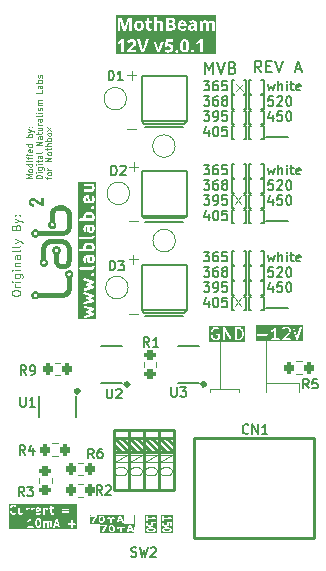
<source format=gbr>
%TF.GenerationSoftware,KiCad,Pcbnew,9.0.2*%
%TF.CreationDate,2025-08-15T10:15:43-05:00*%
%TF.ProjectId,Mothbeam,4d6f7468-6265-4616-9d2e-6b696361645f,rev?*%
%TF.SameCoordinates,Original*%
%TF.FileFunction,Legend,Top*%
%TF.FilePolarity,Positive*%
%FSLAX46Y46*%
G04 Gerber Fmt 4.6, Leading zero omitted, Abs format (unit mm)*
G04 Created by KiCad (PCBNEW 9.0.2) date 2025-08-15 10:15:43*
%MOMM*%
%LPD*%
G01*
G04 APERTURE LIST*
G04 Aperture macros list*
%AMRoundRect*
0 Rectangle with rounded corners*
0 $1 Rounding radius*
0 $2 $3 $4 $5 $6 $7 $8 $9 X,Y pos of 4 corners*
0 Add a 4 corners polygon primitive as box body*
4,1,4,$2,$3,$4,$5,$6,$7,$8,$9,$2,$3,0*
0 Add four circle primitives for the rounded corners*
1,1,$1+$1,$2,$3*
1,1,$1+$1,$4,$5*
1,1,$1+$1,$6,$7*
1,1,$1+$1,$8,$9*
0 Add four rect primitives between the rounded corners*
20,1,$1+$1,$2,$3,$4,$5,0*
20,1,$1+$1,$4,$5,$6,$7,0*
20,1,$1+$1,$6,$7,$8,$9,0*
20,1,$1+$1,$8,$9,$2,$3,0*%
G04 Aperture macros list end*
%ADD10C,0.100000*%
%ADD11C,0.087500*%
%ADD12C,0.150000*%
%ADD13C,0.125000*%
%ADD14C,0.062500*%
%ADD15C,0.200000*%
%ADD16C,0.250000*%
%ADD17C,0.140000*%
%ADD18C,0.080000*%
%ADD19C,0.120000*%
%ADD20C,0.300000*%
%ADD21C,0.000000*%
%ADD22C,3.800000*%
%ADD23R,0.760000X1.500000*%
%ADD24RoundRect,0.200000X0.200000X0.275000X-0.200000X0.275000X-0.200000X-0.275000X0.200000X-0.275000X0*%
%ADD25C,1.500000*%
%ADD26R,0.530000X1.070000*%
%ADD27RoundRect,0.200000X0.275000X-0.200000X0.275000X0.200000X-0.275000X0.200000X-0.275000X-0.200000X0*%
%ADD28RoundRect,0.200000X-0.200000X-0.275000X0.200000X-0.275000X0.200000X0.275000X-0.200000X0.275000X0*%
%ADD29R,1.000000X2.540000*%
%ADD30R,3.450000X0.700000*%
%ADD31R,3.450000X1.300000*%
%ADD32R,1.070000X0.530000*%
G04 APERTURE END LIST*
D10*
X16400000Y38000000D02*
X19200000Y38000000D01*
X12500000Y37480000D02*
X11630000Y37480000D01*
X11630000Y37480000D02*
X11630000Y36910000D01*
X12500000Y41490000D02*
X12500000Y38390000D01*
X5199768Y25910388D02*
X5199768Y26795157D01*
X14110000Y37480000D02*
X14110000Y37020000D01*
X19200000Y38000000D02*
X19200000Y37000000D01*
X12500000Y38390000D02*
X12500000Y37480000D01*
X16400000Y41590000D02*
X16400000Y36990000D01*
X12500000Y37480000D02*
X14110000Y37480000D01*
D11*
X-5150217Y45549307D02*
X-5150217Y45682641D01*
X-5150217Y45682641D02*
X-5116884Y45749307D01*
X-5116884Y45749307D02*
X-5050217Y45815974D01*
X-5050217Y45815974D02*
X-4916884Y45849307D01*
X-4916884Y45849307D02*
X-4683550Y45849307D01*
X-4683550Y45849307D02*
X-4550217Y45815974D01*
X-4550217Y45815974D02*
X-4483550Y45749307D01*
X-4483550Y45749307D02*
X-4450217Y45682641D01*
X-4450217Y45682641D02*
X-4450217Y45549307D01*
X-4450217Y45549307D02*
X-4483550Y45482641D01*
X-4483550Y45482641D02*
X-4550217Y45415974D01*
X-4550217Y45415974D02*
X-4683550Y45382641D01*
X-4683550Y45382641D02*
X-4916884Y45382641D01*
X-4916884Y45382641D02*
X-5050217Y45415974D01*
X-5050217Y45415974D02*
X-5116884Y45482641D01*
X-5116884Y45482641D02*
X-5150217Y45549307D01*
X-4450217Y46149307D02*
X-4916884Y46149307D01*
X-4783550Y46149307D02*
X-4850217Y46182640D01*
X-4850217Y46182640D02*
X-4883550Y46215974D01*
X-4883550Y46215974D02*
X-4916884Y46282640D01*
X-4916884Y46282640D02*
X-4916884Y46349307D01*
X-4450217Y46582640D02*
X-4916884Y46582640D01*
X-5150217Y46582640D02*
X-5116884Y46549307D01*
X-5116884Y46549307D02*
X-5083550Y46582640D01*
X-5083550Y46582640D02*
X-5116884Y46615973D01*
X-5116884Y46615973D02*
X-5150217Y46582640D01*
X-5150217Y46582640D02*
X-5083550Y46582640D01*
X-4916884Y47215973D02*
X-4350217Y47215973D01*
X-4350217Y47215973D02*
X-4283550Y47182640D01*
X-4283550Y47182640D02*
X-4250217Y47149306D01*
X-4250217Y47149306D02*
X-4216884Y47082640D01*
X-4216884Y47082640D02*
X-4216884Y46982640D01*
X-4216884Y46982640D02*
X-4250217Y46915973D01*
X-4483550Y47215973D02*
X-4450217Y47149306D01*
X-4450217Y47149306D02*
X-4450217Y47015973D01*
X-4450217Y47015973D02*
X-4483550Y46949306D01*
X-4483550Y46949306D02*
X-4516884Y46915973D01*
X-4516884Y46915973D02*
X-4583550Y46882640D01*
X-4583550Y46882640D02*
X-4783550Y46882640D01*
X-4783550Y46882640D02*
X-4850217Y46915973D01*
X-4850217Y46915973D02*
X-4883550Y46949306D01*
X-4883550Y46949306D02*
X-4916884Y47015973D01*
X-4916884Y47015973D02*
X-4916884Y47149306D01*
X-4916884Y47149306D02*
X-4883550Y47215973D01*
X-4450217Y47549306D02*
X-4916884Y47549306D01*
X-5150217Y47549306D02*
X-5116884Y47515973D01*
X-5116884Y47515973D02*
X-5083550Y47549306D01*
X-5083550Y47549306D02*
X-5116884Y47582639D01*
X-5116884Y47582639D02*
X-5150217Y47549306D01*
X-5150217Y47549306D02*
X-5083550Y47549306D01*
X-4916884Y47882639D02*
X-4450217Y47882639D01*
X-4850217Y47882639D02*
X-4883550Y47915972D01*
X-4883550Y47915972D02*
X-4916884Y47982639D01*
X-4916884Y47982639D02*
X-4916884Y48082639D01*
X-4916884Y48082639D02*
X-4883550Y48149306D01*
X-4883550Y48149306D02*
X-4816884Y48182639D01*
X-4816884Y48182639D02*
X-4450217Y48182639D01*
X-4450217Y48815972D02*
X-4816884Y48815972D01*
X-4816884Y48815972D02*
X-4883550Y48782639D01*
X-4883550Y48782639D02*
X-4916884Y48715972D01*
X-4916884Y48715972D02*
X-4916884Y48582639D01*
X-4916884Y48582639D02*
X-4883550Y48515972D01*
X-4483550Y48815972D02*
X-4450217Y48749305D01*
X-4450217Y48749305D02*
X-4450217Y48582639D01*
X-4450217Y48582639D02*
X-4483550Y48515972D01*
X-4483550Y48515972D02*
X-4550217Y48482639D01*
X-4550217Y48482639D02*
X-4616884Y48482639D01*
X-4616884Y48482639D02*
X-4683550Y48515972D01*
X-4683550Y48515972D02*
X-4716884Y48582639D01*
X-4716884Y48582639D02*
X-4716884Y48749305D01*
X-4716884Y48749305D02*
X-4750217Y48815972D01*
X-4450217Y49249305D02*
X-4483550Y49182638D01*
X-4483550Y49182638D02*
X-4550217Y49149305D01*
X-4550217Y49149305D02*
X-5150217Y49149305D01*
X-4450217Y49615972D02*
X-4483550Y49549305D01*
X-4483550Y49549305D02*
X-4550217Y49515972D01*
X-4550217Y49515972D02*
X-5150217Y49515972D01*
X-4916884Y49815972D02*
X-4450217Y49982639D01*
X-4916884Y50149306D02*
X-4450217Y49982639D01*
X-4450217Y49982639D02*
X-4283550Y49915972D01*
X-4283550Y49915972D02*
X-4250217Y49882639D01*
X-4250217Y49882639D02*
X-4216884Y49815972D01*
X-4816884Y51182638D02*
X-4783550Y51282638D01*
X-4783550Y51282638D02*
X-4750217Y51315972D01*
X-4750217Y51315972D02*
X-4683550Y51349305D01*
X-4683550Y51349305D02*
X-4583550Y51349305D01*
X-4583550Y51349305D02*
X-4516884Y51315972D01*
X-4516884Y51315972D02*
X-4483550Y51282638D01*
X-4483550Y51282638D02*
X-4450217Y51215972D01*
X-4450217Y51215972D02*
X-4450217Y50949305D01*
X-4450217Y50949305D02*
X-5150217Y50949305D01*
X-5150217Y50949305D02*
X-5150217Y51182638D01*
X-5150217Y51182638D02*
X-5116884Y51249305D01*
X-5116884Y51249305D02*
X-5083550Y51282638D01*
X-5083550Y51282638D02*
X-5016884Y51315972D01*
X-5016884Y51315972D02*
X-4950217Y51315972D01*
X-4950217Y51315972D02*
X-4883550Y51282638D01*
X-4883550Y51282638D02*
X-4850217Y51249305D01*
X-4850217Y51249305D02*
X-4816884Y51182638D01*
X-4816884Y51182638D02*
X-4816884Y50949305D01*
X-4916884Y51582638D02*
X-4450217Y51749305D01*
X-4916884Y51915972D02*
X-4450217Y51749305D01*
X-4450217Y51749305D02*
X-4283550Y51682638D01*
X-4283550Y51682638D02*
X-4250217Y51649305D01*
X-4250217Y51649305D02*
X-4216884Y51582638D01*
X-4516884Y52182638D02*
X-4483550Y52215971D01*
X-4483550Y52215971D02*
X-4450217Y52182638D01*
X-4450217Y52182638D02*
X-4483550Y52149305D01*
X-4483550Y52149305D02*
X-4516884Y52182638D01*
X-4516884Y52182638D02*
X-4450217Y52182638D01*
X-4883550Y52182638D02*
X-4850217Y52215971D01*
X-4850217Y52215971D02*
X-4816884Y52182638D01*
X-4816884Y52182638D02*
X-4850217Y52149305D01*
X-4850217Y52149305D02*
X-4883550Y52182638D01*
X-4883550Y52182638D02*
X-4816884Y52182638D01*
D12*
G36*
X19538967Y41514070D02*
G01*
X15502109Y41514070D01*
X15502109Y42095766D01*
X15613220Y42095766D01*
X15613220Y42066502D01*
X15624419Y42039466D01*
X15645111Y42018774D01*
X15672147Y42007575D01*
X15686779Y42006134D01*
X15992731Y42006134D01*
X15992731Y41700181D01*
X15994172Y41685549D01*
X16005371Y41658513D01*
X16026063Y41637821D01*
X16053099Y41626622D01*
X16082363Y41626622D01*
X16109399Y41637821D01*
X16130091Y41658513D01*
X16141290Y41685549D01*
X16142731Y41700181D01*
X16142731Y42006134D01*
X16448684Y42006134D01*
X16463316Y42007575D01*
X16490352Y42018774D01*
X16511044Y42039466D01*
X16522243Y42066502D01*
X16522243Y42095766D01*
X16511044Y42122802D01*
X16490352Y42143494D01*
X16463316Y42154693D01*
X16448684Y42156134D01*
X16142731Y42156134D01*
X16142731Y42423848D01*
X16802844Y42423848D01*
X16804918Y42394658D01*
X16818005Y42368483D01*
X16840113Y42349310D01*
X16867874Y42340056D01*
X16897064Y42342130D01*
X16910796Y42347385D01*
X17006034Y42395004D01*
X17012333Y42398969D01*
X17014161Y42399726D01*
X17016217Y42401415D01*
X17018477Y42402836D01*
X17019776Y42404335D01*
X17025526Y42409053D01*
X17087969Y42471496D01*
X17087969Y41775181D01*
X16877255Y41775181D01*
X16862623Y41773740D01*
X16835587Y41762541D01*
X16814895Y41741849D01*
X16803696Y41714813D01*
X16803696Y41685549D01*
X16814895Y41658513D01*
X16835587Y41637821D01*
X16862623Y41626622D01*
X16877255Y41625181D01*
X17448683Y41625181D01*
X17463315Y41626622D01*
X17490351Y41637821D01*
X17511043Y41658513D01*
X17522242Y41685549D01*
X17522242Y41714813D01*
X17708458Y41714813D01*
X17708458Y41685549D01*
X17719657Y41658513D01*
X17740349Y41637821D01*
X17767385Y41626622D01*
X17782017Y41625181D01*
X18401064Y41625181D01*
X18415696Y41626622D01*
X18442732Y41637821D01*
X18463424Y41658513D01*
X18474623Y41685549D01*
X18474623Y41714813D01*
X18463424Y41741849D01*
X18442732Y41762541D01*
X18415696Y41773740D01*
X18401064Y41775181D01*
X17963083Y41775181D01*
X18406478Y42218577D01*
X18415806Y42229942D01*
X18416837Y42232433D01*
X18418602Y42234467D01*
X18424596Y42247893D01*
X18472215Y42390749D01*
X18473864Y42398005D01*
X18474623Y42399835D01*
X18474884Y42402489D01*
X18475475Y42405086D01*
X18475334Y42407061D01*
X18476064Y42414467D01*
X18476064Y42509705D01*
X18474623Y42524337D01*
X18473592Y42526826D01*
X18473401Y42529515D01*
X18468146Y42543246D01*
X18420527Y42638484D01*
X18416562Y42644784D01*
X18415805Y42646611D01*
X18414116Y42648668D01*
X18412695Y42650927D01*
X18411196Y42652227D01*
X18406478Y42657976D01*
X18373653Y42690801D01*
X18612368Y42690801D01*
X18615628Y42676464D01*
X18948961Y41676464D01*
X18954955Y41663039D01*
X18958465Y41658992D01*
X18960862Y41654198D01*
X18967970Y41648033D01*
X18974129Y41640932D01*
X18978918Y41638538D01*
X18982969Y41635024D01*
X18991894Y41632050D01*
X19000302Y41627845D01*
X19005646Y41627466D01*
X19010732Y41625770D01*
X19020112Y41626437D01*
X19029492Y41625770D01*
X19034577Y41627466D01*
X19039922Y41627845D01*
X19048332Y41632051D01*
X19057254Y41635024D01*
X19061301Y41638535D01*
X19066095Y41640931D01*
X19072258Y41648037D01*
X19079362Y41654198D01*
X19081757Y41658990D01*
X19085269Y41663038D01*
X19091263Y41676464D01*
X19424596Y42676464D01*
X19427856Y42690800D01*
X19425781Y42719990D01*
X19412695Y42746164D01*
X19390587Y42765338D01*
X19362825Y42774592D01*
X19333635Y42772517D01*
X19307462Y42759430D01*
X19288288Y42737323D01*
X19282294Y42723898D01*
X19020112Y41937352D01*
X18757930Y42723898D01*
X18751936Y42737324D01*
X18732762Y42759431D01*
X18706589Y42772517D01*
X18677399Y42774592D01*
X18649636Y42765338D01*
X18627529Y42746164D01*
X18614443Y42719991D01*
X18612368Y42690801D01*
X18373653Y42690801D01*
X18358859Y42705595D01*
X18353109Y42710314D01*
X18351810Y42711812D01*
X18349550Y42713234D01*
X18347494Y42714922D01*
X18345666Y42715680D01*
X18339367Y42719644D01*
X18244129Y42767263D01*
X18230397Y42772518D01*
X18227709Y42772709D01*
X18225220Y42773740D01*
X18210588Y42775181D01*
X17972493Y42775181D01*
X17957861Y42773740D01*
X17955372Y42772710D01*
X17952683Y42772518D01*
X17938952Y42767263D01*
X17843714Y42719644D01*
X17837414Y42715680D01*
X17835587Y42714922D01*
X17833530Y42713234D01*
X17831271Y42711812D01*
X17829971Y42710314D01*
X17824222Y42705595D01*
X17776603Y42657976D01*
X17767276Y42646611D01*
X17756077Y42619574D01*
X17756077Y42590312D01*
X17767276Y42563275D01*
X17787968Y42542583D01*
X17815005Y42531384D01*
X17844267Y42531384D01*
X17871304Y42542583D01*
X17882669Y42551910D01*
X17921682Y42590923D01*
X17990198Y42625181D01*
X18192883Y42625181D01*
X18261399Y42590923D01*
X18291806Y42560516D01*
X18326064Y42492000D01*
X18326064Y42426637D01*
X18287892Y42312124D01*
X17728984Y41753214D01*
X17719657Y41741849D01*
X17708458Y41714813D01*
X17522242Y41714813D01*
X17511043Y41741849D01*
X17490351Y41762541D01*
X17463315Y41773740D01*
X17448683Y41775181D01*
X17237969Y41775181D01*
X17237969Y42700181D01*
X17237963Y42700234D01*
X17237969Y42700260D01*
X17237953Y42700337D01*
X17236528Y42714813D01*
X17233686Y42721674D01*
X17232230Y42728955D01*
X17228140Y42735062D01*
X17225329Y42741849D01*
X17220080Y42747098D01*
X17215947Y42753270D01*
X17209830Y42757348D01*
X17204637Y42762541D01*
X17197777Y42765383D01*
X17191598Y42769502D01*
X17184389Y42770928D01*
X17177601Y42773740D01*
X17170174Y42773740D01*
X17162890Y42775181D01*
X17155685Y42773740D01*
X17148337Y42773740D01*
X17141476Y42770899D01*
X17134196Y42769442D01*
X17128090Y42765354D01*
X17121301Y42762541D01*
X17116050Y42757291D01*
X17109881Y42753159D01*
X17100660Y42741901D01*
X17100609Y42741849D01*
X17100599Y42741827D01*
X17100565Y42741784D01*
X17009445Y42605104D01*
X16928066Y42523725D01*
X16843714Y42481549D01*
X16831271Y42473717D01*
X16812098Y42451609D01*
X16802844Y42423848D01*
X16142731Y42423848D01*
X16142731Y42462086D01*
X16141290Y42476718D01*
X16130091Y42503754D01*
X16109399Y42524446D01*
X16082363Y42535645D01*
X16053099Y42535645D01*
X16026063Y42524446D01*
X16005371Y42503754D01*
X15994172Y42476718D01*
X15992731Y42462086D01*
X15992731Y42156134D01*
X15686779Y42156134D01*
X15672147Y42154693D01*
X15645111Y42143494D01*
X15624419Y42122802D01*
X15613220Y42095766D01*
X15502109Y42095766D01*
X15502109Y42886292D01*
X19538967Y42886292D01*
X19538967Y41514070D01*
G37*
X15137731Y62492904D02*
X14947255Y62492904D01*
X14947255Y62492904D02*
X14947255Y63635761D01*
X14947255Y63635761D02*
X15137731Y63635761D01*
X15975826Y62492904D02*
X16166302Y62492904D01*
X16166302Y62492904D02*
X16166302Y63635761D01*
X16166302Y63635761D02*
X15975826Y63635761D01*
X16509159Y63292904D02*
X16661540Y62759570D01*
X16661540Y62759570D02*
X16813921Y63140523D01*
X16813921Y63140523D02*
X16966302Y62759570D01*
X16966302Y62759570D02*
X17118683Y63292904D01*
X17423445Y62759570D02*
X17423445Y63559570D01*
X17766302Y62759570D02*
X17766302Y63178618D01*
X17766302Y63178618D02*
X17728207Y63254808D01*
X17728207Y63254808D02*
X17652016Y63292904D01*
X17652016Y63292904D02*
X17537730Y63292904D01*
X17537730Y63292904D02*
X17461540Y63254808D01*
X17461540Y63254808D02*
X17423445Y63216713D01*
X18147255Y62759570D02*
X18147255Y63292904D01*
X18147255Y63559570D02*
X18109159Y63521475D01*
X18109159Y63521475D02*
X18147255Y63483380D01*
X18147255Y63483380D02*
X18185350Y63521475D01*
X18185350Y63521475D02*
X18147255Y63559570D01*
X18147255Y63559570D02*
X18147255Y63483380D01*
X18413921Y63292904D02*
X18718683Y63292904D01*
X18528207Y63559570D02*
X18528207Y62873856D01*
X18528207Y62873856D02*
X18566302Y62797665D01*
X18566302Y62797665D02*
X18642492Y62759570D01*
X18642492Y62759570D02*
X18718683Y62759570D01*
X19290112Y62797665D02*
X19213921Y62759570D01*
X19213921Y62759570D02*
X19061540Y62759570D01*
X19061540Y62759570D02*
X18985350Y62797665D01*
X18985350Y62797665D02*
X18947254Y62873856D01*
X18947254Y62873856D02*
X18947254Y63178618D01*
X18947254Y63178618D02*
X18985350Y63254808D01*
X18985350Y63254808D02*
X19061540Y63292904D01*
X19061540Y63292904D02*
X19213921Y63292904D01*
X19213921Y63292904D02*
X19290112Y63254808D01*
X19290112Y63254808D02*
X19328207Y63178618D01*
X19328207Y63178618D02*
X19328207Y63102427D01*
X19328207Y63102427D02*
X18947254Y63026237D01*
X15137731Y61204949D02*
X14947255Y61204949D01*
X14947255Y61204949D02*
X14947255Y62347806D01*
X14947255Y62347806D02*
X15137731Y62347806D01*
X15975826Y61204949D02*
X16166302Y61204949D01*
X16166302Y61204949D02*
X16166302Y62347806D01*
X16166302Y62347806D02*
X15975826Y62347806D01*
X16966302Y62271615D02*
X16585350Y62271615D01*
X16585350Y62271615D02*
X16547254Y61890663D01*
X16547254Y61890663D02*
X16585350Y61928758D01*
X16585350Y61928758D02*
X16661540Y61966853D01*
X16661540Y61966853D02*
X16852016Y61966853D01*
X16852016Y61966853D02*
X16928207Y61928758D01*
X16928207Y61928758D02*
X16966302Y61890663D01*
X16966302Y61890663D02*
X17004397Y61814472D01*
X17004397Y61814472D02*
X17004397Y61623996D01*
X17004397Y61623996D02*
X16966302Y61547806D01*
X16966302Y61547806D02*
X16928207Y61509710D01*
X16928207Y61509710D02*
X16852016Y61471615D01*
X16852016Y61471615D02*
X16661540Y61471615D01*
X16661540Y61471615D02*
X16585350Y61509710D01*
X16585350Y61509710D02*
X16547254Y61547806D01*
X17309159Y62195425D02*
X17347255Y62233520D01*
X17347255Y62233520D02*
X17423445Y62271615D01*
X17423445Y62271615D02*
X17613921Y62271615D01*
X17613921Y62271615D02*
X17690112Y62233520D01*
X17690112Y62233520D02*
X17728207Y62195425D01*
X17728207Y62195425D02*
X17766302Y62119234D01*
X17766302Y62119234D02*
X17766302Y62043044D01*
X17766302Y62043044D02*
X17728207Y61928758D01*
X17728207Y61928758D02*
X17271064Y61471615D01*
X17271064Y61471615D02*
X17766302Y61471615D01*
X18261541Y62271615D02*
X18337731Y62271615D01*
X18337731Y62271615D02*
X18413922Y62233520D01*
X18413922Y62233520D02*
X18452017Y62195425D01*
X18452017Y62195425D02*
X18490112Y62119234D01*
X18490112Y62119234D02*
X18528207Y61966853D01*
X18528207Y61966853D02*
X18528207Y61776377D01*
X18528207Y61776377D02*
X18490112Y61623996D01*
X18490112Y61623996D02*
X18452017Y61547806D01*
X18452017Y61547806D02*
X18413922Y61509710D01*
X18413922Y61509710D02*
X18337731Y61471615D01*
X18337731Y61471615D02*
X18261541Y61471615D01*
X18261541Y61471615D02*
X18185350Y61509710D01*
X18185350Y61509710D02*
X18147255Y61547806D01*
X18147255Y61547806D02*
X18109160Y61623996D01*
X18109160Y61623996D02*
X18071064Y61776377D01*
X18071064Y61776377D02*
X18071064Y61966853D01*
X18071064Y61966853D02*
X18109160Y62119234D01*
X18109160Y62119234D02*
X18147255Y62195425D01*
X18147255Y62195425D02*
X18185350Y62233520D01*
X18185350Y62233520D02*
X18261541Y62271615D01*
X15137731Y59916994D02*
X14947255Y59916994D01*
X14947255Y59916994D02*
X14947255Y61059851D01*
X14947255Y61059851D02*
X15137731Y61059851D01*
X15975826Y59916994D02*
X16166302Y59916994D01*
X16166302Y59916994D02*
X16166302Y61059851D01*
X16166302Y61059851D02*
X15975826Y61059851D01*
X16928207Y60716994D02*
X16928207Y60183660D01*
X16737731Y61021755D02*
X16547254Y60450327D01*
X16547254Y60450327D02*
X17042493Y60450327D01*
X17728207Y60983660D02*
X17347255Y60983660D01*
X17347255Y60983660D02*
X17309159Y60602708D01*
X17309159Y60602708D02*
X17347255Y60640803D01*
X17347255Y60640803D02*
X17423445Y60678898D01*
X17423445Y60678898D02*
X17613921Y60678898D01*
X17613921Y60678898D02*
X17690112Y60640803D01*
X17690112Y60640803D02*
X17728207Y60602708D01*
X17728207Y60602708D02*
X17766302Y60526517D01*
X17766302Y60526517D02*
X17766302Y60336041D01*
X17766302Y60336041D02*
X17728207Y60259851D01*
X17728207Y60259851D02*
X17690112Y60221755D01*
X17690112Y60221755D02*
X17613921Y60183660D01*
X17613921Y60183660D02*
X17423445Y60183660D01*
X17423445Y60183660D02*
X17347255Y60221755D01*
X17347255Y60221755D02*
X17309159Y60259851D01*
X18261541Y60983660D02*
X18337731Y60983660D01*
X18337731Y60983660D02*
X18413922Y60945565D01*
X18413922Y60945565D02*
X18452017Y60907470D01*
X18452017Y60907470D02*
X18490112Y60831279D01*
X18490112Y60831279D02*
X18528207Y60678898D01*
X18528207Y60678898D02*
X18528207Y60488422D01*
X18528207Y60488422D02*
X18490112Y60336041D01*
X18490112Y60336041D02*
X18452017Y60259851D01*
X18452017Y60259851D02*
X18413922Y60221755D01*
X18413922Y60221755D02*
X18337731Y60183660D01*
X18337731Y60183660D02*
X18261541Y60183660D01*
X18261541Y60183660D02*
X18185350Y60221755D01*
X18185350Y60221755D02*
X18147255Y60259851D01*
X18147255Y60259851D02*
X18109160Y60336041D01*
X18109160Y60336041D02*
X18071064Y60488422D01*
X18071064Y60488422D02*
X18071064Y60678898D01*
X18071064Y60678898D02*
X18109160Y60831279D01*
X18109160Y60831279D02*
X18147255Y60907470D01*
X18147255Y60907470D02*
X18185350Y60945565D01*
X18185350Y60945565D02*
X18261541Y60983660D01*
X15137731Y58629039D02*
X14947255Y58629039D01*
X14947255Y58629039D02*
X14947255Y59771896D01*
X14947255Y59771896D02*
X15137731Y59771896D01*
X15975826Y58629039D02*
X16166302Y58629039D01*
X16166302Y58629039D02*
X16166302Y59771896D01*
X16166302Y59771896D02*
X15975826Y59771896D01*
X16394874Y58819515D02*
X17004397Y58819515D01*
X17004398Y58819515D02*
X17613921Y58819515D01*
X17613922Y58819515D02*
X18223445Y58819515D01*
G36*
X14184836Y42557010D02*
G01*
X14258949Y42482897D01*
X14297442Y42405910D01*
X14340826Y42232376D01*
X14340826Y42107987D01*
X14297442Y41934453D01*
X14258948Y41857466D01*
X14184836Y41783353D01*
X14070323Y41745181D01*
X13919398Y41745181D01*
X13919398Y42595181D01*
X14070323Y42595181D01*
X14184836Y42557010D01*
G37*
G36*
X14601937Y41484070D02*
G01*
X11563049Y41484070D01*
X11563049Y42241610D01*
X11674160Y42241610D01*
X11674160Y42098753D01*
X11674411Y42096200D01*
X11674249Y42095107D01*
X11675058Y42089634D01*
X11675601Y42084121D01*
X11676023Y42083100D01*
X11676399Y42080563D01*
X11724018Y41890087D01*
X11724403Y41889008D01*
X11724442Y41888468D01*
X11726769Y41882387D01*
X11728965Y41876241D01*
X11729287Y41875806D01*
X11729697Y41874736D01*
X11777316Y41779498D01*
X11781279Y41773202D01*
X11782037Y41771372D01*
X11783726Y41769314D01*
X11785148Y41767055D01*
X11786646Y41765756D01*
X11791365Y41760006D01*
X11886603Y41664767D01*
X11897968Y41655439D01*
X11900458Y41654408D01*
X11902493Y41652643D01*
X11915919Y41646649D01*
X12058775Y41599030D01*
X12066030Y41597381D01*
X12067861Y41596622D01*
X12070514Y41596361D01*
X12073112Y41595770D01*
X12075086Y41595911D01*
X12082493Y41595181D01*
X12177731Y41595181D01*
X12185136Y41595911D01*
X12187111Y41595770D01*
X12189708Y41596361D01*
X12192363Y41596622D01*
X12194194Y41597381D01*
X12201448Y41599030D01*
X12344305Y41646649D01*
X12357730Y41652643D01*
X12359765Y41654409D01*
X12362256Y41655440D01*
X12373622Y41664768D01*
X12421240Y41712387D01*
X12430568Y41723753D01*
X12437849Y41741332D01*
X12441766Y41750788D01*
X12443207Y41765420D01*
X12443207Y42098753D01*
X12441766Y42113385D01*
X12430567Y42140421D01*
X12409875Y42161113D01*
X12382839Y42172312D01*
X12368207Y42173753D01*
X12177731Y42173753D01*
X12163099Y42172312D01*
X12136063Y42161113D01*
X12115371Y42140421D01*
X12104172Y42113385D01*
X12104172Y42084121D01*
X12115371Y42057085D01*
X12136063Y42036393D01*
X12163099Y42025194D01*
X12177731Y42023753D01*
X12293207Y42023753D01*
X12293207Y41796486D01*
X12280074Y41783353D01*
X12165561Y41745181D01*
X12094663Y41745181D01*
X11980150Y41783352D01*
X11906037Y41857466D01*
X11867543Y41934453D01*
X11824160Y42107987D01*
X11824160Y42232376D01*
X11867543Y42405910D01*
X11906037Y42482897D01*
X11980150Y42557010D01*
X12094663Y42595181D01*
X12207645Y42595181D01*
X12287047Y42555480D01*
X12300778Y42550225D01*
X12329968Y42548151D01*
X12357730Y42557405D01*
X12379837Y42576578D01*
X12392925Y42602753D01*
X12394999Y42631943D01*
X12385745Y42659704D01*
X12376659Y42670181D01*
X12721779Y42670181D01*
X12721779Y41670181D01*
X12723220Y41655549D01*
X12734419Y41628513D01*
X12755111Y41607821D01*
X12782147Y41596622D01*
X12811411Y41596622D01*
X12838447Y41607821D01*
X12859139Y41628513D01*
X12870338Y41655549D01*
X12871779Y41670181D01*
X12871779Y42387765D01*
X13303089Y41632970D01*
X13305278Y41629886D01*
X13305847Y41628513D01*
X13307244Y41627116D01*
X13311599Y41620981D01*
X13319487Y41614873D01*
X13326539Y41607821D01*
X13330957Y41605991D01*
X13334737Y41603064D01*
X13344358Y41600440D01*
X13353575Y41596622D01*
X13358356Y41596622D01*
X13362968Y41595364D01*
X13372865Y41596622D01*
X13382839Y41596622D01*
X13387254Y41598452D01*
X13391998Y41599054D01*
X13400662Y41604005D01*
X13409875Y41607821D01*
X13413253Y41611200D01*
X13417407Y41613573D01*
X13423516Y41621463D01*
X13430567Y41628513D01*
X13432396Y41632930D01*
X13435324Y41636710D01*
X13437948Y41646334D01*
X13441766Y41655549D01*
X13442502Y41663032D01*
X13443024Y41664942D01*
X13442836Y41666418D01*
X13443207Y41670181D01*
X13443207Y42670181D01*
X13769398Y42670181D01*
X13769398Y41670181D01*
X13770839Y41655549D01*
X13782038Y41628513D01*
X13802730Y41607821D01*
X13829766Y41596622D01*
X13844398Y41595181D01*
X14082493Y41595181D01*
X14089898Y41595911D01*
X14091873Y41595770D01*
X14094470Y41596361D01*
X14097125Y41596622D01*
X14098956Y41597381D01*
X14106210Y41599030D01*
X14249067Y41646649D01*
X14262492Y41652643D01*
X14264527Y41654409D01*
X14267018Y41655440D01*
X14278383Y41664767D01*
X14373622Y41760007D01*
X14378339Y41765756D01*
X14379838Y41767055D01*
X14381259Y41769314D01*
X14382949Y41771372D01*
X14383706Y41773202D01*
X14387670Y41779498D01*
X14435289Y41874736D01*
X14435698Y41875806D01*
X14436021Y41876241D01*
X14438213Y41882378D01*
X14440544Y41888467D01*
X14440582Y41889008D01*
X14440968Y41890087D01*
X14488587Y42080563D01*
X14488962Y42083100D01*
X14489385Y42084121D01*
X14489927Y42089634D01*
X14490737Y42095107D01*
X14490574Y42096200D01*
X14490826Y42098753D01*
X14490826Y42241610D01*
X14490574Y42244164D01*
X14490737Y42245256D01*
X14489927Y42250730D01*
X14489385Y42256242D01*
X14488962Y42257264D01*
X14488587Y42259800D01*
X14440968Y42450276D01*
X14440582Y42451356D01*
X14440544Y42451896D01*
X14438213Y42457986D01*
X14436021Y42464122D01*
X14435698Y42464558D01*
X14435289Y42465627D01*
X14387670Y42560865D01*
X14383707Y42567160D01*
X14382949Y42568992D01*
X14381257Y42571054D01*
X14379838Y42573308D01*
X14378341Y42574607D01*
X14373621Y42580357D01*
X14278383Y42675595D01*
X14267018Y42684922D01*
X14264527Y42685954D01*
X14262492Y42687719D01*
X14249067Y42693713D01*
X14106210Y42741332D01*
X14098956Y42742982D01*
X14097125Y42743740D01*
X14094470Y42744002D01*
X14091873Y42744592D01*
X14089898Y42744452D01*
X14082493Y42745181D01*
X13844398Y42745181D01*
X13829766Y42743740D01*
X13802730Y42732541D01*
X13782038Y42711849D01*
X13770839Y42684813D01*
X13769398Y42670181D01*
X13443207Y42670181D01*
X13441766Y42684813D01*
X13430567Y42711849D01*
X13409875Y42732541D01*
X13382839Y42743740D01*
X13353575Y42743740D01*
X13326539Y42732541D01*
X13305847Y42711849D01*
X13294648Y42684813D01*
X13293207Y42670181D01*
X13293207Y41952598D01*
X12861897Y42707391D01*
X12859708Y42710475D01*
X12859139Y42711849D01*
X12857739Y42713249D01*
X12853387Y42719381D01*
X12845497Y42725491D01*
X12838447Y42732541D01*
X12834030Y42734371D01*
X12830250Y42737298D01*
X12820626Y42739923D01*
X12811411Y42743740D01*
X12806630Y42743740D01*
X12802018Y42744998D01*
X12792121Y42743740D01*
X12782147Y42743740D01*
X12777731Y42741911D01*
X12772988Y42741308D01*
X12764323Y42736358D01*
X12755111Y42732541D01*
X12751732Y42729163D01*
X12747579Y42726789D01*
X12741469Y42718900D01*
X12734419Y42711849D01*
X12732589Y42707433D01*
X12729662Y42703652D01*
X12727037Y42694029D01*
X12723220Y42684813D01*
X12722483Y42677331D01*
X12721962Y42675420D01*
X12722149Y42673945D01*
X12721779Y42670181D01*
X12376659Y42670181D01*
X12366572Y42681812D01*
X12354129Y42689644D01*
X12258891Y42737263D01*
X12245159Y42742518D01*
X12242471Y42742709D01*
X12239982Y42743740D01*
X12225350Y42745181D01*
X12082493Y42745181D01*
X12075086Y42744452D01*
X12073112Y42744592D01*
X12070514Y42744002D01*
X12067861Y42743740D01*
X12066030Y42742982D01*
X12058775Y42741332D01*
X11915919Y42693713D01*
X11902493Y42687719D01*
X11900458Y42685955D01*
X11897968Y42684923D01*
X11886603Y42675595D01*
X11791365Y42580357D01*
X11786646Y42574608D01*
X11785148Y42573308D01*
X11783726Y42571049D01*
X11782038Y42568992D01*
X11781280Y42567165D01*
X11777316Y42560865D01*
X11729697Y42465627D01*
X11729287Y42464558D01*
X11728965Y42464122D01*
X11726769Y42457977D01*
X11724442Y42451895D01*
X11724403Y42451356D01*
X11724018Y42450276D01*
X11676399Y42259800D01*
X11676023Y42257264D01*
X11675601Y42256242D01*
X11675058Y42250730D01*
X11674249Y42245256D01*
X11674411Y42244164D01*
X11674160Y42241610D01*
X11563049Y42241610D01*
X11563049Y42856292D01*
X14601937Y42856292D01*
X14601937Y41484070D01*
G37*
D10*
X4753884Y43858534D02*
X5515789Y43858534D01*
D13*
G36*
X8192718Y25628768D02*
G01*
X8246267Y25609643D01*
X8263781Y25597133D01*
X8279666Y25574441D01*
X8279666Y25566223D01*
X8263780Y25543529D01*
X8246266Y25531019D01*
X8192719Y25511896D01*
X8069962Y25489974D01*
X7914371Y25489974D01*
X7791614Y25511896D01*
X7738065Y25531020D01*
X7720553Y25543529D01*
X7704666Y25566225D01*
X7704666Y25574439D01*
X7720553Y25597135D01*
X7738063Y25609643D01*
X7791614Y25628768D01*
X7914371Y25650688D01*
X8069962Y25650688D01*
X8192718Y25628768D01*
G37*
G36*
X8482444Y25287196D02*
G01*
X7501888Y25287196D01*
X7501888Y25594141D01*
X7579666Y25594141D01*
X7579666Y25546522D01*
X7581714Y25536225D01*
X7581146Y25533003D01*
X7583354Y25527983D01*
X7584424Y25522604D01*
X7586736Y25520292D01*
X7590964Y25510680D01*
X7624298Y25463061D01*
X7631935Y25455749D01*
X7639172Y25448045D01*
X7672505Y25424235D01*
X7680388Y25420678D01*
X7687812Y25416234D01*
X7754480Y25392425D01*
X7759647Y25391662D01*
X7764513Y25389757D01*
X7897846Y25365947D01*
X7903392Y25366057D01*
X7908833Y25364974D01*
X8075500Y25364974D01*
X8080940Y25366057D01*
X8086487Y25365947D01*
X8219820Y25389757D01*
X8224685Y25391662D01*
X8229854Y25392425D01*
X8296521Y25416234D01*
X8303944Y25420678D01*
X8311828Y25424235D01*
X8345161Y25448045D01*
X8352402Y25455754D01*
X8360035Y25463062D01*
X8393368Y25510681D01*
X8397594Y25520291D01*
X8399908Y25522604D01*
X8400978Y25527985D01*
X8403186Y25533004D01*
X8402617Y25536225D01*
X8404666Y25546522D01*
X8404666Y25594141D01*
X8402617Y25604439D01*
X8403186Y25607659D01*
X8400978Y25612679D01*
X8399908Y25618059D01*
X8397594Y25620373D01*
X8393368Y25629982D01*
X8360035Y25677601D01*
X8352401Y25684911D01*
X8345160Y25692618D01*
X8311827Y25716428D01*
X8303938Y25719988D01*
X8296521Y25724428D01*
X8229854Y25748238D01*
X8224685Y25749002D01*
X8219820Y25750906D01*
X8086487Y25774715D01*
X8080940Y25774606D01*
X8075500Y25775688D01*
X7908833Y25775688D01*
X7903392Y25774606D01*
X7897846Y25774715D01*
X7764513Y25750906D01*
X7759647Y25749002D01*
X7754478Y25748238D01*
X7687812Y25724428D01*
X7680392Y25719987D01*
X7672506Y25716428D01*
X7639173Y25692619D01*
X7631931Y25684912D01*
X7624298Y25677602D01*
X7590964Y25629983D01*
X7586736Y25620372D01*
X7584424Y25618059D01*
X7583354Y25612681D01*
X7581146Y25607660D01*
X7581714Y25604439D01*
X7579666Y25594141D01*
X7501888Y25594141D01*
X7501888Y26117950D01*
X7579666Y26117950D01*
X7579666Y25998902D01*
X7581714Y25988605D01*
X7581146Y25985383D01*
X7583354Y25980363D01*
X7584424Y25974984D01*
X7586736Y25972672D01*
X7590964Y25963060D01*
X7624298Y25915441D01*
X7631931Y25908132D01*
X7639173Y25900424D01*
X7672506Y25876615D01*
X7680392Y25873057D01*
X7687812Y25868615D01*
X7754478Y25844805D01*
X7765034Y25843246D01*
X7775500Y25841164D01*
X7942166Y25841164D01*
X7952626Y25843245D01*
X7963187Y25844805D01*
X8029854Y25868615D01*
X8037271Y25873056D01*
X8045160Y25876615D01*
X8078493Y25900425D01*
X8085728Y25908127D01*
X8093368Y25915441D01*
X8126702Y25963060D01*
X8130929Y25972672D01*
X8133242Y25974984D01*
X8134311Y25980363D01*
X8136520Y25985383D01*
X8135951Y25988605D01*
X8138000Y25998902D01*
X8138000Y26117493D01*
X8279666Y26107375D01*
X8279666Y25927474D01*
X8284424Y25903556D01*
X8318248Y25869732D01*
X8366084Y25869732D01*
X8399908Y25903556D01*
X8404666Y25927474D01*
X8404666Y26165569D01*
X8401273Y26182625D01*
X8401465Y26185312D01*
X8400522Y26186400D01*
X8399908Y26189487D01*
X8384449Y26204946D01*
X8370137Y26221460D01*
X8367102Y26222293D01*
X8366084Y26223311D01*
X8363388Y26223311D01*
X8346619Y26227910D01*
X8013286Y26251719D01*
X7989090Y26248677D01*
X7983303Y26243663D01*
X7975748Y26242403D01*
X7965831Y26228520D01*
X7952942Y26217349D01*
X7952396Y26209711D01*
X7947944Y26203477D01*
X7950749Y26186647D01*
X7949534Y26169635D01*
X7954548Y26163849D01*
X7955808Y26156293D01*
X7972506Y26138519D01*
X7997113Y26120943D01*
X8013000Y26098248D01*
X8013000Y26018605D01*
X7997113Y25995910D01*
X7979600Y25983401D01*
X7931339Y25966164D01*
X7786326Y25966164D01*
X7738063Y25983401D01*
X7720553Y25995909D01*
X7704666Y26018605D01*
X7704666Y26098248D01*
X7720553Y26120944D01*
X7745160Y26138520D01*
X7761858Y26156293D01*
X7769722Y26203477D01*
X7741918Y26242403D01*
X7694734Y26250267D01*
X7672506Y26240237D01*
X7639173Y26216428D01*
X7631931Y26208721D01*
X7624298Y26201411D01*
X7590964Y26153792D01*
X7586736Y26144181D01*
X7584424Y26141868D01*
X7583354Y26136490D01*
X7581146Y26131469D01*
X7581714Y26128248D01*
X7579666Y26117950D01*
X7501888Y26117950D01*
X7501888Y26665568D01*
X7579666Y26665568D01*
X7579666Y26379854D01*
X7584424Y26355936D01*
X7618248Y26322112D01*
X7666084Y26322112D01*
X7699908Y26355936D01*
X7704666Y26379854D01*
X7704666Y26460211D01*
X8342166Y26460211D01*
X8366084Y26464969D01*
X8373770Y26472656D01*
X8384016Y26476291D01*
X8390024Y26488910D01*
X8399908Y26498793D01*
X8399908Y26509665D01*
X8404582Y26519480D01*
X8399908Y26532653D01*
X8399908Y26546629D01*
X8392221Y26554316D01*
X8388586Y26564561D01*
X8369037Y26579140D01*
X8274007Y26624393D01*
X8220553Y26662575D01*
X8193368Y26701410D01*
X8175753Y26718276D01*
X8128647Y26726588D01*
X8089458Y26699155D01*
X8081146Y26652049D01*
X8090964Y26629726D01*
X8122125Y26585211D01*
X7704666Y26585211D01*
X7704666Y26665568D01*
X7699908Y26689486D01*
X7666084Y26723310D01*
X7618248Y26723310D01*
X7584424Y26689486D01*
X7579666Y26665568D01*
X7501888Y26665568D01*
X7501888Y26804366D01*
X8482444Y26804366D01*
X8482444Y25287196D01*
G37*
D10*
X4603884Y59458534D02*
X5365789Y59458534D01*
D12*
X15137731Y48022904D02*
X14947255Y48022904D01*
X14947255Y48022904D02*
X14947255Y49165761D01*
X14947255Y49165761D02*
X15137731Y49165761D01*
X15975826Y48022904D02*
X16166302Y48022904D01*
X16166302Y48022904D02*
X16166302Y49165761D01*
X16166302Y49165761D02*
X15975826Y49165761D01*
X16509159Y48822904D02*
X16661540Y48289570D01*
X16661540Y48289570D02*
X16813921Y48670523D01*
X16813921Y48670523D02*
X16966302Y48289570D01*
X16966302Y48289570D02*
X17118683Y48822904D01*
X17423445Y48289570D02*
X17423445Y49089570D01*
X17766302Y48289570D02*
X17766302Y48708618D01*
X17766302Y48708618D02*
X17728207Y48784808D01*
X17728207Y48784808D02*
X17652016Y48822904D01*
X17652016Y48822904D02*
X17537730Y48822904D01*
X17537730Y48822904D02*
X17461540Y48784808D01*
X17461540Y48784808D02*
X17423445Y48746713D01*
X18147255Y48289570D02*
X18147255Y48822904D01*
X18147255Y49089570D02*
X18109159Y49051475D01*
X18109159Y49051475D02*
X18147255Y49013380D01*
X18147255Y49013380D02*
X18185350Y49051475D01*
X18185350Y49051475D02*
X18147255Y49089570D01*
X18147255Y49089570D02*
X18147255Y49013380D01*
X18413921Y48822904D02*
X18718683Y48822904D01*
X18528207Y49089570D02*
X18528207Y48403856D01*
X18528207Y48403856D02*
X18566302Y48327665D01*
X18566302Y48327665D02*
X18642492Y48289570D01*
X18642492Y48289570D02*
X18718683Y48289570D01*
X19290112Y48327665D02*
X19213921Y48289570D01*
X19213921Y48289570D02*
X19061540Y48289570D01*
X19061540Y48289570D02*
X18985350Y48327665D01*
X18985350Y48327665D02*
X18947254Y48403856D01*
X18947254Y48403856D02*
X18947254Y48708618D01*
X18947254Y48708618D02*
X18985350Y48784808D01*
X18985350Y48784808D02*
X19061540Y48822904D01*
X19061540Y48822904D02*
X19213921Y48822904D01*
X19213921Y48822904D02*
X19290112Y48784808D01*
X19290112Y48784808D02*
X19328207Y48708618D01*
X19328207Y48708618D02*
X19328207Y48632427D01*
X19328207Y48632427D02*
X18947254Y48556237D01*
X15137731Y46734949D02*
X14947255Y46734949D01*
X14947255Y46734949D02*
X14947255Y47877806D01*
X14947255Y47877806D02*
X15137731Y47877806D01*
X15975826Y46734949D02*
X16166302Y46734949D01*
X16166302Y46734949D02*
X16166302Y47877806D01*
X16166302Y47877806D02*
X15975826Y47877806D01*
X16966302Y47801615D02*
X16585350Y47801615D01*
X16585350Y47801615D02*
X16547254Y47420663D01*
X16547254Y47420663D02*
X16585350Y47458758D01*
X16585350Y47458758D02*
X16661540Y47496853D01*
X16661540Y47496853D02*
X16852016Y47496853D01*
X16852016Y47496853D02*
X16928207Y47458758D01*
X16928207Y47458758D02*
X16966302Y47420663D01*
X16966302Y47420663D02*
X17004397Y47344472D01*
X17004397Y47344472D02*
X17004397Y47153996D01*
X17004397Y47153996D02*
X16966302Y47077806D01*
X16966302Y47077806D02*
X16928207Y47039710D01*
X16928207Y47039710D02*
X16852016Y47001615D01*
X16852016Y47001615D02*
X16661540Y47001615D01*
X16661540Y47001615D02*
X16585350Y47039710D01*
X16585350Y47039710D02*
X16547254Y47077806D01*
X17309159Y47725425D02*
X17347255Y47763520D01*
X17347255Y47763520D02*
X17423445Y47801615D01*
X17423445Y47801615D02*
X17613921Y47801615D01*
X17613921Y47801615D02*
X17690112Y47763520D01*
X17690112Y47763520D02*
X17728207Y47725425D01*
X17728207Y47725425D02*
X17766302Y47649234D01*
X17766302Y47649234D02*
X17766302Y47573044D01*
X17766302Y47573044D02*
X17728207Y47458758D01*
X17728207Y47458758D02*
X17271064Y47001615D01*
X17271064Y47001615D02*
X17766302Y47001615D01*
X18261541Y47801615D02*
X18337731Y47801615D01*
X18337731Y47801615D02*
X18413922Y47763520D01*
X18413922Y47763520D02*
X18452017Y47725425D01*
X18452017Y47725425D02*
X18490112Y47649234D01*
X18490112Y47649234D02*
X18528207Y47496853D01*
X18528207Y47496853D02*
X18528207Y47306377D01*
X18528207Y47306377D02*
X18490112Y47153996D01*
X18490112Y47153996D02*
X18452017Y47077806D01*
X18452017Y47077806D02*
X18413922Y47039710D01*
X18413922Y47039710D02*
X18337731Y47001615D01*
X18337731Y47001615D02*
X18261541Y47001615D01*
X18261541Y47001615D02*
X18185350Y47039710D01*
X18185350Y47039710D02*
X18147255Y47077806D01*
X18147255Y47077806D02*
X18109160Y47153996D01*
X18109160Y47153996D02*
X18071064Y47306377D01*
X18071064Y47306377D02*
X18071064Y47496853D01*
X18071064Y47496853D02*
X18109160Y47649234D01*
X18109160Y47649234D02*
X18147255Y47725425D01*
X18147255Y47725425D02*
X18185350Y47763520D01*
X18185350Y47763520D02*
X18261541Y47801615D01*
X15137731Y45446994D02*
X14947255Y45446994D01*
X14947255Y45446994D02*
X14947255Y46589851D01*
X14947255Y46589851D02*
X15137731Y46589851D01*
X15975826Y45446994D02*
X16166302Y45446994D01*
X16166302Y45446994D02*
X16166302Y46589851D01*
X16166302Y46589851D02*
X15975826Y46589851D01*
X16928207Y46246994D02*
X16928207Y45713660D01*
X16737731Y46551755D02*
X16547254Y45980327D01*
X16547254Y45980327D02*
X17042493Y45980327D01*
X17728207Y46513660D02*
X17347255Y46513660D01*
X17347255Y46513660D02*
X17309159Y46132708D01*
X17309159Y46132708D02*
X17347255Y46170803D01*
X17347255Y46170803D02*
X17423445Y46208898D01*
X17423445Y46208898D02*
X17613921Y46208898D01*
X17613921Y46208898D02*
X17690112Y46170803D01*
X17690112Y46170803D02*
X17728207Y46132708D01*
X17728207Y46132708D02*
X17766302Y46056517D01*
X17766302Y46056517D02*
X17766302Y45866041D01*
X17766302Y45866041D02*
X17728207Y45789851D01*
X17728207Y45789851D02*
X17690112Y45751755D01*
X17690112Y45751755D02*
X17613921Y45713660D01*
X17613921Y45713660D02*
X17423445Y45713660D01*
X17423445Y45713660D02*
X17347255Y45751755D01*
X17347255Y45751755D02*
X17309159Y45789851D01*
X18261541Y46513660D02*
X18337731Y46513660D01*
X18337731Y46513660D02*
X18413922Y46475565D01*
X18413922Y46475565D02*
X18452017Y46437470D01*
X18452017Y46437470D02*
X18490112Y46361279D01*
X18490112Y46361279D02*
X18528207Y46208898D01*
X18528207Y46208898D02*
X18528207Y46018422D01*
X18528207Y46018422D02*
X18490112Y45866041D01*
X18490112Y45866041D02*
X18452017Y45789851D01*
X18452017Y45789851D02*
X18413922Y45751755D01*
X18413922Y45751755D02*
X18337731Y45713660D01*
X18337731Y45713660D02*
X18261541Y45713660D01*
X18261541Y45713660D02*
X18185350Y45751755D01*
X18185350Y45751755D02*
X18147255Y45789851D01*
X18147255Y45789851D02*
X18109160Y45866041D01*
X18109160Y45866041D02*
X18071064Y46018422D01*
X18071064Y46018422D02*
X18071064Y46208898D01*
X18071064Y46208898D02*
X18109160Y46361279D01*
X18109160Y46361279D02*
X18147255Y46437470D01*
X18147255Y46437470D02*
X18185350Y46475565D01*
X18185350Y46475565D02*
X18261541Y46513660D01*
X15137731Y44159039D02*
X14947255Y44159039D01*
X14947255Y44159039D02*
X14947255Y45301896D01*
X14947255Y45301896D02*
X15137731Y45301896D01*
X15975826Y44159039D02*
X16166302Y44159039D01*
X16166302Y44159039D02*
X16166302Y45301896D01*
X16166302Y45301896D02*
X15975826Y45301896D01*
X16394874Y44349515D02*
X17004397Y44349515D01*
X17004398Y44349515D02*
X17613921Y44349515D01*
X17613922Y44349515D02*
X18223445Y44349515D01*
X11082969Y63559570D02*
X11578207Y63559570D01*
X11578207Y63559570D02*
X11311541Y63254808D01*
X11311541Y63254808D02*
X11425826Y63254808D01*
X11425826Y63254808D02*
X11502017Y63216713D01*
X11502017Y63216713D02*
X11540112Y63178618D01*
X11540112Y63178618D02*
X11578207Y63102427D01*
X11578207Y63102427D02*
X11578207Y62911951D01*
X11578207Y62911951D02*
X11540112Y62835761D01*
X11540112Y62835761D02*
X11502017Y62797665D01*
X11502017Y62797665D02*
X11425826Y62759570D01*
X11425826Y62759570D02*
X11197255Y62759570D01*
X11197255Y62759570D02*
X11121064Y62797665D01*
X11121064Y62797665D02*
X11082969Y62835761D01*
X12263922Y63559570D02*
X12111541Y63559570D01*
X12111541Y63559570D02*
X12035350Y63521475D01*
X12035350Y63521475D02*
X11997255Y63483380D01*
X11997255Y63483380D02*
X11921065Y63369094D01*
X11921065Y63369094D02*
X11882969Y63216713D01*
X11882969Y63216713D02*
X11882969Y62911951D01*
X11882969Y62911951D02*
X11921065Y62835761D01*
X11921065Y62835761D02*
X11959160Y62797665D01*
X11959160Y62797665D02*
X12035350Y62759570D01*
X12035350Y62759570D02*
X12187731Y62759570D01*
X12187731Y62759570D02*
X12263922Y62797665D01*
X12263922Y62797665D02*
X12302017Y62835761D01*
X12302017Y62835761D02*
X12340112Y62911951D01*
X12340112Y62911951D02*
X12340112Y63102427D01*
X12340112Y63102427D02*
X12302017Y63178618D01*
X12302017Y63178618D02*
X12263922Y63216713D01*
X12263922Y63216713D02*
X12187731Y63254808D01*
X12187731Y63254808D02*
X12035350Y63254808D01*
X12035350Y63254808D02*
X11959160Y63216713D01*
X11959160Y63216713D02*
X11921065Y63178618D01*
X11921065Y63178618D02*
X11882969Y63102427D01*
X13063922Y63559570D02*
X12682970Y63559570D01*
X12682970Y63559570D02*
X12644874Y63178618D01*
X12644874Y63178618D02*
X12682970Y63216713D01*
X12682970Y63216713D02*
X12759160Y63254808D01*
X12759160Y63254808D02*
X12949636Y63254808D01*
X12949636Y63254808D02*
X13025827Y63216713D01*
X13025827Y63216713D02*
X13063922Y63178618D01*
X13063922Y63178618D02*
X13102017Y63102427D01*
X13102017Y63102427D02*
X13102017Y62911951D01*
X13102017Y62911951D02*
X13063922Y62835761D01*
X13063922Y62835761D02*
X13025827Y62797665D01*
X13025827Y62797665D02*
X12949636Y62759570D01*
X12949636Y62759570D02*
X12759160Y62759570D01*
X12759160Y62759570D02*
X12682970Y62797665D01*
X12682970Y62797665D02*
X12644874Y62835761D01*
X13673446Y62492904D02*
X13482970Y62492904D01*
X13482970Y62492904D02*
X13482970Y63635761D01*
X13482970Y63635761D02*
X13673446Y63635761D01*
X14511541Y62492904D02*
X14702017Y62492904D01*
X14702017Y62492904D02*
X14702017Y63635761D01*
X14702017Y63635761D02*
X14511541Y63635761D01*
X11082969Y62271615D02*
X11578207Y62271615D01*
X11578207Y62271615D02*
X11311541Y61966853D01*
X11311541Y61966853D02*
X11425826Y61966853D01*
X11425826Y61966853D02*
X11502017Y61928758D01*
X11502017Y61928758D02*
X11540112Y61890663D01*
X11540112Y61890663D02*
X11578207Y61814472D01*
X11578207Y61814472D02*
X11578207Y61623996D01*
X11578207Y61623996D02*
X11540112Y61547806D01*
X11540112Y61547806D02*
X11502017Y61509710D01*
X11502017Y61509710D02*
X11425826Y61471615D01*
X11425826Y61471615D02*
X11197255Y61471615D01*
X11197255Y61471615D02*
X11121064Y61509710D01*
X11121064Y61509710D02*
X11082969Y61547806D01*
X12263922Y62271615D02*
X12111541Y62271615D01*
X12111541Y62271615D02*
X12035350Y62233520D01*
X12035350Y62233520D02*
X11997255Y62195425D01*
X11997255Y62195425D02*
X11921065Y62081139D01*
X11921065Y62081139D02*
X11882969Y61928758D01*
X11882969Y61928758D02*
X11882969Y61623996D01*
X11882969Y61623996D02*
X11921065Y61547806D01*
X11921065Y61547806D02*
X11959160Y61509710D01*
X11959160Y61509710D02*
X12035350Y61471615D01*
X12035350Y61471615D02*
X12187731Y61471615D01*
X12187731Y61471615D02*
X12263922Y61509710D01*
X12263922Y61509710D02*
X12302017Y61547806D01*
X12302017Y61547806D02*
X12340112Y61623996D01*
X12340112Y61623996D02*
X12340112Y61814472D01*
X12340112Y61814472D02*
X12302017Y61890663D01*
X12302017Y61890663D02*
X12263922Y61928758D01*
X12263922Y61928758D02*
X12187731Y61966853D01*
X12187731Y61966853D02*
X12035350Y61966853D01*
X12035350Y61966853D02*
X11959160Y61928758D01*
X11959160Y61928758D02*
X11921065Y61890663D01*
X11921065Y61890663D02*
X11882969Y61814472D01*
X12797255Y61928758D02*
X12721065Y61966853D01*
X12721065Y61966853D02*
X12682970Y62004949D01*
X12682970Y62004949D02*
X12644874Y62081139D01*
X12644874Y62081139D02*
X12644874Y62119234D01*
X12644874Y62119234D02*
X12682970Y62195425D01*
X12682970Y62195425D02*
X12721065Y62233520D01*
X12721065Y62233520D02*
X12797255Y62271615D01*
X12797255Y62271615D02*
X12949636Y62271615D01*
X12949636Y62271615D02*
X13025827Y62233520D01*
X13025827Y62233520D02*
X13063922Y62195425D01*
X13063922Y62195425D02*
X13102017Y62119234D01*
X13102017Y62119234D02*
X13102017Y62081139D01*
X13102017Y62081139D02*
X13063922Y62004949D01*
X13063922Y62004949D02*
X13025827Y61966853D01*
X13025827Y61966853D02*
X12949636Y61928758D01*
X12949636Y61928758D02*
X12797255Y61928758D01*
X12797255Y61928758D02*
X12721065Y61890663D01*
X12721065Y61890663D02*
X12682970Y61852568D01*
X12682970Y61852568D02*
X12644874Y61776377D01*
X12644874Y61776377D02*
X12644874Y61623996D01*
X12644874Y61623996D02*
X12682970Y61547806D01*
X12682970Y61547806D02*
X12721065Y61509710D01*
X12721065Y61509710D02*
X12797255Y61471615D01*
X12797255Y61471615D02*
X12949636Y61471615D01*
X12949636Y61471615D02*
X13025827Y61509710D01*
X13025827Y61509710D02*
X13063922Y61547806D01*
X13063922Y61547806D02*
X13102017Y61623996D01*
X13102017Y61623996D02*
X13102017Y61776377D01*
X13102017Y61776377D02*
X13063922Y61852568D01*
X13063922Y61852568D02*
X13025827Y61890663D01*
X13025827Y61890663D02*
X12949636Y61928758D01*
X13673446Y61204949D02*
X13482970Y61204949D01*
X13482970Y61204949D02*
X13482970Y62347806D01*
X13482970Y62347806D02*
X13673446Y62347806D01*
X14511541Y61204949D02*
X14702017Y61204949D01*
X14702017Y61204949D02*
X14702017Y62347806D01*
X14702017Y62347806D02*
X14511541Y62347806D01*
X11082969Y60983660D02*
X11578207Y60983660D01*
X11578207Y60983660D02*
X11311541Y60678898D01*
X11311541Y60678898D02*
X11425826Y60678898D01*
X11425826Y60678898D02*
X11502017Y60640803D01*
X11502017Y60640803D02*
X11540112Y60602708D01*
X11540112Y60602708D02*
X11578207Y60526517D01*
X11578207Y60526517D02*
X11578207Y60336041D01*
X11578207Y60336041D02*
X11540112Y60259851D01*
X11540112Y60259851D02*
X11502017Y60221755D01*
X11502017Y60221755D02*
X11425826Y60183660D01*
X11425826Y60183660D02*
X11197255Y60183660D01*
X11197255Y60183660D02*
X11121064Y60221755D01*
X11121064Y60221755D02*
X11082969Y60259851D01*
X11959160Y60183660D02*
X12111541Y60183660D01*
X12111541Y60183660D02*
X12187731Y60221755D01*
X12187731Y60221755D02*
X12225827Y60259851D01*
X12225827Y60259851D02*
X12302017Y60374136D01*
X12302017Y60374136D02*
X12340112Y60526517D01*
X12340112Y60526517D02*
X12340112Y60831279D01*
X12340112Y60831279D02*
X12302017Y60907470D01*
X12302017Y60907470D02*
X12263922Y60945565D01*
X12263922Y60945565D02*
X12187731Y60983660D01*
X12187731Y60983660D02*
X12035350Y60983660D01*
X12035350Y60983660D02*
X11959160Y60945565D01*
X11959160Y60945565D02*
X11921065Y60907470D01*
X11921065Y60907470D02*
X11882969Y60831279D01*
X11882969Y60831279D02*
X11882969Y60640803D01*
X11882969Y60640803D02*
X11921065Y60564613D01*
X11921065Y60564613D02*
X11959160Y60526517D01*
X11959160Y60526517D02*
X12035350Y60488422D01*
X12035350Y60488422D02*
X12187731Y60488422D01*
X12187731Y60488422D02*
X12263922Y60526517D01*
X12263922Y60526517D02*
X12302017Y60564613D01*
X12302017Y60564613D02*
X12340112Y60640803D01*
X13063922Y60983660D02*
X12682970Y60983660D01*
X12682970Y60983660D02*
X12644874Y60602708D01*
X12644874Y60602708D02*
X12682970Y60640803D01*
X12682970Y60640803D02*
X12759160Y60678898D01*
X12759160Y60678898D02*
X12949636Y60678898D01*
X12949636Y60678898D02*
X13025827Y60640803D01*
X13025827Y60640803D02*
X13063922Y60602708D01*
X13063922Y60602708D02*
X13102017Y60526517D01*
X13102017Y60526517D02*
X13102017Y60336041D01*
X13102017Y60336041D02*
X13063922Y60259851D01*
X13063922Y60259851D02*
X13025827Y60221755D01*
X13025827Y60221755D02*
X12949636Y60183660D01*
X12949636Y60183660D02*
X12759160Y60183660D01*
X12759160Y60183660D02*
X12682970Y60221755D01*
X12682970Y60221755D02*
X12644874Y60259851D01*
X13673446Y59916994D02*
X13482970Y59916994D01*
X13482970Y59916994D02*
X13482970Y61059851D01*
X13482970Y61059851D02*
X13673446Y61059851D01*
X14511541Y59916994D02*
X14702017Y59916994D01*
X14702017Y59916994D02*
X14702017Y61059851D01*
X14702017Y61059851D02*
X14511541Y61059851D01*
X11502017Y59429039D02*
X11502017Y58895705D01*
X11311541Y59733800D02*
X11121064Y59162372D01*
X11121064Y59162372D02*
X11616303Y59162372D01*
X12073446Y59695705D02*
X12149636Y59695705D01*
X12149636Y59695705D02*
X12225827Y59657610D01*
X12225827Y59657610D02*
X12263922Y59619515D01*
X12263922Y59619515D02*
X12302017Y59543324D01*
X12302017Y59543324D02*
X12340112Y59390943D01*
X12340112Y59390943D02*
X12340112Y59200467D01*
X12340112Y59200467D02*
X12302017Y59048086D01*
X12302017Y59048086D02*
X12263922Y58971896D01*
X12263922Y58971896D02*
X12225827Y58933800D01*
X12225827Y58933800D02*
X12149636Y58895705D01*
X12149636Y58895705D02*
X12073446Y58895705D01*
X12073446Y58895705D02*
X11997255Y58933800D01*
X11997255Y58933800D02*
X11959160Y58971896D01*
X11959160Y58971896D02*
X11921065Y59048086D01*
X11921065Y59048086D02*
X11882969Y59200467D01*
X11882969Y59200467D02*
X11882969Y59390943D01*
X11882969Y59390943D02*
X11921065Y59543324D01*
X11921065Y59543324D02*
X11959160Y59619515D01*
X11959160Y59619515D02*
X11997255Y59657610D01*
X11997255Y59657610D02*
X12073446Y59695705D01*
X13063922Y59695705D02*
X12682970Y59695705D01*
X12682970Y59695705D02*
X12644874Y59314753D01*
X12644874Y59314753D02*
X12682970Y59352848D01*
X12682970Y59352848D02*
X12759160Y59390943D01*
X12759160Y59390943D02*
X12949636Y59390943D01*
X12949636Y59390943D02*
X13025827Y59352848D01*
X13025827Y59352848D02*
X13063922Y59314753D01*
X13063922Y59314753D02*
X13102017Y59238562D01*
X13102017Y59238562D02*
X13102017Y59048086D01*
X13102017Y59048086D02*
X13063922Y58971896D01*
X13063922Y58971896D02*
X13025827Y58933800D01*
X13025827Y58933800D02*
X12949636Y58895705D01*
X12949636Y58895705D02*
X12759160Y58895705D01*
X12759160Y58895705D02*
X12682970Y58933800D01*
X12682970Y58933800D02*
X12644874Y58971896D01*
X13673446Y58629039D02*
X13482970Y58629039D01*
X13482970Y58629039D02*
X13482970Y59771896D01*
X13482970Y59771896D02*
X13673446Y59771896D01*
X14511541Y58629039D02*
X14702017Y58629039D01*
X14702017Y58629039D02*
X14702017Y59771896D01*
X14702017Y59771896D02*
X14511541Y59771896D01*
D10*
X13758646Y53127581D02*
X14282455Y53794248D01*
X13758646Y53794248D02*
X14282455Y53127581D01*
D12*
X15137731Y55382904D02*
X14947255Y55382904D01*
X14947255Y55382904D02*
X14947255Y56525761D01*
X14947255Y56525761D02*
X15137731Y56525761D01*
X15975826Y55382904D02*
X16166302Y55382904D01*
X16166302Y55382904D02*
X16166302Y56525761D01*
X16166302Y56525761D02*
X15975826Y56525761D01*
X16509159Y56182904D02*
X16661540Y55649570D01*
X16661540Y55649570D02*
X16813921Y56030523D01*
X16813921Y56030523D02*
X16966302Y55649570D01*
X16966302Y55649570D02*
X17118683Y56182904D01*
X17423445Y55649570D02*
X17423445Y56449570D01*
X17766302Y55649570D02*
X17766302Y56068618D01*
X17766302Y56068618D02*
X17728207Y56144808D01*
X17728207Y56144808D02*
X17652016Y56182904D01*
X17652016Y56182904D02*
X17537730Y56182904D01*
X17537730Y56182904D02*
X17461540Y56144808D01*
X17461540Y56144808D02*
X17423445Y56106713D01*
X18147255Y55649570D02*
X18147255Y56182904D01*
X18147255Y56449570D02*
X18109159Y56411475D01*
X18109159Y56411475D02*
X18147255Y56373380D01*
X18147255Y56373380D02*
X18185350Y56411475D01*
X18185350Y56411475D02*
X18147255Y56449570D01*
X18147255Y56449570D02*
X18147255Y56373380D01*
X18413921Y56182904D02*
X18718683Y56182904D01*
X18528207Y56449570D02*
X18528207Y55763856D01*
X18528207Y55763856D02*
X18566302Y55687665D01*
X18566302Y55687665D02*
X18642492Y55649570D01*
X18642492Y55649570D02*
X18718683Y55649570D01*
X19290112Y55687665D02*
X19213921Y55649570D01*
X19213921Y55649570D02*
X19061540Y55649570D01*
X19061540Y55649570D02*
X18985350Y55687665D01*
X18985350Y55687665D02*
X18947254Y55763856D01*
X18947254Y55763856D02*
X18947254Y56068618D01*
X18947254Y56068618D02*
X18985350Y56144808D01*
X18985350Y56144808D02*
X19061540Y56182904D01*
X19061540Y56182904D02*
X19213921Y56182904D01*
X19213921Y56182904D02*
X19290112Y56144808D01*
X19290112Y56144808D02*
X19328207Y56068618D01*
X19328207Y56068618D02*
X19328207Y55992427D01*
X19328207Y55992427D02*
X18947254Y55916237D01*
X15137731Y54094949D02*
X14947255Y54094949D01*
X14947255Y54094949D02*
X14947255Y55237806D01*
X14947255Y55237806D02*
X15137731Y55237806D01*
X15975826Y54094949D02*
X16166302Y54094949D01*
X16166302Y54094949D02*
X16166302Y55237806D01*
X16166302Y55237806D02*
X15975826Y55237806D01*
X16966302Y55161615D02*
X16585350Y55161615D01*
X16585350Y55161615D02*
X16547254Y54780663D01*
X16547254Y54780663D02*
X16585350Y54818758D01*
X16585350Y54818758D02*
X16661540Y54856853D01*
X16661540Y54856853D02*
X16852016Y54856853D01*
X16852016Y54856853D02*
X16928207Y54818758D01*
X16928207Y54818758D02*
X16966302Y54780663D01*
X16966302Y54780663D02*
X17004397Y54704472D01*
X17004397Y54704472D02*
X17004397Y54513996D01*
X17004397Y54513996D02*
X16966302Y54437806D01*
X16966302Y54437806D02*
X16928207Y54399710D01*
X16928207Y54399710D02*
X16852016Y54361615D01*
X16852016Y54361615D02*
X16661540Y54361615D01*
X16661540Y54361615D02*
X16585350Y54399710D01*
X16585350Y54399710D02*
X16547254Y54437806D01*
X17309159Y55085425D02*
X17347255Y55123520D01*
X17347255Y55123520D02*
X17423445Y55161615D01*
X17423445Y55161615D02*
X17613921Y55161615D01*
X17613921Y55161615D02*
X17690112Y55123520D01*
X17690112Y55123520D02*
X17728207Y55085425D01*
X17728207Y55085425D02*
X17766302Y55009234D01*
X17766302Y55009234D02*
X17766302Y54933044D01*
X17766302Y54933044D02*
X17728207Y54818758D01*
X17728207Y54818758D02*
X17271064Y54361615D01*
X17271064Y54361615D02*
X17766302Y54361615D01*
X18261541Y55161615D02*
X18337731Y55161615D01*
X18337731Y55161615D02*
X18413922Y55123520D01*
X18413922Y55123520D02*
X18452017Y55085425D01*
X18452017Y55085425D02*
X18490112Y55009234D01*
X18490112Y55009234D02*
X18528207Y54856853D01*
X18528207Y54856853D02*
X18528207Y54666377D01*
X18528207Y54666377D02*
X18490112Y54513996D01*
X18490112Y54513996D02*
X18452017Y54437806D01*
X18452017Y54437806D02*
X18413922Y54399710D01*
X18413922Y54399710D02*
X18337731Y54361615D01*
X18337731Y54361615D02*
X18261541Y54361615D01*
X18261541Y54361615D02*
X18185350Y54399710D01*
X18185350Y54399710D02*
X18147255Y54437806D01*
X18147255Y54437806D02*
X18109160Y54513996D01*
X18109160Y54513996D02*
X18071064Y54666377D01*
X18071064Y54666377D02*
X18071064Y54856853D01*
X18071064Y54856853D02*
X18109160Y55009234D01*
X18109160Y55009234D02*
X18147255Y55085425D01*
X18147255Y55085425D02*
X18185350Y55123520D01*
X18185350Y55123520D02*
X18261541Y55161615D01*
X15137731Y52806994D02*
X14947255Y52806994D01*
X14947255Y52806994D02*
X14947255Y53949851D01*
X14947255Y53949851D02*
X15137731Y53949851D01*
X15975826Y52806994D02*
X16166302Y52806994D01*
X16166302Y52806994D02*
X16166302Y53949851D01*
X16166302Y53949851D02*
X15975826Y53949851D01*
X16928207Y53606994D02*
X16928207Y53073660D01*
X16737731Y53911755D02*
X16547254Y53340327D01*
X16547254Y53340327D02*
X17042493Y53340327D01*
X17728207Y53873660D02*
X17347255Y53873660D01*
X17347255Y53873660D02*
X17309159Y53492708D01*
X17309159Y53492708D02*
X17347255Y53530803D01*
X17347255Y53530803D02*
X17423445Y53568898D01*
X17423445Y53568898D02*
X17613921Y53568898D01*
X17613921Y53568898D02*
X17690112Y53530803D01*
X17690112Y53530803D02*
X17728207Y53492708D01*
X17728207Y53492708D02*
X17766302Y53416517D01*
X17766302Y53416517D02*
X17766302Y53226041D01*
X17766302Y53226041D02*
X17728207Y53149851D01*
X17728207Y53149851D02*
X17690112Y53111755D01*
X17690112Y53111755D02*
X17613921Y53073660D01*
X17613921Y53073660D02*
X17423445Y53073660D01*
X17423445Y53073660D02*
X17347255Y53111755D01*
X17347255Y53111755D02*
X17309159Y53149851D01*
X18261541Y53873660D02*
X18337731Y53873660D01*
X18337731Y53873660D02*
X18413922Y53835565D01*
X18413922Y53835565D02*
X18452017Y53797470D01*
X18452017Y53797470D02*
X18490112Y53721279D01*
X18490112Y53721279D02*
X18528207Y53568898D01*
X18528207Y53568898D02*
X18528207Y53378422D01*
X18528207Y53378422D02*
X18490112Y53226041D01*
X18490112Y53226041D02*
X18452017Y53149851D01*
X18452017Y53149851D02*
X18413922Y53111755D01*
X18413922Y53111755D02*
X18337731Y53073660D01*
X18337731Y53073660D02*
X18261541Y53073660D01*
X18261541Y53073660D02*
X18185350Y53111755D01*
X18185350Y53111755D02*
X18147255Y53149851D01*
X18147255Y53149851D02*
X18109160Y53226041D01*
X18109160Y53226041D02*
X18071064Y53378422D01*
X18071064Y53378422D02*
X18071064Y53568898D01*
X18071064Y53568898D02*
X18109160Y53721279D01*
X18109160Y53721279D02*
X18147255Y53797470D01*
X18147255Y53797470D02*
X18185350Y53835565D01*
X18185350Y53835565D02*
X18261541Y53873660D01*
X15137731Y51519039D02*
X14947255Y51519039D01*
X14947255Y51519039D02*
X14947255Y52661896D01*
X14947255Y52661896D02*
X15137731Y52661896D01*
X15975826Y51519039D02*
X16166302Y51519039D01*
X16166302Y51519039D02*
X16166302Y52661896D01*
X16166302Y52661896D02*
X15975826Y52661896D01*
X16394874Y51709515D02*
X17004397Y51709515D01*
X17004398Y51709515D02*
X17613921Y51709515D01*
X17613922Y51709515D02*
X18223445Y51709515D01*
D13*
G36*
X3371864Y25837955D02*
G01*
X3389377Y25825446D01*
X3411620Y25793671D01*
X3438597Y25716594D01*
X3438597Y25618789D01*
X3411620Y25541712D01*
X3389376Y25509936D01*
X3371863Y25497426D01*
X3323604Y25480191D01*
X3278590Y25480191D01*
X3230329Y25497427D01*
X3212817Y25509936D01*
X3190573Y25541712D01*
X3163597Y25618789D01*
X3163597Y25716594D01*
X3190573Y25793671D01*
X3212817Y25825447D01*
X3230327Y25837955D01*
X3278590Y25855191D01*
X3323603Y25855191D01*
X3371864Y25837955D01*
G37*
G36*
X4936294Y25623048D02*
G01*
X4799234Y25623048D01*
X4867763Y25769898D01*
X4936294Y25623048D01*
G37*
G36*
X5226037Y25292691D02*
G01*
X2280855Y25292691D01*
X2280855Y25941609D01*
X2343355Y25941609D01*
X2343355Y25893773D01*
X2377179Y25859949D01*
X2401097Y25855191D01*
X2757376Y25855191D01*
X2514170Y25449847D01*
X2505944Y25426889D01*
X2517545Y25380483D01*
X2558565Y25355872D01*
X2604971Y25367473D01*
X2621356Y25385535D01*
X2826364Y25727215D01*
X3038597Y25727215D01*
X3038597Y25608167D01*
X3040640Y25597895D01*
X3042106Y25587520D01*
X3075439Y25492282D01*
X3079783Y25484919D01*
X3083228Y25477087D01*
X3116562Y25429468D01*
X3124199Y25422156D01*
X3131436Y25414452D01*
X3164769Y25390642D01*
X3172652Y25387085D01*
X3180076Y25382641D01*
X3246744Y25358832D01*
X3257302Y25357273D01*
X3267764Y25355191D01*
X3334430Y25355191D01*
X3344890Y25357272D01*
X3355451Y25358832D01*
X3422118Y25382641D01*
X3429541Y25387085D01*
X3437425Y25390642D01*
X3470758Y25414452D01*
X3477994Y25422156D01*
X3485632Y25429468D01*
X3518966Y25477087D01*
X3522410Y25484919D01*
X3526755Y25492282D01*
X3560088Y25587520D01*
X3561553Y25597894D01*
X3563597Y25608167D01*
X3563597Y25727215D01*
X3561553Y25737489D01*
X3560088Y25747862D01*
X3558981Y25751024D01*
X3738597Y25751024D01*
X3738597Y25417691D01*
X3743355Y25393773D01*
X3777179Y25359949D01*
X3825015Y25359949D01*
X3858839Y25393773D01*
X3863597Y25417691D01*
X3863597Y25671242D01*
X3863663Y25671289D01*
X3911923Y25688524D01*
X3990271Y25688524D01*
X4027984Y25675056D01*
X4038597Y25659896D01*
X4038597Y25417691D01*
X4043355Y25393773D01*
X4077179Y25359949D01*
X4125015Y25359949D01*
X4158839Y25393773D01*
X4163597Y25417691D01*
X4163597Y25659894D01*
X4174210Y25675056D01*
X4211923Y25688524D01*
X4290271Y25688524D01*
X4327984Y25675056D01*
X4338597Y25659896D01*
X4338597Y25417691D01*
X4343355Y25393773D01*
X4377179Y25359949D01*
X4425015Y25359949D01*
X4458839Y25393773D01*
X4463597Y25417691D01*
X4463597Y25420435D01*
X4571991Y25420435D01*
X4588338Y25375481D01*
X4631686Y25355252D01*
X4676640Y25371599D01*
X4691066Y25391261D01*
X4740900Y25498048D01*
X4994627Y25498048D01*
X5044461Y25391260D01*
X5058887Y25371598D01*
X5103841Y25355251D01*
X5147189Y25375480D01*
X5163537Y25420435D01*
X5157734Y25444121D01*
X4924400Y25944121D01*
X4914871Y25957108D01*
X4913856Y25959901D01*
X4912283Y25960635D01*
X4909974Y25963783D01*
X4889878Y25971091D01*
X4870508Y25980130D01*
X4867764Y25979133D01*
X4865020Y25980130D01*
X4845649Y25971091D01*
X4825554Y25963783D01*
X4823244Y25960635D01*
X4821672Y25959901D01*
X4820656Y25957108D01*
X4811128Y25944121D01*
X4577794Y25444121D01*
X4571991Y25420435D01*
X4463597Y25420435D01*
X4463597Y25679596D01*
X4461548Y25689894D01*
X4462117Y25693114D01*
X4459909Y25698134D01*
X4458839Y25703514D01*
X4456525Y25705828D01*
X4452299Y25715437D01*
X4418966Y25763056D01*
X4411121Y25770568D01*
X4409709Y25773549D01*
X4405170Y25776266D01*
X4401352Y25779922D01*
X4398105Y25780495D01*
X4388785Y25786074D01*
X4322118Y25809883D01*
X4311557Y25811444D01*
X4301097Y25813524D01*
X4201097Y25813524D01*
X4190636Y25811444D01*
X4180076Y25809883D01*
X4113410Y25786074D01*
X4104091Y25780497D01*
X4101095Y25779968D01*
X4098105Y25780495D01*
X4088785Y25786074D01*
X4022118Y25809883D01*
X4011557Y25811444D01*
X4001097Y25813524D01*
X3901097Y25813524D01*
X3890636Y25811444D01*
X3880076Y25809883D01*
X3838681Y25795100D01*
X3825015Y25808766D01*
X3777179Y25808766D01*
X3743355Y25774942D01*
X3738597Y25751024D01*
X3558981Y25751024D01*
X3526755Y25843100D01*
X3522410Y25850464D01*
X3518966Y25858295D01*
X3485632Y25905914D01*
X3477992Y25913229D01*
X3470757Y25920930D01*
X3437424Y25944740D01*
X3429535Y25948300D01*
X3422118Y25952740D01*
X3355451Y25976550D01*
X3344890Y25978111D01*
X3334430Y25980191D01*
X3267764Y25980191D01*
X3257298Y25978110D01*
X3246742Y25976550D01*
X3180076Y25952740D01*
X3172656Y25948299D01*
X3164770Y25944740D01*
X3131437Y25920931D01*
X3124195Y25913224D01*
X3116562Y25905914D01*
X3083228Y25858295D01*
X3079783Y25850464D01*
X3075439Y25843100D01*
X3042106Y25747862D01*
X3040640Y25737488D01*
X3038597Y25727215D01*
X2826364Y25727215D01*
X2921356Y25885535D01*
X2923639Y25891908D01*
X2925505Y25893773D01*
X2925505Y25897114D01*
X2929582Y25908492D01*
X2925505Y25924800D01*
X2925505Y25941609D01*
X2919901Y25947213D01*
X2917980Y25954898D01*
X2903569Y25963545D01*
X2891681Y25975433D01*
X2879825Y25977792D01*
X2876961Y25979510D01*
X2874402Y25978871D01*
X2867763Y25980191D01*
X2401097Y25980191D01*
X2377179Y25975433D01*
X2343355Y25941609D01*
X2280855Y25941609D01*
X2280855Y26042691D01*
X5226037Y26042691D01*
X5226037Y25292691D01*
G37*
D10*
X4803884Y51708534D02*
X5565789Y51708534D01*
D13*
G36*
X2521864Y26637955D02*
G01*
X2539377Y26625446D01*
X2561620Y26593671D01*
X2588597Y26516594D01*
X2588597Y26418789D01*
X2561620Y26341712D01*
X2539376Y26309936D01*
X2521863Y26297426D01*
X2473604Y26280191D01*
X2428590Y26280191D01*
X2380329Y26297427D01*
X2362817Y26309936D01*
X2340573Y26341712D01*
X2313597Y26418789D01*
X2313597Y26516594D01*
X2340573Y26593671D01*
X2362817Y26625447D01*
X2380327Y26637955D01*
X2428590Y26655191D01*
X2473603Y26655191D01*
X2521864Y26637955D01*
G37*
G36*
X4086294Y26423048D02*
G01*
X3949234Y26423048D01*
X4017763Y26569898D01*
X4086294Y26423048D01*
G37*
G36*
X4376037Y26092691D02*
G01*
X1430855Y26092691D01*
X1430855Y26741609D01*
X1493355Y26741609D01*
X1493355Y26693773D01*
X1527179Y26659949D01*
X1551097Y26655191D01*
X1907376Y26655191D01*
X1664170Y26249847D01*
X1655944Y26226889D01*
X1667545Y26180483D01*
X1708565Y26155872D01*
X1754971Y26167473D01*
X1771356Y26185535D01*
X1976364Y26527215D01*
X2188597Y26527215D01*
X2188597Y26408167D01*
X2190640Y26397895D01*
X2192106Y26387520D01*
X2225439Y26292282D01*
X2229783Y26284919D01*
X2233228Y26277087D01*
X2266562Y26229468D01*
X2274199Y26222156D01*
X2281436Y26214452D01*
X2314769Y26190642D01*
X2322652Y26187085D01*
X2330076Y26182641D01*
X2396744Y26158832D01*
X2407302Y26157273D01*
X2417764Y26155191D01*
X2484430Y26155191D01*
X2494890Y26157272D01*
X2505451Y26158832D01*
X2572118Y26182641D01*
X2579541Y26187085D01*
X2587425Y26190642D01*
X2620758Y26214452D01*
X2627994Y26222156D01*
X2635632Y26229468D01*
X2668966Y26277087D01*
X2672410Y26284919D01*
X2676755Y26292282D01*
X2710088Y26387520D01*
X2711553Y26397894D01*
X2713597Y26408167D01*
X2713597Y26527215D01*
X2711553Y26537489D01*
X2710088Y26547862D01*
X2708981Y26551024D01*
X2888597Y26551024D01*
X2888597Y26217691D01*
X2893355Y26193773D01*
X2927179Y26159949D01*
X2975015Y26159949D01*
X3008839Y26193773D01*
X3013597Y26217691D01*
X3013597Y26471242D01*
X3013663Y26471289D01*
X3061923Y26488524D01*
X3140271Y26488524D01*
X3177984Y26475056D01*
X3188597Y26459896D01*
X3188597Y26217691D01*
X3193355Y26193773D01*
X3227179Y26159949D01*
X3275015Y26159949D01*
X3308839Y26193773D01*
X3313597Y26217691D01*
X3313597Y26459894D01*
X3324210Y26475056D01*
X3361923Y26488524D01*
X3440271Y26488524D01*
X3477984Y26475056D01*
X3488597Y26459896D01*
X3488597Y26217691D01*
X3493355Y26193773D01*
X3527179Y26159949D01*
X3575015Y26159949D01*
X3608839Y26193773D01*
X3613597Y26217691D01*
X3613597Y26220435D01*
X3721991Y26220435D01*
X3738338Y26175481D01*
X3781686Y26155252D01*
X3826640Y26171599D01*
X3841066Y26191261D01*
X3890900Y26298048D01*
X4144627Y26298048D01*
X4194461Y26191260D01*
X4208887Y26171598D01*
X4253841Y26155251D01*
X4297189Y26175480D01*
X4313537Y26220435D01*
X4307734Y26244121D01*
X4074400Y26744121D01*
X4064871Y26757108D01*
X4063856Y26759901D01*
X4062283Y26760635D01*
X4059974Y26763783D01*
X4039878Y26771091D01*
X4020508Y26780130D01*
X4017764Y26779133D01*
X4015020Y26780130D01*
X3995649Y26771091D01*
X3975554Y26763783D01*
X3973244Y26760635D01*
X3971672Y26759901D01*
X3970656Y26757108D01*
X3961128Y26744121D01*
X3727794Y26244121D01*
X3721991Y26220435D01*
X3613597Y26220435D01*
X3613597Y26479596D01*
X3611548Y26489894D01*
X3612117Y26493114D01*
X3609909Y26498134D01*
X3608839Y26503514D01*
X3606525Y26505828D01*
X3602299Y26515437D01*
X3568966Y26563056D01*
X3561121Y26570568D01*
X3559709Y26573549D01*
X3555170Y26576266D01*
X3551352Y26579922D01*
X3548105Y26580495D01*
X3538785Y26586074D01*
X3472118Y26609883D01*
X3461557Y26611444D01*
X3451097Y26613524D01*
X3351097Y26613524D01*
X3340636Y26611444D01*
X3330076Y26609883D01*
X3263410Y26586074D01*
X3254091Y26580497D01*
X3251095Y26579968D01*
X3248105Y26580495D01*
X3238785Y26586074D01*
X3172118Y26609883D01*
X3161557Y26611444D01*
X3151097Y26613524D01*
X3051097Y26613524D01*
X3040636Y26611444D01*
X3030076Y26609883D01*
X2988681Y26595100D01*
X2975015Y26608766D01*
X2927179Y26608766D01*
X2893355Y26574942D01*
X2888597Y26551024D01*
X2708981Y26551024D01*
X2676755Y26643100D01*
X2672410Y26650464D01*
X2668966Y26658295D01*
X2635632Y26705914D01*
X2627992Y26713229D01*
X2620757Y26720930D01*
X2587424Y26744740D01*
X2579535Y26748300D01*
X2572118Y26752740D01*
X2505451Y26776550D01*
X2494890Y26778111D01*
X2484430Y26780191D01*
X2417764Y26780191D01*
X2407298Y26778110D01*
X2396742Y26776550D01*
X2330076Y26752740D01*
X2322656Y26748299D01*
X2314770Y26744740D01*
X2281437Y26720931D01*
X2274195Y26713224D01*
X2266562Y26705914D01*
X2233228Y26658295D01*
X2229783Y26650464D01*
X2225439Y26643100D01*
X2192106Y26547862D01*
X2190640Y26537488D01*
X2188597Y26527215D01*
X1976364Y26527215D01*
X2071356Y26685535D01*
X2073639Y26691908D01*
X2075505Y26693773D01*
X2075505Y26697114D01*
X2079582Y26708492D01*
X2075505Y26724800D01*
X2075505Y26741609D01*
X2069901Y26747213D01*
X2067980Y26754898D01*
X2053569Y26763545D01*
X2041681Y26775433D01*
X2029825Y26777792D01*
X2026961Y26779510D01*
X2024402Y26778871D01*
X2017763Y26780191D01*
X1551097Y26780191D01*
X1527179Y26775433D01*
X1493355Y26741609D01*
X1430855Y26741609D01*
X1430855Y26842691D01*
X4376037Y26842691D01*
X4376037Y26092691D01*
G37*
G36*
X6842718Y25628768D02*
G01*
X6896267Y25609643D01*
X6913781Y25597133D01*
X6929666Y25574441D01*
X6929666Y25566223D01*
X6913780Y25543529D01*
X6896266Y25531019D01*
X6842719Y25511896D01*
X6719962Y25489974D01*
X6564371Y25489974D01*
X6441614Y25511896D01*
X6388065Y25531020D01*
X6370553Y25543529D01*
X6354666Y25566225D01*
X6354666Y25574439D01*
X6370553Y25597135D01*
X6388063Y25609643D01*
X6441614Y25628768D01*
X6564371Y25650688D01*
X6719962Y25650688D01*
X6842718Y25628768D01*
G37*
G36*
X7132444Y25287196D02*
G01*
X6151888Y25287196D01*
X6151888Y25594141D01*
X6229666Y25594141D01*
X6229666Y25546522D01*
X6231714Y25536225D01*
X6231146Y25533003D01*
X6233354Y25527983D01*
X6234424Y25522604D01*
X6236736Y25520292D01*
X6240964Y25510680D01*
X6274298Y25463061D01*
X6281935Y25455749D01*
X6289172Y25448045D01*
X6322505Y25424235D01*
X6330388Y25420678D01*
X6337812Y25416234D01*
X6404480Y25392425D01*
X6409647Y25391662D01*
X6414513Y25389757D01*
X6547846Y25365947D01*
X6553392Y25366057D01*
X6558833Y25364974D01*
X6725500Y25364974D01*
X6730940Y25366057D01*
X6736487Y25365947D01*
X6869820Y25389757D01*
X6874685Y25391662D01*
X6879854Y25392425D01*
X6946521Y25416234D01*
X6953944Y25420678D01*
X6961828Y25424235D01*
X6995161Y25448045D01*
X7002402Y25455754D01*
X7010035Y25463062D01*
X7043368Y25510681D01*
X7047594Y25520291D01*
X7049908Y25522604D01*
X7050978Y25527985D01*
X7053186Y25533004D01*
X7052617Y25536225D01*
X7054666Y25546522D01*
X7054666Y25594141D01*
X7052617Y25604439D01*
X7053186Y25607659D01*
X7050978Y25612679D01*
X7049908Y25618059D01*
X7047594Y25620373D01*
X7043368Y25629982D01*
X7010035Y25677601D01*
X7002401Y25684911D01*
X6995160Y25692618D01*
X6961827Y25716428D01*
X6953938Y25719988D01*
X6946521Y25724428D01*
X6879854Y25748238D01*
X6874685Y25749002D01*
X6869820Y25750906D01*
X6736487Y25774715D01*
X6730940Y25774606D01*
X6725500Y25775688D01*
X6558833Y25775688D01*
X6553392Y25774606D01*
X6547846Y25774715D01*
X6414513Y25750906D01*
X6409647Y25749002D01*
X6404478Y25748238D01*
X6337812Y25724428D01*
X6330392Y25719987D01*
X6322506Y25716428D01*
X6289173Y25692619D01*
X6281931Y25684912D01*
X6274298Y25677602D01*
X6240964Y25629983D01*
X6236736Y25620372D01*
X6234424Y25618059D01*
X6233354Y25612681D01*
X6231146Y25607660D01*
X6231714Y25604439D01*
X6229666Y25594141D01*
X6151888Y25594141D01*
X6151888Y26117950D01*
X6229666Y26117950D01*
X6229666Y25998902D01*
X6231714Y25988605D01*
X6231146Y25985383D01*
X6233354Y25980363D01*
X6234424Y25974984D01*
X6236736Y25972672D01*
X6240964Y25963060D01*
X6274298Y25915441D01*
X6281931Y25908132D01*
X6289173Y25900424D01*
X6322506Y25876615D01*
X6330392Y25873057D01*
X6337812Y25868615D01*
X6404478Y25844805D01*
X6415034Y25843246D01*
X6425500Y25841164D01*
X6592166Y25841164D01*
X6602626Y25843245D01*
X6613187Y25844805D01*
X6679854Y25868615D01*
X6687271Y25873056D01*
X6695160Y25876615D01*
X6728493Y25900425D01*
X6735728Y25908127D01*
X6743368Y25915441D01*
X6776702Y25963060D01*
X6780929Y25972672D01*
X6783242Y25974984D01*
X6784311Y25980363D01*
X6786520Y25985383D01*
X6785951Y25988605D01*
X6788000Y25998902D01*
X6788000Y26117493D01*
X6929666Y26107375D01*
X6929666Y25927474D01*
X6934424Y25903556D01*
X6968248Y25869732D01*
X7016084Y25869732D01*
X7049908Y25903556D01*
X7054666Y25927474D01*
X7054666Y26165569D01*
X7051273Y26182625D01*
X7051465Y26185312D01*
X7050522Y26186400D01*
X7049908Y26189487D01*
X7034449Y26204946D01*
X7020137Y26221460D01*
X7017102Y26222293D01*
X7016084Y26223311D01*
X7013388Y26223311D01*
X6996619Y26227910D01*
X6663286Y26251719D01*
X6639090Y26248677D01*
X6633303Y26243663D01*
X6625748Y26242403D01*
X6615831Y26228520D01*
X6602942Y26217349D01*
X6602396Y26209711D01*
X6597944Y26203477D01*
X6600749Y26186647D01*
X6599534Y26169635D01*
X6604548Y26163849D01*
X6605808Y26156293D01*
X6622506Y26138519D01*
X6647113Y26120943D01*
X6663000Y26098248D01*
X6663000Y26018605D01*
X6647113Y25995910D01*
X6629600Y25983401D01*
X6581339Y25966164D01*
X6436326Y25966164D01*
X6388063Y25983401D01*
X6370553Y25995909D01*
X6354666Y26018605D01*
X6354666Y26098248D01*
X6370553Y26120944D01*
X6395160Y26138520D01*
X6411858Y26156293D01*
X6419722Y26203477D01*
X6391918Y26242403D01*
X6344734Y26250267D01*
X6322506Y26240237D01*
X6289173Y26216428D01*
X6281931Y26208721D01*
X6274298Y26201411D01*
X6240964Y26153792D01*
X6236736Y26144181D01*
X6234424Y26141868D01*
X6233354Y26136490D01*
X6231146Y26131469D01*
X6231714Y26128248D01*
X6229666Y26117950D01*
X6151888Y26117950D01*
X6151888Y26665568D01*
X6229666Y26665568D01*
X6229666Y26379854D01*
X6234424Y26355936D01*
X6268248Y26322112D01*
X6316084Y26322112D01*
X6349908Y26355936D01*
X6354666Y26379854D01*
X6354666Y26460211D01*
X6992166Y26460211D01*
X7016084Y26464969D01*
X7023770Y26472656D01*
X7034016Y26476291D01*
X7040024Y26488910D01*
X7049908Y26498793D01*
X7049908Y26509665D01*
X7054582Y26519480D01*
X7049908Y26532653D01*
X7049908Y26546629D01*
X7042221Y26554316D01*
X7038586Y26564561D01*
X7019037Y26579140D01*
X6924007Y26624393D01*
X6870553Y26662575D01*
X6843368Y26701410D01*
X6825753Y26718276D01*
X6778647Y26726588D01*
X6739458Y26699155D01*
X6731146Y26652049D01*
X6740964Y26629726D01*
X6772125Y26585211D01*
X6354666Y26585211D01*
X6354666Y26665568D01*
X6349908Y26689486D01*
X6316084Y26723310D01*
X6268248Y26723310D01*
X6234424Y26689486D01*
X6229666Y26665568D01*
X6151888Y26665568D01*
X6151888Y26804366D01*
X7132444Y26804366D01*
X7132444Y25287196D01*
G37*
D10*
X4753884Y48458534D02*
X5515789Y48458534D01*
X5134836Y48077581D02*
X5134836Y48839486D01*
D12*
X11082969Y56449570D02*
X11578207Y56449570D01*
X11578207Y56449570D02*
X11311541Y56144808D01*
X11311541Y56144808D02*
X11425826Y56144808D01*
X11425826Y56144808D02*
X11502017Y56106713D01*
X11502017Y56106713D02*
X11540112Y56068618D01*
X11540112Y56068618D02*
X11578207Y55992427D01*
X11578207Y55992427D02*
X11578207Y55801951D01*
X11578207Y55801951D02*
X11540112Y55725761D01*
X11540112Y55725761D02*
X11502017Y55687665D01*
X11502017Y55687665D02*
X11425826Y55649570D01*
X11425826Y55649570D02*
X11197255Y55649570D01*
X11197255Y55649570D02*
X11121064Y55687665D01*
X11121064Y55687665D02*
X11082969Y55725761D01*
X12263922Y56449570D02*
X12111541Y56449570D01*
X12111541Y56449570D02*
X12035350Y56411475D01*
X12035350Y56411475D02*
X11997255Y56373380D01*
X11997255Y56373380D02*
X11921065Y56259094D01*
X11921065Y56259094D02*
X11882969Y56106713D01*
X11882969Y56106713D02*
X11882969Y55801951D01*
X11882969Y55801951D02*
X11921065Y55725761D01*
X11921065Y55725761D02*
X11959160Y55687665D01*
X11959160Y55687665D02*
X12035350Y55649570D01*
X12035350Y55649570D02*
X12187731Y55649570D01*
X12187731Y55649570D02*
X12263922Y55687665D01*
X12263922Y55687665D02*
X12302017Y55725761D01*
X12302017Y55725761D02*
X12340112Y55801951D01*
X12340112Y55801951D02*
X12340112Y55992427D01*
X12340112Y55992427D02*
X12302017Y56068618D01*
X12302017Y56068618D02*
X12263922Y56106713D01*
X12263922Y56106713D02*
X12187731Y56144808D01*
X12187731Y56144808D02*
X12035350Y56144808D01*
X12035350Y56144808D02*
X11959160Y56106713D01*
X11959160Y56106713D02*
X11921065Y56068618D01*
X11921065Y56068618D02*
X11882969Y55992427D01*
X13063922Y56449570D02*
X12682970Y56449570D01*
X12682970Y56449570D02*
X12644874Y56068618D01*
X12644874Y56068618D02*
X12682970Y56106713D01*
X12682970Y56106713D02*
X12759160Y56144808D01*
X12759160Y56144808D02*
X12949636Y56144808D01*
X12949636Y56144808D02*
X13025827Y56106713D01*
X13025827Y56106713D02*
X13063922Y56068618D01*
X13063922Y56068618D02*
X13102017Y55992427D01*
X13102017Y55992427D02*
X13102017Y55801951D01*
X13102017Y55801951D02*
X13063922Y55725761D01*
X13063922Y55725761D02*
X13025827Y55687665D01*
X13025827Y55687665D02*
X12949636Y55649570D01*
X12949636Y55649570D02*
X12759160Y55649570D01*
X12759160Y55649570D02*
X12682970Y55687665D01*
X12682970Y55687665D02*
X12644874Y55725761D01*
X13673446Y55382904D02*
X13482970Y55382904D01*
X13482970Y55382904D02*
X13482970Y56525761D01*
X13482970Y56525761D02*
X13673446Y56525761D01*
X14511541Y55382904D02*
X14702017Y55382904D01*
X14702017Y55382904D02*
X14702017Y56525761D01*
X14702017Y56525761D02*
X14511541Y56525761D01*
X11082969Y55161615D02*
X11578207Y55161615D01*
X11578207Y55161615D02*
X11311541Y54856853D01*
X11311541Y54856853D02*
X11425826Y54856853D01*
X11425826Y54856853D02*
X11502017Y54818758D01*
X11502017Y54818758D02*
X11540112Y54780663D01*
X11540112Y54780663D02*
X11578207Y54704472D01*
X11578207Y54704472D02*
X11578207Y54513996D01*
X11578207Y54513996D02*
X11540112Y54437806D01*
X11540112Y54437806D02*
X11502017Y54399710D01*
X11502017Y54399710D02*
X11425826Y54361615D01*
X11425826Y54361615D02*
X11197255Y54361615D01*
X11197255Y54361615D02*
X11121064Y54399710D01*
X11121064Y54399710D02*
X11082969Y54437806D01*
X12263922Y55161615D02*
X12111541Y55161615D01*
X12111541Y55161615D02*
X12035350Y55123520D01*
X12035350Y55123520D02*
X11997255Y55085425D01*
X11997255Y55085425D02*
X11921065Y54971139D01*
X11921065Y54971139D02*
X11882969Y54818758D01*
X11882969Y54818758D02*
X11882969Y54513996D01*
X11882969Y54513996D02*
X11921065Y54437806D01*
X11921065Y54437806D02*
X11959160Y54399710D01*
X11959160Y54399710D02*
X12035350Y54361615D01*
X12035350Y54361615D02*
X12187731Y54361615D01*
X12187731Y54361615D02*
X12263922Y54399710D01*
X12263922Y54399710D02*
X12302017Y54437806D01*
X12302017Y54437806D02*
X12340112Y54513996D01*
X12340112Y54513996D02*
X12340112Y54704472D01*
X12340112Y54704472D02*
X12302017Y54780663D01*
X12302017Y54780663D02*
X12263922Y54818758D01*
X12263922Y54818758D02*
X12187731Y54856853D01*
X12187731Y54856853D02*
X12035350Y54856853D01*
X12035350Y54856853D02*
X11959160Y54818758D01*
X11959160Y54818758D02*
X11921065Y54780663D01*
X11921065Y54780663D02*
X11882969Y54704472D01*
X12797255Y54818758D02*
X12721065Y54856853D01*
X12721065Y54856853D02*
X12682970Y54894949D01*
X12682970Y54894949D02*
X12644874Y54971139D01*
X12644874Y54971139D02*
X12644874Y55009234D01*
X12644874Y55009234D02*
X12682970Y55085425D01*
X12682970Y55085425D02*
X12721065Y55123520D01*
X12721065Y55123520D02*
X12797255Y55161615D01*
X12797255Y55161615D02*
X12949636Y55161615D01*
X12949636Y55161615D02*
X13025827Y55123520D01*
X13025827Y55123520D02*
X13063922Y55085425D01*
X13063922Y55085425D02*
X13102017Y55009234D01*
X13102017Y55009234D02*
X13102017Y54971139D01*
X13102017Y54971139D02*
X13063922Y54894949D01*
X13063922Y54894949D02*
X13025827Y54856853D01*
X13025827Y54856853D02*
X12949636Y54818758D01*
X12949636Y54818758D02*
X12797255Y54818758D01*
X12797255Y54818758D02*
X12721065Y54780663D01*
X12721065Y54780663D02*
X12682970Y54742568D01*
X12682970Y54742568D02*
X12644874Y54666377D01*
X12644874Y54666377D02*
X12644874Y54513996D01*
X12644874Y54513996D02*
X12682970Y54437806D01*
X12682970Y54437806D02*
X12721065Y54399710D01*
X12721065Y54399710D02*
X12797255Y54361615D01*
X12797255Y54361615D02*
X12949636Y54361615D01*
X12949636Y54361615D02*
X13025827Y54399710D01*
X13025827Y54399710D02*
X13063922Y54437806D01*
X13063922Y54437806D02*
X13102017Y54513996D01*
X13102017Y54513996D02*
X13102017Y54666377D01*
X13102017Y54666377D02*
X13063922Y54742568D01*
X13063922Y54742568D02*
X13025827Y54780663D01*
X13025827Y54780663D02*
X12949636Y54818758D01*
X13673446Y54094949D02*
X13482970Y54094949D01*
X13482970Y54094949D02*
X13482970Y55237806D01*
X13482970Y55237806D02*
X13673446Y55237806D01*
X14511541Y54094949D02*
X14702017Y54094949D01*
X14702017Y54094949D02*
X14702017Y55237806D01*
X14702017Y55237806D02*
X14511541Y55237806D01*
X11082969Y53873660D02*
X11578207Y53873660D01*
X11578207Y53873660D02*
X11311541Y53568898D01*
X11311541Y53568898D02*
X11425826Y53568898D01*
X11425826Y53568898D02*
X11502017Y53530803D01*
X11502017Y53530803D02*
X11540112Y53492708D01*
X11540112Y53492708D02*
X11578207Y53416517D01*
X11578207Y53416517D02*
X11578207Y53226041D01*
X11578207Y53226041D02*
X11540112Y53149851D01*
X11540112Y53149851D02*
X11502017Y53111755D01*
X11502017Y53111755D02*
X11425826Y53073660D01*
X11425826Y53073660D02*
X11197255Y53073660D01*
X11197255Y53073660D02*
X11121064Y53111755D01*
X11121064Y53111755D02*
X11082969Y53149851D01*
X11959160Y53073660D02*
X12111541Y53073660D01*
X12111541Y53073660D02*
X12187731Y53111755D01*
X12187731Y53111755D02*
X12225827Y53149851D01*
X12225827Y53149851D02*
X12302017Y53264136D01*
X12302017Y53264136D02*
X12340112Y53416517D01*
X12340112Y53416517D02*
X12340112Y53721279D01*
X12340112Y53721279D02*
X12302017Y53797470D01*
X12302017Y53797470D02*
X12263922Y53835565D01*
X12263922Y53835565D02*
X12187731Y53873660D01*
X12187731Y53873660D02*
X12035350Y53873660D01*
X12035350Y53873660D02*
X11959160Y53835565D01*
X11959160Y53835565D02*
X11921065Y53797470D01*
X11921065Y53797470D02*
X11882969Y53721279D01*
X11882969Y53721279D02*
X11882969Y53530803D01*
X11882969Y53530803D02*
X11921065Y53454613D01*
X11921065Y53454613D02*
X11959160Y53416517D01*
X11959160Y53416517D02*
X12035350Y53378422D01*
X12035350Y53378422D02*
X12187731Y53378422D01*
X12187731Y53378422D02*
X12263922Y53416517D01*
X12263922Y53416517D02*
X12302017Y53454613D01*
X12302017Y53454613D02*
X12340112Y53530803D01*
X13063922Y53873660D02*
X12682970Y53873660D01*
X12682970Y53873660D02*
X12644874Y53492708D01*
X12644874Y53492708D02*
X12682970Y53530803D01*
X12682970Y53530803D02*
X12759160Y53568898D01*
X12759160Y53568898D02*
X12949636Y53568898D01*
X12949636Y53568898D02*
X13025827Y53530803D01*
X13025827Y53530803D02*
X13063922Y53492708D01*
X13063922Y53492708D02*
X13102017Y53416517D01*
X13102017Y53416517D02*
X13102017Y53226041D01*
X13102017Y53226041D02*
X13063922Y53149851D01*
X13063922Y53149851D02*
X13025827Y53111755D01*
X13025827Y53111755D02*
X12949636Y53073660D01*
X12949636Y53073660D02*
X12759160Y53073660D01*
X12759160Y53073660D02*
X12682970Y53111755D01*
X12682970Y53111755D02*
X12644874Y53149851D01*
X13673446Y52806994D02*
X13482970Y52806994D01*
X13482970Y52806994D02*
X13482970Y53949851D01*
X13482970Y53949851D02*
X13673446Y53949851D01*
X14511541Y52806994D02*
X14702017Y52806994D01*
X14702017Y52806994D02*
X14702017Y53949851D01*
X14702017Y53949851D02*
X14511541Y53949851D01*
X11502017Y52319039D02*
X11502017Y51785705D01*
X11311541Y52623800D02*
X11121064Y52052372D01*
X11121064Y52052372D02*
X11616303Y52052372D01*
X12073446Y52585705D02*
X12149636Y52585705D01*
X12149636Y52585705D02*
X12225827Y52547610D01*
X12225827Y52547610D02*
X12263922Y52509515D01*
X12263922Y52509515D02*
X12302017Y52433324D01*
X12302017Y52433324D02*
X12340112Y52280943D01*
X12340112Y52280943D02*
X12340112Y52090467D01*
X12340112Y52090467D02*
X12302017Y51938086D01*
X12302017Y51938086D02*
X12263922Y51861896D01*
X12263922Y51861896D02*
X12225827Y51823800D01*
X12225827Y51823800D02*
X12149636Y51785705D01*
X12149636Y51785705D02*
X12073446Y51785705D01*
X12073446Y51785705D02*
X11997255Y51823800D01*
X11997255Y51823800D02*
X11959160Y51861896D01*
X11959160Y51861896D02*
X11921065Y51938086D01*
X11921065Y51938086D02*
X11882969Y52090467D01*
X11882969Y52090467D02*
X11882969Y52280943D01*
X11882969Y52280943D02*
X11921065Y52433324D01*
X11921065Y52433324D02*
X11959160Y52509515D01*
X11959160Y52509515D02*
X11997255Y52547610D01*
X11997255Y52547610D02*
X12073446Y52585705D01*
X13063922Y52585705D02*
X12682970Y52585705D01*
X12682970Y52585705D02*
X12644874Y52204753D01*
X12644874Y52204753D02*
X12682970Y52242848D01*
X12682970Y52242848D02*
X12759160Y52280943D01*
X12759160Y52280943D02*
X12949636Y52280943D01*
X12949636Y52280943D02*
X13025827Y52242848D01*
X13025827Y52242848D02*
X13063922Y52204753D01*
X13063922Y52204753D02*
X13102017Y52128562D01*
X13102017Y52128562D02*
X13102017Y51938086D01*
X13102017Y51938086D02*
X13063922Y51861896D01*
X13063922Y51861896D02*
X13025827Y51823800D01*
X13025827Y51823800D02*
X12949636Y51785705D01*
X12949636Y51785705D02*
X12759160Y51785705D01*
X12759160Y51785705D02*
X12682970Y51823800D01*
X12682970Y51823800D02*
X12644874Y51861896D01*
X13673446Y51519039D02*
X13482970Y51519039D01*
X13482970Y51519039D02*
X13482970Y52661896D01*
X13482970Y52661896D02*
X13673446Y52661896D01*
X14511541Y51519039D02*
X14702017Y51519039D01*
X14702017Y51519039D02*
X14702017Y52661896D01*
X14702017Y52661896D02*
X14511541Y52661896D01*
D14*
X-3414385Y55320166D02*
X-3914385Y55320166D01*
X-3914385Y55320166D02*
X-3557242Y55486833D01*
X-3557242Y55486833D02*
X-3914385Y55653499D01*
X-3914385Y55653499D02*
X-3414385Y55653499D01*
X-3414385Y55963024D02*
X-3438194Y55915405D01*
X-3438194Y55915405D02*
X-3462004Y55891595D01*
X-3462004Y55891595D02*
X-3509623Y55867786D01*
X-3509623Y55867786D02*
X-3652480Y55867786D01*
X-3652480Y55867786D02*
X-3700099Y55891595D01*
X-3700099Y55891595D02*
X-3723909Y55915405D01*
X-3723909Y55915405D02*
X-3747718Y55963024D01*
X-3747718Y55963024D02*
X-3747718Y56034452D01*
X-3747718Y56034452D02*
X-3723909Y56082071D01*
X-3723909Y56082071D02*
X-3700099Y56105881D01*
X-3700099Y56105881D02*
X-3652480Y56129690D01*
X-3652480Y56129690D02*
X-3509623Y56129690D01*
X-3509623Y56129690D02*
X-3462004Y56105881D01*
X-3462004Y56105881D02*
X-3438194Y56082071D01*
X-3438194Y56082071D02*
X-3414385Y56034452D01*
X-3414385Y56034452D02*
X-3414385Y55963024D01*
X-3414385Y56558262D02*
X-3914385Y56558262D01*
X-3438194Y56558262D02*
X-3414385Y56510643D01*
X-3414385Y56510643D02*
X-3414385Y56415405D01*
X-3414385Y56415405D02*
X-3438194Y56367786D01*
X-3438194Y56367786D02*
X-3462004Y56343976D01*
X-3462004Y56343976D02*
X-3509623Y56320167D01*
X-3509623Y56320167D02*
X-3652480Y56320167D01*
X-3652480Y56320167D02*
X-3700099Y56343976D01*
X-3700099Y56343976D02*
X-3723909Y56367786D01*
X-3723909Y56367786D02*
X-3747718Y56415405D01*
X-3747718Y56415405D02*
X-3747718Y56510643D01*
X-3747718Y56510643D02*
X-3723909Y56558262D01*
X-3414385Y56796357D02*
X-3747718Y56796357D01*
X-3914385Y56796357D02*
X-3890575Y56772548D01*
X-3890575Y56772548D02*
X-3866766Y56796357D01*
X-3866766Y56796357D02*
X-3890575Y56820167D01*
X-3890575Y56820167D02*
X-3914385Y56796357D01*
X-3914385Y56796357D02*
X-3866766Y56796357D01*
X-3747718Y56963024D02*
X-3747718Y57153500D01*
X-3414385Y57034452D02*
X-3842956Y57034452D01*
X-3842956Y57034452D02*
X-3890575Y57058262D01*
X-3890575Y57058262D02*
X-3914385Y57105881D01*
X-3914385Y57105881D02*
X-3914385Y57153500D01*
X-3414385Y57320166D02*
X-3747718Y57320166D01*
X-3914385Y57320166D02*
X-3890575Y57296357D01*
X-3890575Y57296357D02*
X-3866766Y57320166D01*
X-3866766Y57320166D02*
X-3890575Y57343976D01*
X-3890575Y57343976D02*
X-3914385Y57320166D01*
X-3914385Y57320166D02*
X-3866766Y57320166D01*
X-3438194Y57748737D02*
X-3414385Y57701118D01*
X-3414385Y57701118D02*
X-3414385Y57605880D01*
X-3414385Y57605880D02*
X-3438194Y57558261D01*
X-3438194Y57558261D02*
X-3485814Y57534452D01*
X-3485814Y57534452D02*
X-3676290Y57534452D01*
X-3676290Y57534452D02*
X-3723909Y57558261D01*
X-3723909Y57558261D02*
X-3747718Y57605880D01*
X-3747718Y57605880D02*
X-3747718Y57701118D01*
X-3747718Y57701118D02*
X-3723909Y57748737D01*
X-3723909Y57748737D02*
X-3676290Y57772547D01*
X-3676290Y57772547D02*
X-3628671Y57772547D01*
X-3628671Y57772547D02*
X-3581052Y57534452D01*
X-3414385Y58201118D02*
X-3914385Y58201118D01*
X-3438194Y58201118D02*
X-3414385Y58153499D01*
X-3414385Y58153499D02*
X-3414385Y58058261D01*
X-3414385Y58058261D02*
X-3438194Y58010642D01*
X-3438194Y58010642D02*
X-3462004Y57986832D01*
X-3462004Y57986832D02*
X-3509623Y57963023D01*
X-3509623Y57963023D02*
X-3652480Y57963023D01*
X-3652480Y57963023D02*
X-3700099Y57986832D01*
X-3700099Y57986832D02*
X-3723909Y58010642D01*
X-3723909Y58010642D02*
X-3747718Y58058261D01*
X-3747718Y58058261D02*
X-3747718Y58153499D01*
X-3747718Y58153499D02*
X-3723909Y58201118D01*
X-3414385Y58820165D02*
X-3914385Y58820165D01*
X-3723909Y58820165D02*
X-3747718Y58867784D01*
X-3747718Y58867784D02*
X-3747718Y58963022D01*
X-3747718Y58963022D02*
X-3723909Y59010641D01*
X-3723909Y59010641D02*
X-3700099Y59034451D01*
X-3700099Y59034451D02*
X-3652480Y59058260D01*
X-3652480Y59058260D02*
X-3509623Y59058260D01*
X-3509623Y59058260D02*
X-3462004Y59034451D01*
X-3462004Y59034451D02*
X-3438194Y59010641D01*
X-3438194Y59010641D02*
X-3414385Y58963022D01*
X-3414385Y58963022D02*
X-3414385Y58867784D01*
X-3414385Y58867784D02*
X-3438194Y58820165D01*
X-3747718Y59224927D02*
X-3414385Y59343975D01*
X-3747718Y59463022D02*
X-3414385Y59343975D01*
X-3414385Y59343975D02*
X-3295337Y59296356D01*
X-3295337Y59296356D02*
X-3271528Y59272546D01*
X-3271528Y59272546D02*
X-3247718Y59224927D01*
X-3462004Y59653498D02*
X-3438194Y59677308D01*
X-3438194Y59677308D02*
X-3414385Y59653498D01*
X-3414385Y59653498D02*
X-3438194Y59629689D01*
X-3438194Y59629689D02*
X-3462004Y59653498D01*
X-3462004Y59653498D02*
X-3414385Y59653498D01*
X-3723909Y59653498D02*
X-3700099Y59677308D01*
X-3700099Y59677308D02*
X-3676290Y59653498D01*
X-3676290Y59653498D02*
X-3700099Y59629689D01*
X-3700099Y59629689D02*
X-3723909Y59653498D01*
X-3723909Y59653498D02*
X-3676290Y59653498D01*
X-2609413Y55320166D02*
X-3109413Y55320166D01*
X-3109413Y55320166D02*
X-3109413Y55439214D01*
X-3109413Y55439214D02*
X-3085603Y55510642D01*
X-3085603Y55510642D02*
X-3037984Y55558261D01*
X-3037984Y55558261D02*
X-2990365Y55582071D01*
X-2990365Y55582071D02*
X-2895127Y55605880D01*
X-2895127Y55605880D02*
X-2823699Y55605880D01*
X-2823699Y55605880D02*
X-2728461Y55582071D01*
X-2728461Y55582071D02*
X-2680842Y55558261D01*
X-2680842Y55558261D02*
X-2633222Y55510642D01*
X-2633222Y55510642D02*
X-2609413Y55439214D01*
X-2609413Y55439214D02*
X-2609413Y55320166D01*
X-2609413Y55820166D02*
X-2942746Y55820166D01*
X-3109413Y55820166D02*
X-3085603Y55796357D01*
X-3085603Y55796357D02*
X-3061794Y55820166D01*
X-3061794Y55820166D02*
X-3085603Y55843976D01*
X-3085603Y55843976D02*
X-3109413Y55820166D01*
X-3109413Y55820166D02*
X-3061794Y55820166D01*
X-2942746Y56272547D02*
X-2537984Y56272547D01*
X-2537984Y56272547D02*
X-2490365Y56248737D01*
X-2490365Y56248737D02*
X-2466556Y56224928D01*
X-2466556Y56224928D02*
X-2442746Y56177309D01*
X-2442746Y56177309D02*
X-2442746Y56105880D01*
X-2442746Y56105880D02*
X-2466556Y56058261D01*
X-2633222Y56272547D02*
X-2609413Y56224928D01*
X-2609413Y56224928D02*
X-2609413Y56129690D01*
X-2609413Y56129690D02*
X-2633222Y56082071D01*
X-2633222Y56082071D02*
X-2657032Y56058261D01*
X-2657032Y56058261D02*
X-2704651Y56034452D01*
X-2704651Y56034452D02*
X-2847508Y56034452D01*
X-2847508Y56034452D02*
X-2895127Y56058261D01*
X-2895127Y56058261D02*
X-2918937Y56082071D01*
X-2918937Y56082071D02*
X-2942746Y56129690D01*
X-2942746Y56129690D02*
X-2942746Y56224928D01*
X-2942746Y56224928D02*
X-2918937Y56272547D01*
X-2609413Y56510642D02*
X-2942746Y56510642D01*
X-3109413Y56510642D02*
X-3085603Y56486833D01*
X-3085603Y56486833D02*
X-3061794Y56510642D01*
X-3061794Y56510642D02*
X-3085603Y56534452D01*
X-3085603Y56534452D02*
X-3109413Y56510642D01*
X-3109413Y56510642D02*
X-3061794Y56510642D01*
X-2942746Y56677309D02*
X-2942746Y56867785D01*
X-3109413Y56748737D02*
X-2680842Y56748737D01*
X-2680842Y56748737D02*
X-2633222Y56772547D01*
X-2633222Y56772547D02*
X-2609413Y56820166D01*
X-2609413Y56820166D02*
X-2609413Y56867785D01*
X-2609413Y57248737D02*
X-2871318Y57248737D01*
X-2871318Y57248737D02*
X-2918937Y57224927D01*
X-2918937Y57224927D02*
X-2942746Y57177308D01*
X-2942746Y57177308D02*
X-2942746Y57082070D01*
X-2942746Y57082070D02*
X-2918937Y57034451D01*
X-2633222Y57248737D02*
X-2609413Y57201118D01*
X-2609413Y57201118D02*
X-2609413Y57082070D01*
X-2609413Y57082070D02*
X-2633222Y57034451D01*
X-2633222Y57034451D02*
X-2680842Y57010642D01*
X-2680842Y57010642D02*
X-2728461Y57010642D01*
X-2728461Y57010642D02*
X-2776080Y57034451D01*
X-2776080Y57034451D02*
X-2799889Y57082070D01*
X-2799889Y57082070D02*
X-2799889Y57201118D01*
X-2799889Y57201118D02*
X-2823699Y57248737D01*
X-2609413Y57558261D02*
X-2633222Y57510642D01*
X-2633222Y57510642D02*
X-2680842Y57486832D01*
X-2680842Y57486832D02*
X-3109413Y57486832D01*
X-2609413Y58129689D02*
X-3109413Y58129689D01*
X-3109413Y58129689D02*
X-2609413Y58415403D01*
X-2609413Y58415403D02*
X-3109413Y58415403D01*
X-2609413Y58867785D02*
X-2871318Y58867785D01*
X-2871318Y58867785D02*
X-2918937Y58843975D01*
X-2918937Y58843975D02*
X-2942746Y58796356D01*
X-2942746Y58796356D02*
X-2942746Y58701118D01*
X-2942746Y58701118D02*
X-2918937Y58653499D01*
X-2633222Y58867785D02*
X-2609413Y58820166D01*
X-2609413Y58820166D02*
X-2609413Y58701118D01*
X-2609413Y58701118D02*
X-2633222Y58653499D01*
X-2633222Y58653499D02*
X-2680842Y58629690D01*
X-2680842Y58629690D02*
X-2728461Y58629690D01*
X-2728461Y58629690D02*
X-2776080Y58653499D01*
X-2776080Y58653499D02*
X-2799889Y58701118D01*
X-2799889Y58701118D02*
X-2799889Y58820166D01*
X-2799889Y58820166D02*
X-2823699Y58867785D01*
X-2942746Y59034452D02*
X-2942746Y59224928D01*
X-3109413Y59105880D02*
X-2680842Y59105880D01*
X-2680842Y59105880D02*
X-2633222Y59129690D01*
X-2633222Y59129690D02*
X-2609413Y59177309D01*
X-2609413Y59177309D02*
X-2609413Y59224928D01*
X-2942746Y59605880D02*
X-2609413Y59605880D01*
X-2942746Y59391594D02*
X-2680842Y59391594D01*
X-2680842Y59391594D02*
X-2633222Y59415404D01*
X-2633222Y59415404D02*
X-2609413Y59463023D01*
X-2609413Y59463023D02*
X-2609413Y59534451D01*
X-2609413Y59534451D02*
X-2633222Y59582070D01*
X-2633222Y59582070D02*
X-2657032Y59605880D01*
X-2609413Y59843975D02*
X-2942746Y59843975D01*
X-2847508Y59843975D02*
X-2895127Y59867785D01*
X-2895127Y59867785D02*
X-2918937Y59891594D01*
X-2918937Y59891594D02*
X-2942746Y59939213D01*
X-2942746Y59939213D02*
X-2942746Y59986832D01*
X-2609413Y60367785D02*
X-2871318Y60367785D01*
X-2871318Y60367785D02*
X-2918937Y60343975D01*
X-2918937Y60343975D02*
X-2942746Y60296356D01*
X-2942746Y60296356D02*
X-2942746Y60201118D01*
X-2942746Y60201118D02*
X-2918937Y60153499D01*
X-2633222Y60367785D02*
X-2609413Y60320166D01*
X-2609413Y60320166D02*
X-2609413Y60201118D01*
X-2609413Y60201118D02*
X-2633222Y60153499D01*
X-2633222Y60153499D02*
X-2680842Y60129690D01*
X-2680842Y60129690D02*
X-2728461Y60129690D01*
X-2728461Y60129690D02*
X-2776080Y60153499D01*
X-2776080Y60153499D02*
X-2799889Y60201118D01*
X-2799889Y60201118D02*
X-2799889Y60320166D01*
X-2799889Y60320166D02*
X-2823699Y60367785D01*
X-2609413Y60677309D02*
X-2633222Y60629690D01*
X-2633222Y60629690D02*
X-2680842Y60605880D01*
X-2680842Y60605880D02*
X-3109413Y60605880D01*
X-2609413Y60867785D02*
X-2942746Y60867785D01*
X-3109413Y60867785D02*
X-3085603Y60843976D01*
X-3085603Y60843976D02*
X-3061794Y60867785D01*
X-3061794Y60867785D02*
X-3085603Y60891595D01*
X-3085603Y60891595D02*
X-3109413Y60867785D01*
X-3109413Y60867785D02*
X-3061794Y60867785D01*
X-2633222Y61082071D02*
X-2609413Y61129690D01*
X-2609413Y61129690D02*
X-2609413Y61224928D01*
X-2609413Y61224928D02*
X-2633222Y61272547D01*
X-2633222Y61272547D02*
X-2680842Y61296356D01*
X-2680842Y61296356D02*
X-2704651Y61296356D01*
X-2704651Y61296356D02*
X-2752270Y61272547D01*
X-2752270Y61272547D02*
X-2776080Y61224928D01*
X-2776080Y61224928D02*
X-2776080Y61153499D01*
X-2776080Y61153499D02*
X-2799889Y61105880D01*
X-2799889Y61105880D02*
X-2847508Y61082071D01*
X-2847508Y61082071D02*
X-2871318Y61082071D01*
X-2871318Y61082071D02*
X-2918937Y61105880D01*
X-2918937Y61105880D02*
X-2942746Y61153499D01*
X-2942746Y61153499D02*
X-2942746Y61224928D01*
X-2942746Y61224928D02*
X-2918937Y61272547D01*
X-2609413Y61510642D02*
X-2942746Y61510642D01*
X-2895127Y61510642D02*
X-2918937Y61534452D01*
X-2918937Y61534452D02*
X-2942746Y61582071D01*
X-2942746Y61582071D02*
X-2942746Y61653499D01*
X-2942746Y61653499D02*
X-2918937Y61701118D01*
X-2918937Y61701118D02*
X-2871318Y61724928D01*
X-2871318Y61724928D02*
X-2609413Y61724928D01*
X-2871318Y61724928D02*
X-2918937Y61748737D01*
X-2918937Y61748737D02*
X-2942746Y61796356D01*
X-2942746Y61796356D02*
X-2942746Y61867785D01*
X-2942746Y61867785D02*
X-2918937Y61915404D01*
X-2918937Y61915404D02*
X-2871318Y61939214D01*
X-2871318Y61939214D02*
X-2609413Y61939214D01*
X-2609413Y62796356D02*
X-2609413Y62558261D01*
X-2609413Y62558261D02*
X-3109413Y62558261D01*
X-2609413Y63177309D02*
X-2871318Y63177309D01*
X-2871318Y63177309D02*
X-2918937Y63153499D01*
X-2918937Y63153499D02*
X-2942746Y63105880D01*
X-2942746Y63105880D02*
X-2942746Y63010642D01*
X-2942746Y63010642D02*
X-2918937Y62963023D01*
X-2633222Y63177309D02*
X-2609413Y63129690D01*
X-2609413Y63129690D02*
X-2609413Y63010642D01*
X-2609413Y63010642D02*
X-2633222Y62963023D01*
X-2633222Y62963023D02*
X-2680842Y62939214D01*
X-2680842Y62939214D02*
X-2728461Y62939214D01*
X-2728461Y62939214D02*
X-2776080Y62963023D01*
X-2776080Y62963023D02*
X-2799889Y63010642D01*
X-2799889Y63010642D02*
X-2799889Y63129690D01*
X-2799889Y63129690D02*
X-2823699Y63177309D01*
X-2609413Y63415404D02*
X-3109413Y63415404D01*
X-2918937Y63415404D02*
X-2942746Y63463023D01*
X-2942746Y63463023D02*
X-2942746Y63558261D01*
X-2942746Y63558261D02*
X-2918937Y63605880D01*
X-2918937Y63605880D02*
X-2895127Y63629690D01*
X-2895127Y63629690D02*
X-2847508Y63653499D01*
X-2847508Y63653499D02*
X-2704651Y63653499D01*
X-2704651Y63653499D02*
X-2657032Y63629690D01*
X-2657032Y63629690D02*
X-2633222Y63605880D01*
X-2633222Y63605880D02*
X-2609413Y63558261D01*
X-2609413Y63558261D02*
X-2609413Y63463023D01*
X-2609413Y63463023D02*
X-2633222Y63415404D01*
X-2633222Y63843976D02*
X-2609413Y63891595D01*
X-2609413Y63891595D02*
X-2609413Y63986833D01*
X-2609413Y63986833D02*
X-2633222Y64034452D01*
X-2633222Y64034452D02*
X-2680842Y64058261D01*
X-2680842Y64058261D02*
X-2704651Y64058261D01*
X-2704651Y64058261D02*
X-2752270Y64034452D01*
X-2752270Y64034452D02*
X-2776080Y63986833D01*
X-2776080Y63986833D02*
X-2776080Y63915404D01*
X-2776080Y63915404D02*
X-2799889Y63867785D01*
X-2799889Y63867785D02*
X-2847508Y63843976D01*
X-2847508Y63843976D02*
X-2871318Y63843976D01*
X-2871318Y63843976D02*
X-2918937Y63867785D01*
X-2918937Y63867785D02*
X-2942746Y63915404D01*
X-2942746Y63915404D02*
X-2942746Y63986833D01*
X-2942746Y63986833D02*
X-2918937Y64034452D01*
X-2137774Y55248738D02*
X-2137774Y55439214D01*
X-1804441Y55320166D02*
X-2233012Y55320166D01*
X-2233012Y55320166D02*
X-2280631Y55343976D01*
X-2280631Y55343976D02*
X-2304441Y55391595D01*
X-2304441Y55391595D02*
X-2304441Y55439214D01*
X-1804441Y55677309D02*
X-1828250Y55629690D01*
X-1828250Y55629690D02*
X-1852060Y55605880D01*
X-1852060Y55605880D02*
X-1899679Y55582071D01*
X-1899679Y55582071D02*
X-2042536Y55582071D01*
X-2042536Y55582071D02*
X-2090155Y55605880D01*
X-2090155Y55605880D02*
X-2113965Y55629690D01*
X-2113965Y55629690D02*
X-2137774Y55677309D01*
X-2137774Y55677309D02*
X-2137774Y55748737D01*
X-2137774Y55748737D02*
X-2113965Y55796356D01*
X-2113965Y55796356D02*
X-2090155Y55820166D01*
X-2090155Y55820166D02*
X-2042536Y55843975D01*
X-2042536Y55843975D02*
X-1899679Y55843975D01*
X-1899679Y55843975D02*
X-1852060Y55820166D01*
X-1852060Y55820166D02*
X-1828250Y55796356D01*
X-1828250Y55796356D02*
X-1804441Y55748737D01*
X-1804441Y55748737D02*
X-1804441Y55677309D01*
X-1804441Y56058261D02*
X-2137774Y56058261D01*
X-2042536Y56058261D02*
X-2090155Y56082071D01*
X-2090155Y56082071D02*
X-2113965Y56105880D01*
X-2113965Y56105880D02*
X-2137774Y56153499D01*
X-2137774Y56153499D02*
X-2137774Y56201118D01*
X-1804441Y56748737D02*
X-2304441Y56748737D01*
X-2304441Y56748737D02*
X-1947298Y56915404D01*
X-1947298Y56915404D02*
X-2304441Y57082070D01*
X-2304441Y57082070D02*
X-1804441Y57082070D01*
X-1804441Y57391595D02*
X-1828250Y57343976D01*
X-1828250Y57343976D02*
X-1852060Y57320166D01*
X-1852060Y57320166D02*
X-1899679Y57296357D01*
X-1899679Y57296357D02*
X-2042536Y57296357D01*
X-2042536Y57296357D02*
X-2090155Y57320166D01*
X-2090155Y57320166D02*
X-2113965Y57343976D01*
X-2113965Y57343976D02*
X-2137774Y57391595D01*
X-2137774Y57391595D02*
X-2137774Y57463023D01*
X-2137774Y57463023D02*
X-2113965Y57510642D01*
X-2113965Y57510642D02*
X-2090155Y57534452D01*
X-2090155Y57534452D02*
X-2042536Y57558261D01*
X-2042536Y57558261D02*
X-1899679Y57558261D01*
X-1899679Y57558261D02*
X-1852060Y57534452D01*
X-1852060Y57534452D02*
X-1828250Y57510642D01*
X-1828250Y57510642D02*
X-1804441Y57463023D01*
X-1804441Y57463023D02*
X-1804441Y57391595D01*
X-2137774Y57701119D02*
X-2137774Y57891595D01*
X-2304441Y57772547D02*
X-1875870Y57772547D01*
X-1875870Y57772547D02*
X-1828250Y57796357D01*
X-1828250Y57796357D02*
X-1804441Y57843976D01*
X-1804441Y57843976D02*
X-1804441Y57891595D01*
X-1804441Y58058261D02*
X-2304441Y58058261D01*
X-1804441Y58272547D02*
X-2066346Y58272547D01*
X-2066346Y58272547D02*
X-2113965Y58248737D01*
X-2113965Y58248737D02*
X-2137774Y58201118D01*
X-2137774Y58201118D02*
X-2137774Y58129690D01*
X-2137774Y58129690D02*
X-2113965Y58082071D01*
X-2113965Y58082071D02*
X-2090155Y58058261D01*
X-1804441Y58510642D02*
X-2304441Y58510642D01*
X-2113965Y58510642D02*
X-2137774Y58558261D01*
X-2137774Y58558261D02*
X-2137774Y58653499D01*
X-2137774Y58653499D02*
X-2113965Y58701118D01*
X-2113965Y58701118D02*
X-2090155Y58724928D01*
X-2090155Y58724928D02*
X-2042536Y58748737D01*
X-2042536Y58748737D02*
X-1899679Y58748737D01*
X-1899679Y58748737D02*
X-1852060Y58724928D01*
X-1852060Y58724928D02*
X-1828250Y58701118D01*
X-1828250Y58701118D02*
X-1804441Y58653499D01*
X-1804441Y58653499D02*
X-1804441Y58558261D01*
X-1804441Y58558261D02*
X-1828250Y58510642D01*
X-1804441Y59034452D02*
X-1828250Y58986833D01*
X-1828250Y58986833D02*
X-1852060Y58963023D01*
X-1852060Y58963023D02*
X-1899679Y58939214D01*
X-1899679Y58939214D02*
X-2042536Y58939214D01*
X-2042536Y58939214D02*
X-2090155Y58963023D01*
X-2090155Y58963023D02*
X-2113965Y58986833D01*
X-2113965Y58986833D02*
X-2137774Y59034452D01*
X-2137774Y59034452D02*
X-2137774Y59105880D01*
X-2137774Y59105880D02*
X-2113965Y59153499D01*
X-2113965Y59153499D02*
X-2090155Y59177309D01*
X-2090155Y59177309D02*
X-2042536Y59201118D01*
X-2042536Y59201118D02*
X-1899679Y59201118D01*
X-1899679Y59201118D02*
X-1852060Y59177309D01*
X-1852060Y59177309D02*
X-1828250Y59153499D01*
X-1828250Y59153499D02*
X-1804441Y59105880D01*
X-1804441Y59105880D02*
X-1804441Y59034452D01*
X-1804441Y59367785D02*
X-2137774Y59629690D01*
X-2137774Y59367785D02*
X-1804441Y59629690D01*
D10*
X4603884Y64058534D02*
X5365789Y64058534D01*
X4984836Y63677581D02*
X4984836Y64439486D01*
X4803884Y56308534D02*
X5565789Y56308534D01*
X5184836Y55927581D02*
X5184836Y56689486D01*
D12*
X15978207Y64290181D02*
X15644874Y64766372D01*
X15406779Y64290181D02*
X15406779Y65290181D01*
X15406779Y65290181D02*
X15787731Y65290181D01*
X15787731Y65290181D02*
X15882969Y65242562D01*
X15882969Y65242562D02*
X15930588Y65194943D01*
X15930588Y65194943D02*
X15978207Y65099705D01*
X15978207Y65099705D02*
X15978207Y64956848D01*
X15978207Y64956848D02*
X15930588Y64861610D01*
X15930588Y64861610D02*
X15882969Y64813991D01*
X15882969Y64813991D02*
X15787731Y64766372D01*
X15787731Y64766372D02*
X15406779Y64766372D01*
X16406779Y64813991D02*
X16740112Y64813991D01*
X16882969Y64290181D02*
X16406779Y64290181D01*
X16406779Y64290181D02*
X16406779Y65290181D01*
X16406779Y65290181D02*
X16882969Y65290181D01*
X17168684Y65290181D02*
X17502017Y64290181D01*
X17502017Y64290181D02*
X17835350Y65290181D01*
X18882970Y64575896D02*
X19359160Y64575896D01*
X18787732Y64290181D02*
X19121065Y65290181D01*
X19121065Y65290181D02*
X19454398Y64290181D01*
D10*
X13758646Y44527581D02*
X14282455Y45194248D01*
X13758646Y45194248D02*
X14282455Y44527581D01*
D12*
X11082969Y49089570D02*
X11578207Y49089570D01*
X11578207Y49089570D02*
X11311541Y48784808D01*
X11311541Y48784808D02*
X11425826Y48784808D01*
X11425826Y48784808D02*
X11502017Y48746713D01*
X11502017Y48746713D02*
X11540112Y48708618D01*
X11540112Y48708618D02*
X11578207Y48632427D01*
X11578207Y48632427D02*
X11578207Y48441951D01*
X11578207Y48441951D02*
X11540112Y48365761D01*
X11540112Y48365761D02*
X11502017Y48327665D01*
X11502017Y48327665D02*
X11425826Y48289570D01*
X11425826Y48289570D02*
X11197255Y48289570D01*
X11197255Y48289570D02*
X11121064Y48327665D01*
X11121064Y48327665D02*
X11082969Y48365761D01*
X12263922Y49089570D02*
X12111541Y49089570D01*
X12111541Y49089570D02*
X12035350Y49051475D01*
X12035350Y49051475D02*
X11997255Y49013380D01*
X11997255Y49013380D02*
X11921065Y48899094D01*
X11921065Y48899094D02*
X11882969Y48746713D01*
X11882969Y48746713D02*
X11882969Y48441951D01*
X11882969Y48441951D02*
X11921065Y48365761D01*
X11921065Y48365761D02*
X11959160Y48327665D01*
X11959160Y48327665D02*
X12035350Y48289570D01*
X12035350Y48289570D02*
X12187731Y48289570D01*
X12187731Y48289570D02*
X12263922Y48327665D01*
X12263922Y48327665D02*
X12302017Y48365761D01*
X12302017Y48365761D02*
X12340112Y48441951D01*
X12340112Y48441951D02*
X12340112Y48632427D01*
X12340112Y48632427D02*
X12302017Y48708618D01*
X12302017Y48708618D02*
X12263922Y48746713D01*
X12263922Y48746713D02*
X12187731Y48784808D01*
X12187731Y48784808D02*
X12035350Y48784808D01*
X12035350Y48784808D02*
X11959160Y48746713D01*
X11959160Y48746713D02*
X11921065Y48708618D01*
X11921065Y48708618D02*
X11882969Y48632427D01*
X13063922Y49089570D02*
X12682970Y49089570D01*
X12682970Y49089570D02*
X12644874Y48708618D01*
X12644874Y48708618D02*
X12682970Y48746713D01*
X12682970Y48746713D02*
X12759160Y48784808D01*
X12759160Y48784808D02*
X12949636Y48784808D01*
X12949636Y48784808D02*
X13025827Y48746713D01*
X13025827Y48746713D02*
X13063922Y48708618D01*
X13063922Y48708618D02*
X13102017Y48632427D01*
X13102017Y48632427D02*
X13102017Y48441951D01*
X13102017Y48441951D02*
X13063922Y48365761D01*
X13063922Y48365761D02*
X13025827Y48327665D01*
X13025827Y48327665D02*
X12949636Y48289570D01*
X12949636Y48289570D02*
X12759160Y48289570D01*
X12759160Y48289570D02*
X12682970Y48327665D01*
X12682970Y48327665D02*
X12644874Y48365761D01*
X13673446Y48022904D02*
X13482970Y48022904D01*
X13482970Y48022904D02*
X13482970Y49165761D01*
X13482970Y49165761D02*
X13673446Y49165761D01*
X14511541Y48022904D02*
X14702017Y48022904D01*
X14702017Y48022904D02*
X14702017Y49165761D01*
X14702017Y49165761D02*
X14511541Y49165761D01*
X11082969Y47801615D02*
X11578207Y47801615D01*
X11578207Y47801615D02*
X11311541Y47496853D01*
X11311541Y47496853D02*
X11425826Y47496853D01*
X11425826Y47496853D02*
X11502017Y47458758D01*
X11502017Y47458758D02*
X11540112Y47420663D01*
X11540112Y47420663D02*
X11578207Y47344472D01*
X11578207Y47344472D02*
X11578207Y47153996D01*
X11578207Y47153996D02*
X11540112Y47077806D01*
X11540112Y47077806D02*
X11502017Y47039710D01*
X11502017Y47039710D02*
X11425826Y47001615D01*
X11425826Y47001615D02*
X11197255Y47001615D01*
X11197255Y47001615D02*
X11121064Y47039710D01*
X11121064Y47039710D02*
X11082969Y47077806D01*
X12263922Y47801615D02*
X12111541Y47801615D01*
X12111541Y47801615D02*
X12035350Y47763520D01*
X12035350Y47763520D02*
X11997255Y47725425D01*
X11997255Y47725425D02*
X11921065Y47611139D01*
X11921065Y47611139D02*
X11882969Y47458758D01*
X11882969Y47458758D02*
X11882969Y47153996D01*
X11882969Y47153996D02*
X11921065Y47077806D01*
X11921065Y47077806D02*
X11959160Y47039710D01*
X11959160Y47039710D02*
X12035350Y47001615D01*
X12035350Y47001615D02*
X12187731Y47001615D01*
X12187731Y47001615D02*
X12263922Y47039710D01*
X12263922Y47039710D02*
X12302017Y47077806D01*
X12302017Y47077806D02*
X12340112Y47153996D01*
X12340112Y47153996D02*
X12340112Y47344472D01*
X12340112Y47344472D02*
X12302017Y47420663D01*
X12302017Y47420663D02*
X12263922Y47458758D01*
X12263922Y47458758D02*
X12187731Y47496853D01*
X12187731Y47496853D02*
X12035350Y47496853D01*
X12035350Y47496853D02*
X11959160Y47458758D01*
X11959160Y47458758D02*
X11921065Y47420663D01*
X11921065Y47420663D02*
X11882969Y47344472D01*
X12797255Y47458758D02*
X12721065Y47496853D01*
X12721065Y47496853D02*
X12682970Y47534949D01*
X12682970Y47534949D02*
X12644874Y47611139D01*
X12644874Y47611139D02*
X12644874Y47649234D01*
X12644874Y47649234D02*
X12682970Y47725425D01*
X12682970Y47725425D02*
X12721065Y47763520D01*
X12721065Y47763520D02*
X12797255Y47801615D01*
X12797255Y47801615D02*
X12949636Y47801615D01*
X12949636Y47801615D02*
X13025827Y47763520D01*
X13025827Y47763520D02*
X13063922Y47725425D01*
X13063922Y47725425D02*
X13102017Y47649234D01*
X13102017Y47649234D02*
X13102017Y47611139D01*
X13102017Y47611139D02*
X13063922Y47534949D01*
X13063922Y47534949D02*
X13025827Y47496853D01*
X13025827Y47496853D02*
X12949636Y47458758D01*
X12949636Y47458758D02*
X12797255Y47458758D01*
X12797255Y47458758D02*
X12721065Y47420663D01*
X12721065Y47420663D02*
X12682970Y47382568D01*
X12682970Y47382568D02*
X12644874Y47306377D01*
X12644874Y47306377D02*
X12644874Y47153996D01*
X12644874Y47153996D02*
X12682970Y47077806D01*
X12682970Y47077806D02*
X12721065Y47039710D01*
X12721065Y47039710D02*
X12797255Y47001615D01*
X12797255Y47001615D02*
X12949636Y47001615D01*
X12949636Y47001615D02*
X13025827Y47039710D01*
X13025827Y47039710D02*
X13063922Y47077806D01*
X13063922Y47077806D02*
X13102017Y47153996D01*
X13102017Y47153996D02*
X13102017Y47306377D01*
X13102017Y47306377D02*
X13063922Y47382568D01*
X13063922Y47382568D02*
X13025827Y47420663D01*
X13025827Y47420663D02*
X12949636Y47458758D01*
X13673446Y46734949D02*
X13482970Y46734949D01*
X13482970Y46734949D02*
X13482970Y47877806D01*
X13482970Y47877806D02*
X13673446Y47877806D01*
X14511541Y46734949D02*
X14702017Y46734949D01*
X14702017Y46734949D02*
X14702017Y47877806D01*
X14702017Y47877806D02*
X14511541Y47877806D01*
X11082969Y46513660D02*
X11578207Y46513660D01*
X11578207Y46513660D02*
X11311541Y46208898D01*
X11311541Y46208898D02*
X11425826Y46208898D01*
X11425826Y46208898D02*
X11502017Y46170803D01*
X11502017Y46170803D02*
X11540112Y46132708D01*
X11540112Y46132708D02*
X11578207Y46056517D01*
X11578207Y46056517D02*
X11578207Y45866041D01*
X11578207Y45866041D02*
X11540112Y45789851D01*
X11540112Y45789851D02*
X11502017Y45751755D01*
X11502017Y45751755D02*
X11425826Y45713660D01*
X11425826Y45713660D02*
X11197255Y45713660D01*
X11197255Y45713660D02*
X11121064Y45751755D01*
X11121064Y45751755D02*
X11082969Y45789851D01*
X11959160Y45713660D02*
X12111541Y45713660D01*
X12111541Y45713660D02*
X12187731Y45751755D01*
X12187731Y45751755D02*
X12225827Y45789851D01*
X12225827Y45789851D02*
X12302017Y45904136D01*
X12302017Y45904136D02*
X12340112Y46056517D01*
X12340112Y46056517D02*
X12340112Y46361279D01*
X12340112Y46361279D02*
X12302017Y46437470D01*
X12302017Y46437470D02*
X12263922Y46475565D01*
X12263922Y46475565D02*
X12187731Y46513660D01*
X12187731Y46513660D02*
X12035350Y46513660D01*
X12035350Y46513660D02*
X11959160Y46475565D01*
X11959160Y46475565D02*
X11921065Y46437470D01*
X11921065Y46437470D02*
X11882969Y46361279D01*
X11882969Y46361279D02*
X11882969Y46170803D01*
X11882969Y46170803D02*
X11921065Y46094613D01*
X11921065Y46094613D02*
X11959160Y46056517D01*
X11959160Y46056517D02*
X12035350Y46018422D01*
X12035350Y46018422D02*
X12187731Y46018422D01*
X12187731Y46018422D02*
X12263922Y46056517D01*
X12263922Y46056517D02*
X12302017Y46094613D01*
X12302017Y46094613D02*
X12340112Y46170803D01*
X13063922Y46513660D02*
X12682970Y46513660D01*
X12682970Y46513660D02*
X12644874Y46132708D01*
X12644874Y46132708D02*
X12682970Y46170803D01*
X12682970Y46170803D02*
X12759160Y46208898D01*
X12759160Y46208898D02*
X12949636Y46208898D01*
X12949636Y46208898D02*
X13025827Y46170803D01*
X13025827Y46170803D02*
X13063922Y46132708D01*
X13063922Y46132708D02*
X13102017Y46056517D01*
X13102017Y46056517D02*
X13102017Y45866041D01*
X13102017Y45866041D02*
X13063922Y45789851D01*
X13063922Y45789851D02*
X13025827Y45751755D01*
X13025827Y45751755D02*
X12949636Y45713660D01*
X12949636Y45713660D02*
X12759160Y45713660D01*
X12759160Y45713660D02*
X12682970Y45751755D01*
X12682970Y45751755D02*
X12644874Y45789851D01*
X13673446Y45446994D02*
X13482970Y45446994D01*
X13482970Y45446994D02*
X13482970Y46589851D01*
X13482970Y46589851D02*
X13673446Y46589851D01*
X14511541Y45446994D02*
X14702017Y45446994D01*
X14702017Y45446994D02*
X14702017Y46589851D01*
X14702017Y46589851D02*
X14511541Y46589851D01*
X11502017Y44959039D02*
X11502017Y44425705D01*
X11311541Y45263800D02*
X11121064Y44692372D01*
X11121064Y44692372D02*
X11616303Y44692372D01*
X12073446Y45225705D02*
X12149636Y45225705D01*
X12149636Y45225705D02*
X12225827Y45187610D01*
X12225827Y45187610D02*
X12263922Y45149515D01*
X12263922Y45149515D02*
X12302017Y45073324D01*
X12302017Y45073324D02*
X12340112Y44920943D01*
X12340112Y44920943D02*
X12340112Y44730467D01*
X12340112Y44730467D02*
X12302017Y44578086D01*
X12302017Y44578086D02*
X12263922Y44501896D01*
X12263922Y44501896D02*
X12225827Y44463800D01*
X12225827Y44463800D02*
X12149636Y44425705D01*
X12149636Y44425705D02*
X12073446Y44425705D01*
X12073446Y44425705D02*
X11997255Y44463800D01*
X11997255Y44463800D02*
X11959160Y44501896D01*
X11959160Y44501896D02*
X11921065Y44578086D01*
X11921065Y44578086D02*
X11882969Y44730467D01*
X11882969Y44730467D02*
X11882969Y44920943D01*
X11882969Y44920943D02*
X11921065Y45073324D01*
X11921065Y45073324D02*
X11959160Y45149515D01*
X11959160Y45149515D02*
X11997255Y45187610D01*
X11997255Y45187610D02*
X12073446Y45225705D01*
X13063922Y45225705D02*
X12682970Y45225705D01*
X12682970Y45225705D02*
X12644874Y44844753D01*
X12644874Y44844753D02*
X12682970Y44882848D01*
X12682970Y44882848D02*
X12759160Y44920943D01*
X12759160Y44920943D02*
X12949636Y44920943D01*
X12949636Y44920943D02*
X13025827Y44882848D01*
X13025827Y44882848D02*
X13063922Y44844753D01*
X13063922Y44844753D02*
X13102017Y44768562D01*
X13102017Y44768562D02*
X13102017Y44578086D01*
X13102017Y44578086D02*
X13063922Y44501896D01*
X13063922Y44501896D02*
X13025827Y44463800D01*
X13025827Y44463800D02*
X12949636Y44425705D01*
X12949636Y44425705D02*
X12759160Y44425705D01*
X12759160Y44425705D02*
X12682970Y44463800D01*
X12682970Y44463800D02*
X12644874Y44501896D01*
X13673446Y44159039D02*
X13482970Y44159039D01*
X13482970Y44159039D02*
X13482970Y45301896D01*
X13482970Y45301896D02*
X13673446Y45301896D01*
X14511541Y44159039D02*
X14702017Y44159039D01*
X14702017Y44159039D02*
X14702017Y45301896D01*
X14702017Y45301896D02*
X14511541Y45301896D01*
D15*
G36*
X1650400Y48610311D02*
G01*
X1650400Y48395619D01*
X1623484Y48341786D01*
X1569651Y48314869D01*
X1512103Y48314869D01*
X1458270Y48341786D01*
X1431353Y48395620D01*
X1431353Y48633917D01*
X1430884Y48638679D01*
X1636216Y48638679D01*
X1650400Y48610311D01*
G37*
G36*
X1586402Y49651732D02*
G01*
X1615834Y49622300D01*
X1650400Y49553168D01*
X1650400Y49390857D01*
X1636216Y49362488D01*
X1131252Y49362488D01*
X1117067Y49390858D01*
X1117067Y49553167D01*
X1151633Y49622300D01*
X1181066Y49651732D01*
X1250198Y49686298D01*
X1517270Y49686298D01*
X1586402Y49651732D01*
G37*
G36*
X1650400Y51176977D02*
G01*
X1650400Y50962285D01*
X1623484Y50908452D01*
X1569651Y50881535D01*
X1512103Y50881535D01*
X1458270Y50908452D01*
X1431353Y50962286D01*
X1431353Y51200583D01*
X1430884Y51205345D01*
X1636216Y51205345D01*
X1650400Y51176977D01*
G37*
G36*
X1586402Y52218398D02*
G01*
X1615834Y52188966D01*
X1650400Y52119834D01*
X1650400Y51957523D01*
X1636216Y51929154D01*
X1131252Y51929154D01*
X1117067Y51957524D01*
X1117067Y52119833D01*
X1151633Y52188966D01*
X1181066Y52218398D01*
X1250198Y52252964D01*
X1517270Y52252964D01*
X1586402Y52218398D01*
G37*
G36*
X1261754Y53395821D02*
G01*
X1197817Y53395821D01*
X1143984Y53422738D01*
X1117067Y53476572D01*
X1117067Y53638881D01*
X1143984Y53692715D01*
X1197066Y53719256D01*
X1261754Y53395821D01*
G37*
G36*
X1972622Y43383458D02*
G01*
X430099Y43383458D01*
X430099Y44451627D01*
X917402Y44451627D01*
X921856Y44412864D01*
X940805Y44378756D01*
X971364Y44354495D01*
X989595Y44347289D01*
X1441664Y44218127D01*
X1189452Y44117241D01*
X1172052Y44108212D01*
X1171162Y44107344D01*
X1170024Y44106856D01*
X1157233Y44093751D01*
X1144128Y44080960D01*
X1143640Y44079822D01*
X1142772Y44078932D01*
X1135952Y44061884D01*
X1128758Y44045096D01*
X1128742Y44043860D01*
X1128281Y44042705D01*
X1128504Y44024393D01*
X1128281Y44006081D01*
X1128742Y44004927D01*
X1128758Y44003690D01*
X1135952Y43986903D01*
X1142772Y43969854D01*
X1143640Y43968965D01*
X1144128Y43967826D01*
X1157233Y43955036D01*
X1170024Y43941930D01*
X1171162Y43941443D01*
X1172052Y43940574D01*
X1189452Y43931545D01*
X1441664Y43830660D01*
X989595Y43701497D01*
X971364Y43694291D01*
X940805Y43670030D01*
X921856Y43635922D01*
X917402Y43597159D01*
X928121Y43559642D01*
X952382Y43529083D01*
X986490Y43510134D01*
X1025253Y43505680D01*
X1044539Y43509193D01*
X1777872Y43718717D01*
X1796103Y43725923D01*
X1801101Y43729892D01*
X1806967Y43732405D01*
X1816252Y43741920D01*
X1826662Y43750184D01*
X1829760Y43755762D01*
X1834219Y43760330D01*
X1839157Y43772675D01*
X1845611Y43784292D01*
X1846339Y43790631D01*
X1848710Y43796557D01*
X1848547Y43809851D01*
X1850065Y43823055D01*
X1848311Y43829192D01*
X1848234Y43835572D01*
X1842998Y43847790D01*
X1839346Y43860572D01*
X1835377Y43865571D01*
X1832864Y43871436D01*
X1823349Y43880722D01*
X1815085Y43891131D01*
X1809507Y43894230D01*
X1804940Y43898687D01*
X1787539Y43907717D01*
X1495849Y44024393D01*
X1787539Y44141069D01*
X1804940Y44150099D01*
X1809507Y44154557D01*
X1815085Y44157655D01*
X1823349Y44168065D01*
X1832864Y44177350D01*
X1835377Y44183216D01*
X1839346Y44188214D01*
X1842998Y44200997D01*
X1848234Y44213214D01*
X1848311Y44219595D01*
X1850065Y44225731D01*
X1848547Y44238936D01*
X1848710Y44252229D01*
X1846339Y44258156D01*
X1845611Y44264494D01*
X1839157Y44276112D01*
X1834219Y44288456D01*
X1829760Y44293025D01*
X1826662Y44298602D01*
X1816252Y44306867D01*
X1806967Y44316381D01*
X1801101Y44318895D01*
X1796103Y44322863D01*
X1777872Y44330069D01*
X1044539Y44539593D01*
X1025253Y44543106D01*
X986490Y44538652D01*
X952382Y44519703D01*
X928121Y44489144D01*
X917402Y44451627D01*
X430099Y44451627D01*
X430099Y45604008D01*
X917402Y45604008D01*
X921856Y45565245D01*
X940805Y45531137D01*
X971364Y45506876D01*
X989595Y45499670D01*
X1441664Y45370508D01*
X1189452Y45269622D01*
X1172052Y45260593D01*
X1171162Y45259725D01*
X1170024Y45259237D01*
X1157233Y45246132D01*
X1144128Y45233341D01*
X1143640Y45232203D01*
X1142772Y45231313D01*
X1135952Y45214265D01*
X1128758Y45197477D01*
X1128742Y45196241D01*
X1128281Y45195086D01*
X1128504Y45176774D01*
X1128281Y45158462D01*
X1128742Y45157308D01*
X1128758Y45156071D01*
X1135952Y45139284D01*
X1142772Y45122235D01*
X1143640Y45121346D01*
X1144128Y45120207D01*
X1157233Y45107417D01*
X1170024Y45094311D01*
X1171162Y45093824D01*
X1172052Y45092955D01*
X1189452Y45083926D01*
X1441664Y44983041D01*
X989595Y44853878D01*
X971364Y44846672D01*
X940805Y44822411D01*
X921856Y44788303D01*
X917402Y44749540D01*
X928121Y44712023D01*
X952382Y44681464D01*
X986490Y44662515D01*
X1025253Y44658061D01*
X1044539Y44661574D01*
X1777872Y44871098D01*
X1796103Y44878304D01*
X1801101Y44882273D01*
X1806967Y44884786D01*
X1816252Y44894301D01*
X1826662Y44902565D01*
X1829760Y44908143D01*
X1834219Y44912711D01*
X1839157Y44925056D01*
X1845611Y44936673D01*
X1846339Y44943012D01*
X1848710Y44948938D01*
X1848547Y44962232D01*
X1850065Y44975436D01*
X1848311Y44981573D01*
X1848234Y44987953D01*
X1842998Y45000171D01*
X1839346Y45012953D01*
X1835377Y45017952D01*
X1832864Y45023817D01*
X1823349Y45033103D01*
X1815085Y45043512D01*
X1809507Y45046611D01*
X1804940Y45051068D01*
X1787539Y45060098D01*
X1495849Y45176774D01*
X1787539Y45293450D01*
X1804940Y45302480D01*
X1809507Y45306938D01*
X1815085Y45310036D01*
X1823349Y45320446D01*
X1832864Y45329731D01*
X1835377Y45335597D01*
X1839346Y45340595D01*
X1842998Y45353378D01*
X1848234Y45365595D01*
X1848311Y45371976D01*
X1850065Y45378112D01*
X1848547Y45391317D01*
X1848710Y45404610D01*
X1846339Y45410537D01*
X1845611Y45416875D01*
X1839157Y45428493D01*
X1834219Y45440837D01*
X1829760Y45445406D01*
X1826662Y45450983D01*
X1816252Y45459248D01*
X1806967Y45468762D01*
X1801101Y45471276D01*
X1796103Y45475244D01*
X1777872Y45482450D01*
X1044539Y45691974D01*
X1025253Y45695487D01*
X986490Y45691033D01*
X952382Y45672084D01*
X928121Y45641525D01*
X917402Y45604008D01*
X430099Y45604008D01*
X430099Y46756389D01*
X917402Y46756389D01*
X921856Y46717626D01*
X940805Y46683518D01*
X971364Y46659257D01*
X989595Y46652051D01*
X1441664Y46522889D01*
X1189452Y46422003D01*
X1172052Y46412974D01*
X1171162Y46412106D01*
X1170024Y46411618D01*
X1157233Y46398513D01*
X1144128Y46385722D01*
X1143640Y46384584D01*
X1142772Y46383694D01*
X1135952Y46366646D01*
X1128758Y46349858D01*
X1128742Y46348622D01*
X1128281Y46347467D01*
X1128504Y46329155D01*
X1128281Y46310843D01*
X1128742Y46309689D01*
X1128758Y46308452D01*
X1135952Y46291665D01*
X1142772Y46274616D01*
X1143640Y46273727D01*
X1144128Y46272588D01*
X1157233Y46259798D01*
X1170024Y46246692D01*
X1171162Y46246205D01*
X1172052Y46245336D01*
X1189452Y46236307D01*
X1441664Y46135422D01*
X989595Y46006259D01*
X971364Y45999053D01*
X940805Y45974792D01*
X921856Y45940684D01*
X917402Y45901921D01*
X928121Y45864404D01*
X952382Y45833845D01*
X986490Y45814896D01*
X1025253Y45810442D01*
X1044539Y45813955D01*
X1777872Y46023479D01*
X1796103Y46030685D01*
X1801101Y46034654D01*
X1806967Y46037167D01*
X1816252Y46046682D01*
X1826662Y46054946D01*
X1829760Y46060524D01*
X1834219Y46065092D01*
X1839157Y46077437D01*
X1845611Y46089054D01*
X1846339Y46095393D01*
X1848710Y46101319D01*
X1848547Y46114613D01*
X1850065Y46127817D01*
X1848311Y46133954D01*
X1848234Y46140334D01*
X1842998Y46152552D01*
X1839346Y46165334D01*
X1835377Y46170333D01*
X1832864Y46176198D01*
X1823349Y46185484D01*
X1815085Y46195893D01*
X1809507Y46198992D01*
X1804940Y46203449D01*
X1787539Y46212479D01*
X1495849Y46329155D01*
X1787539Y46445831D01*
X1804940Y46454861D01*
X1809507Y46459319D01*
X1815085Y46462417D01*
X1823349Y46472827D01*
X1832864Y46482112D01*
X1835377Y46487978D01*
X1839346Y46492976D01*
X1842998Y46505759D01*
X1848234Y46517976D01*
X1848311Y46524357D01*
X1850065Y46530493D01*
X1848547Y46543698D01*
X1848710Y46556991D01*
X1846339Y46562918D01*
X1845611Y46569256D01*
X1839157Y46580874D01*
X1834219Y46593218D01*
X1829760Y46597787D01*
X1826662Y46603364D01*
X1816252Y46611629D01*
X1806967Y46621143D01*
X1801101Y46623657D01*
X1796103Y46627625D01*
X1777872Y46634831D01*
X1044539Y46844355D01*
X1025253Y46847868D01*
X986490Y46843414D01*
X952382Y46824465D01*
X928121Y46793906D01*
X917402Y46756389D01*
X430099Y46756389D01*
X430099Y47186759D01*
X1547560Y47186759D01*
X1547560Y47147741D01*
X1562492Y47111693D01*
X1574928Y47096539D01*
X1627309Y47044158D01*
X1642457Y47031727D01*
X1642463Y47031721D01*
X1667953Y47021164D01*
X1678511Y47016790D01*
X1678512Y47016790D01*
X1717529Y47016790D01*
X1738646Y47025538D01*
X1753578Y47031722D01*
X1768731Y47044159D01*
X1821111Y47096540D01*
X1833548Y47111693D01*
X1844105Y47137184D01*
X1848479Y47147741D01*
X1848479Y47186759D01*
X1842943Y47200123D01*
X1833548Y47222807D01*
X1821111Y47237960D01*
X1768731Y47290341D01*
X1753578Y47302778D01*
X1738646Y47308963D01*
X1717529Y47317710D01*
X1678511Y47317710D01*
X1667953Y47313337D01*
X1642463Y47302779D01*
X1642457Y47302774D01*
X1627309Y47290342D01*
X1574928Y47237961D01*
X1562493Y47222808D01*
X1562492Y47222807D01*
X1547560Y47186759D01*
X430099Y47186759D01*
X430099Y47710569D01*
X552321Y47710569D01*
X552321Y47671551D01*
X567253Y47635503D01*
X594843Y47607913D01*
X630891Y47592981D01*
X650400Y47591060D01*
X1593258Y47591060D01*
X1612767Y47592981D01*
X1616087Y47594357D01*
X1619671Y47594611D01*
X1637979Y47601617D01*
X1742741Y47653998D01*
X1746002Y47656052D01*
X1747544Y47656565D01*
X1749462Y47658230D01*
X1759331Y47664441D01*
X1767545Y47673913D01*
X1777020Y47682130D01*
X1783233Y47692002D01*
X1784896Y47693918D01*
X1785408Y47695457D01*
X1787463Y47698720D01*
X1839843Y47803482D01*
X1846849Y47821791D01*
X1849615Y47860711D01*
X1837276Y47897727D01*
X1811711Y47927203D01*
X1776812Y47944652D01*
X1737892Y47947418D01*
X1700876Y47935079D01*
X1671400Y47909514D01*
X1660957Y47892924D01*
X1623484Y47817977D01*
X1569651Y47791060D01*
X650400Y47791060D01*
X630891Y47789139D01*
X594843Y47774207D01*
X567253Y47746617D01*
X552321Y47710569D01*
X430099Y47710569D01*
X430099Y48581536D01*
X917067Y48581536D01*
X917067Y48372012D01*
X918988Y48352503D01*
X920363Y48349183D01*
X920618Y48345599D01*
X927624Y48327291D01*
X980005Y48222529D01*
X990448Y48205939D01*
X1019925Y48180374D01*
X1056941Y48168036D01*
X1095861Y48170801D01*
X1130759Y48188251D01*
X1156324Y48217727D01*
X1168663Y48254743D01*
X1165897Y48293663D01*
X1158891Y48311972D01*
X1117067Y48395620D01*
X1117067Y48557929D01*
X1143984Y48611763D01*
X1197817Y48638679D01*
X1217168Y48638679D01*
X1231353Y48610310D01*
X1231353Y48372012D01*
X1233274Y48352503D01*
X1234649Y48349183D01*
X1234904Y48345599D01*
X1241910Y48327291D01*
X1294291Y48222529D01*
X1296344Y48219266D01*
X1296858Y48217727D01*
X1298520Y48215811D01*
X1304734Y48205939D01*
X1314204Y48197726D01*
X1322422Y48188250D01*
X1332295Y48182036D01*
X1334211Y48180374D01*
X1335749Y48179862D01*
X1339013Y48177807D01*
X1443774Y48125426D01*
X1462083Y48118420D01*
X1465666Y48118166D01*
X1468987Y48116790D01*
X1488496Y48114869D01*
X1593258Y48114869D01*
X1612767Y48116790D01*
X1616087Y48118166D01*
X1619671Y48118420D01*
X1637979Y48125426D01*
X1742741Y48177807D01*
X1746002Y48179861D01*
X1747544Y48180374D01*
X1749462Y48182039D01*
X1759331Y48188250D01*
X1767545Y48197722D01*
X1777020Y48205939D01*
X1783233Y48215811D01*
X1784896Y48217727D01*
X1785408Y48219266D01*
X1787463Y48222529D01*
X1839843Y48327291D01*
X1846849Y48345600D01*
X1847103Y48349183D01*
X1848479Y48352503D01*
X1850400Y48372012D01*
X1850400Y48633917D01*
X1848479Y48653426D01*
X1847103Y48656747D01*
X1846849Y48660329D01*
X1839843Y48678638D01*
X1835383Y48687557D01*
X1848479Y48719170D01*
X1848479Y48758188D01*
X1833547Y48794236D01*
X1805957Y48821826D01*
X1769909Y48836758D01*
X1750400Y48838679D01*
X1174210Y48838679D01*
X1154701Y48836758D01*
X1151380Y48835383D01*
X1147797Y48835128D01*
X1129488Y48828122D01*
X1024727Y48775741D01*
X1021463Y48773687D01*
X1019925Y48773174D01*
X1018009Y48771513D01*
X1008136Y48765298D01*
X999918Y48755823D01*
X990448Y48747609D01*
X984234Y48737738D01*
X982572Y48735821D01*
X982058Y48734283D01*
X980005Y48731019D01*
X927624Y48626257D01*
X920618Y48607949D01*
X920363Y48604366D01*
X918988Y48601045D01*
X917067Y48581536D01*
X430099Y48581536D01*
X430099Y49281997D01*
X552321Y49281997D01*
X552321Y49242979D01*
X567253Y49206931D01*
X594843Y49179341D01*
X630891Y49164409D01*
X650400Y49162488D01*
X1750400Y49162488D01*
X1769909Y49164409D01*
X1805957Y49179341D01*
X1833547Y49206931D01*
X1848479Y49242979D01*
X1848479Y49281997D01*
X1835383Y49313611D01*
X1839843Y49322529D01*
X1846849Y49340838D01*
X1847103Y49344421D01*
X1848479Y49347741D01*
X1850400Y49367250D01*
X1850400Y49576774D01*
X1848479Y49596283D01*
X1847103Y49599604D01*
X1846849Y49603186D01*
X1839843Y49621495D01*
X1787463Y49726257D01*
X1782177Y49734654D01*
X1781167Y49737093D01*
X1778913Y49739840D01*
X1777020Y49742847D01*
X1775025Y49744578D01*
X1768731Y49752247D01*
X1716350Y49804628D01*
X1708679Y49810923D01*
X1706950Y49812917D01*
X1703942Y49814811D01*
X1701196Y49817064D01*
X1698756Y49818075D01*
X1690360Y49823360D01*
X1585598Y49875741D01*
X1567290Y49882747D01*
X1563706Y49883002D01*
X1560386Y49884377D01*
X1540877Y49886298D01*
X1226591Y49886298D01*
X1207082Y49884377D01*
X1203761Y49883002D01*
X1200178Y49882747D01*
X1181869Y49875741D01*
X1077108Y49823360D01*
X1068709Y49818074D01*
X1066272Y49817064D01*
X1063528Y49814813D01*
X1060517Y49812917D01*
X1058784Y49810920D01*
X1051118Y49804628D01*
X998737Y49752247D01*
X992442Y49744577D01*
X990448Y49742847D01*
X988554Y49739840D01*
X986301Y49737093D01*
X985290Y49734654D01*
X980005Y49726257D01*
X927624Y49621495D01*
X920618Y49603187D01*
X920363Y49599604D01*
X918988Y49596283D01*
X917067Y49576774D01*
X917067Y49367250D01*
X917536Y49362488D01*
X650400Y49362488D01*
X630891Y49360567D01*
X594843Y49345635D01*
X567253Y49318045D01*
X552321Y49281997D01*
X430099Y49281997D01*
X430099Y50277235D01*
X552321Y50277235D01*
X552321Y50238217D01*
X567253Y50202169D01*
X594843Y50174579D01*
X630891Y50159647D01*
X650400Y50157726D01*
X1593258Y50157726D01*
X1612767Y50159647D01*
X1616087Y50161023D01*
X1619671Y50161277D01*
X1637979Y50168283D01*
X1742741Y50220664D01*
X1746002Y50222718D01*
X1747544Y50223231D01*
X1749462Y50224896D01*
X1759331Y50231107D01*
X1767545Y50240579D01*
X1777020Y50248796D01*
X1783233Y50258668D01*
X1784896Y50260584D01*
X1785408Y50262123D01*
X1787463Y50265386D01*
X1839843Y50370148D01*
X1846849Y50388457D01*
X1849615Y50427377D01*
X1837276Y50464393D01*
X1811711Y50493869D01*
X1776812Y50511318D01*
X1737892Y50514084D01*
X1700876Y50501745D01*
X1671400Y50476180D01*
X1660957Y50459590D01*
X1623484Y50384643D01*
X1569651Y50357726D01*
X650400Y50357726D01*
X630891Y50355805D01*
X594843Y50340873D01*
X567253Y50313283D01*
X552321Y50277235D01*
X430099Y50277235D01*
X430099Y51148202D01*
X917067Y51148202D01*
X917067Y50938678D01*
X918988Y50919169D01*
X920363Y50915849D01*
X920618Y50912265D01*
X927624Y50893957D01*
X980005Y50789195D01*
X990448Y50772605D01*
X1019925Y50747040D01*
X1056941Y50734702D01*
X1095861Y50737467D01*
X1130759Y50754917D01*
X1156324Y50784393D01*
X1168663Y50821409D01*
X1165897Y50860329D01*
X1158891Y50878638D01*
X1117067Y50962286D01*
X1117067Y51124595D01*
X1143984Y51178429D01*
X1197817Y51205345D01*
X1217168Y51205345D01*
X1231353Y51176976D01*
X1231353Y50938678D01*
X1233274Y50919169D01*
X1234649Y50915849D01*
X1234904Y50912265D01*
X1241910Y50893957D01*
X1294291Y50789195D01*
X1296344Y50785932D01*
X1296858Y50784393D01*
X1298520Y50782477D01*
X1304734Y50772605D01*
X1314204Y50764392D01*
X1322422Y50754916D01*
X1332295Y50748702D01*
X1334211Y50747040D01*
X1335749Y50746528D01*
X1339013Y50744473D01*
X1443774Y50692092D01*
X1462083Y50685086D01*
X1465666Y50684832D01*
X1468987Y50683456D01*
X1488496Y50681535D01*
X1593258Y50681535D01*
X1612767Y50683456D01*
X1616087Y50684832D01*
X1619671Y50685086D01*
X1637979Y50692092D01*
X1742741Y50744473D01*
X1746002Y50746527D01*
X1747544Y50747040D01*
X1749462Y50748705D01*
X1759331Y50754916D01*
X1767545Y50764388D01*
X1777020Y50772605D01*
X1783233Y50782477D01*
X1784896Y50784393D01*
X1785408Y50785932D01*
X1787463Y50789195D01*
X1839843Y50893957D01*
X1846849Y50912266D01*
X1847103Y50915849D01*
X1848479Y50919169D01*
X1850400Y50938678D01*
X1850400Y51200583D01*
X1848479Y51220092D01*
X1847103Y51223413D01*
X1846849Y51226995D01*
X1839843Y51245304D01*
X1835383Y51254223D01*
X1848479Y51285836D01*
X1848479Y51324854D01*
X1833547Y51360902D01*
X1805957Y51388492D01*
X1769909Y51403424D01*
X1750400Y51405345D01*
X1174210Y51405345D01*
X1154701Y51403424D01*
X1151380Y51402049D01*
X1147797Y51401794D01*
X1129488Y51394788D01*
X1024727Y51342407D01*
X1021463Y51340353D01*
X1019925Y51339840D01*
X1018009Y51338179D01*
X1008136Y51331964D01*
X999918Y51322489D01*
X990448Y51314275D01*
X984234Y51304404D01*
X982572Y51302487D01*
X982058Y51300949D01*
X980005Y51297685D01*
X927624Y51192923D01*
X920618Y51174615D01*
X920363Y51171032D01*
X918988Y51167711D01*
X917067Y51148202D01*
X430099Y51148202D01*
X430099Y51848663D01*
X552321Y51848663D01*
X552321Y51809645D01*
X567253Y51773597D01*
X594843Y51746007D01*
X630891Y51731075D01*
X650400Y51729154D01*
X1750400Y51729154D01*
X1769909Y51731075D01*
X1805957Y51746007D01*
X1833547Y51773597D01*
X1848479Y51809645D01*
X1848479Y51848663D01*
X1835383Y51880277D01*
X1839843Y51889195D01*
X1846849Y51907504D01*
X1847103Y51911087D01*
X1848479Y51914407D01*
X1850400Y51933916D01*
X1850400Y52143440D01*
X1848479Y52162949D01*
X1847103Y52166270D01*
X1846849Y52169852D01*
X1839843Y52188161D01*
X1787463Y52292923D01*
X1782177Y52301320D01*
X1781167Y52303759D01*
X1778913Y52306506D01*
X1777020Y52309513D01*
X1775025Y52311244D01*
X1768731Y52318913D01*
X1716350Y52371294D01*
X1708679Y52377589D01*
X1706950Y52379583D01*
X1703942Y52381477D01*
X1701196Y52383730D01*
X1698756Y52384741D01*
X1690360Y52390026D01*
X1585598Y52442407D01*
X1567290Y52449413D01*
X1563706Y52449668D01*
X1560386Y52451043D01*
X1540877Y52452964D01*
X1226591Y52452964D01*
X1207082Y52451043D01*
X1203761Y52449668D01*
X1200178Y52449413D01*
X1181869Y52442407D01*
X1077108Y52390026D01*
X1068709Y52384740D01*
X1066272Y52383730D01*
X1063528Y52381479D01*
X1060517Y52379583D01*
X1058784Y52377586D01*
X1051118Y52371294D01*
X998737Y52318913D01*
X992442Y52311243D01*
X990448Y52309513D01*
X988554Y52306506D01*
X986301Y52303759D01*
X985290Y52301320D01*
X980005Y52292923D01*
X927624Y52188161D01*
X920618Y52169853D01*
X920363Y52166270D01*
X918988Y52162949D01*
X917067Y52143440D01*
X917067Y51933916D01*
X917536Y51929154D01*
X650400Y51929154D01*
X630891Y51927233D01*
X594843Y51912301D01*
X567253Y51884711D01*
X552321Y51848663D01*
X430099Y51848663D01*
X430099Y52843901D01*
X1547560Y52843901D01*
X1547560Y52804883D01*
X1562492Y52768835D01*
X1574928Y52753681D01*
X1627309Y52701300D01*
X1642457Y52688869D01*
X1642463Y52688863D01*
X1667953Y52678306D01*
X1678511Y52673932D01*
X1678512Y52673932D01*
X1717529Y52673932D01*
X1738646Y52682680D01*
X1753578Y52688864D01*
X1768731Y52701301D01*
X1821111Y52753682D01*
X1833548Y52768835D01*
X1844105Y52794326D01*
X1848479Y52804883D01*
X1848479Y52843901D01*
X1842943Y52857265D01*
X1833548Y52879949D01*
X1821111Y52895102D01*
X1768731Y52947483D01*
X1753578Y52959920D01*
X1738646Y52966105D01*
X1717529Y52974852D01*
X1678511Y52974852D01*
X1667953Y52970479D01*
X1642463Y52959921D01*
X1642457Y52959916D01*
X1627309Y52947484D01*
X1574928Y52895103D01*
X1562493Y52879950D01*
X1562492Y52879949D01*
X1547560Y52843901D01*
X430099Y52843901D01*
X430099Y53662488D01*
X917067Y53662488D01*
X917067Y53452964D01*
X918988Y53433455D01*
X920363Y53430135D01*
X920618Y53426551D01*
X927624Y53408243D01*
X980005Y53303481D01*
X982058Y53300218D01*
X982572Y53298679D01*
X984234Y53296763D01*
X990448Y53286891D01*
X999918Y53278678D01*
X1008136Y53269202D01*
X1018009Y53262988D01*
X1019925Y53261326D01*
X1021463Y53260814D01*
X1024727Y53258759D01*
X1129488Y53206378D01*
X1147797Y53199372D01*
X1151380Y53199118D01*
X1154701Y53197742D01*
X1174210Y53195821D01*
X1383839Y53195821D01*
X1593258Y53195821D01*
X1612767Y53197742D01*
X1616087Y53199118D01*
X1619671Y53199372D01*
X1637979Y53206378D01*
X1742741Y53258759D01*
X1746002Y53260813D01*
X1747544Y53261326D01*
X1749462Y53262991D01*
X1759331Y53269202D01*
X1767545Y53278674D01*
X1777020Y53286891D01*
X1783233Y53296763D01*
X1784896Y53298679D01*
X1785408Y53300218D01*
X1787463Y53303481D01*
X1839843Y53408243D01*
X1846849Y53426552D01*
X1847103Y53430135D01*
X1848479Y53433455D01*
X1850400Y53452964D01*
X1850400Y53662488D01*
X1848479Y53681997D01*
X1847103Y53685318D01*
X1846849Y53688900D01*
X1839843Y53707209D01*
X1787463Y53811971D01*
X1777020Y53828561D01*
X1747544Y53854126D01*
X1710528Y53866465D01*
X1671608Y53863699D01*
X1636709Y53846250D01*
X1611144Y53816774D01*
X1598805Y53779758D01*
X1601571Y53740838D01*
X1608577Y53722529D01*
X1650400Y53638882D01*
X1650400Y53476571D01*
X1623484Y53422738D01*
X1569651Y53395821D01*
X1465714Y53395821D01*
X1377030Y53839243D01*
X1371320Y53857996D01*
X1365868Y53866137D01*
X1362119Y53875188D01*
X1355119Y53882188D01*
X1349609Y53890416D01*
X1341455Y53895852D01*
X1334529Y53902778D01*
X1325382Y53906567D01*
X1317144Y53912059D01*
X1307533Y53913961D01*
X1298481Y53917710D01*
X1278972Y53919631D01*
X1174210Y53919631D01*
X1154701Y53917710D01*
X1151380Y53916335D01*
X1147797Y53916080D01*
X1129488Y53909074D01*
X1024727Y53856693D01*
X1021463Y53854639D01*
X1019925Y53854126D01*
X1018009Y53852465D01*
X1008136Y53846250D01*
X999918Y53836775D01*
X990448Y53828561D01*
X984234Y53818690D01*
X982572Y53816773D01*
X982058Y53815235D01*
X980005Y53811971D01*
X927624Y53707209D01*
X920618Y53688901D01*
X920363Y53685318D01*
X918988Y53681997D01*
X917067Y53662488D01*
X430099Y53662488D01*
X430099Y54781997D01*
X918988Y54781997D01*
X918988Y54742979D01*
X933920Y54706931D01*
X961510Y54679341D01*
X997558Y54664409D01*
X1017067Y54662488D01*
X1604217Y54662488D01*
X1615834Y54650871D01*
X1650400Y54581739D01*
X1650400Y54471809D01*
X1623484Y54417976D01*
X1569651Y54391059D01*
X1017067Y54391059D01*
X997558Y54389138D01*
X961510Y54374206D01*
X933920Y54346616D01*
X918988Y54310568D01*
X918988Y54271550D01*
X933920Y54235502D01*
X961510Y54207912D01*
X997558Y54192980D01*
X1017067Y54191059D01*
X1593258Y54191059D01*
X1612767Y54192980D01*
X1616087Y54194356D01*
X1619671Y54194610D01*
X1637979Y54201616D01*
X1742741Y54253997D01*
X1746002Y54256051D01*
X1747544Y54256564D01*
X1749462Y54258229D01*
X1759331Y54264440D01*
X1767545Y54273912D01*
X1777020Y54282129D01*
X1783233Y54292001D01*
X1784896Y54293917D01*
X1785408Y54295456D01*
X1787463Y54298719D01*
X1839843Y54403481D01*
X1846849Y54421790D01*
X1847103Y54425373D01*
X1848479Y54428693D01*
X1850400Y54448202D01*
X1850400Y54605345D01*
X1848479Y54624854D01*
X1847103Y54628175D01*
X1846849Y54631757D01*
X1839843Y54650066D01*
X1818789Y54692174D01*
X1833547Y54706931D01*
X1848479Y54742979D01*
X1848479Y54781997D01*
X1833547Y54818045D01*
X1805957Y54845635D01*
X1769909Y54860567D01*
X1750400Y54862488D01*
X1017067Y54862488D01*
X997558Y54860567D01*
X961510Y54845635D01*
X933920Y54818045D01*
X918988Y54781997D01*
X430099Y54781997D01*
X430099Y54984710D01*
X1972622Y54984710D01*
X1972622Y43383458D01*
G37*
D16*
G36*
X9523466Y66909783D02*
G01*
X9555669Y66892878D01*
X9582406Y66864063D01*
X9604035Y66820137D01*
X9621220Y66755133D01*
X9633316Y66663103D01*
X9637954Y66536761D01*
X9633285Y66409353D01*
X9621163Y66317475D01*
X9604035Y66253384D01*
X9582491Y66210322D01*
X9555805Y66181974D01*
X9523577Y66165286D01*
X9483941Y66159485D01*
X9443614Y66165380D01*
X9411218Y66182258D01*
X9384766Y66210833D01*
X9363846Y66254190D01*
X9347505Y66318667D01*
X9335970Y66410396D01*
X9331539Y66536761D01*
X9335961Y66663151D01*
X9347488Y66755190D01*
X9363846Y66820137D01*
X9384808Y66863926D01*
X9411286Y66892734D01*
X9443671Y66909721D01*
X9483941Y66915648D01*
X9523466Y66909783D01*
G37*
G36*
X5676002Y68498849D02*
G01*
X5719117Y68477921D01*
X5750945Y68444069D01*
X5772006Y68400355D01*
X5786347Y68339655D01*
X5791782Y68256942D01*
X5786380Y68174251D01*
X5772064Y68112950D01*
X5750945Y68068271D01*
X5727938Y68040808D01*
X5699228Y68021160D01*
X5663643Y68008821D01*
X5619298Y68004395D01*
X5574074Y68008851D01*
X5537980Y68021240D01*
X5509048Y68040895D01*
X5486039Y68068271D01*
X5464957Y68112945D01*
X5450663Y68174246D01*
X5445269Y68256942D01*
X5450696Y68339660D01*
X5465015Y68400360D01*
X5486039Y68444069D01*
X5517824Y68478004D01*
X5560501Y68498892D01*
X5617753Y68506467D01*
X5676002Y68498849D01*
G37*
G36*
X9327721Y68521833D02*
G01*
X9366520Y68504722D01*
X9396154Y68477182D01*
X9417737Y68441469D01*
X9431472Y68399843D01*
X9436991Y68350909D01*
X9115128Y68350909D01*
X9125176Y68409932D01*
X9142491Y68453423D01*
X9165906Y68484906D01*
X9196969Y68508624D01*
X9233408Y68523004D01*
X9276798Y68528027D01*
X9327721Y68521833D01*
G37*
G36*
X10304584Y68155319D02*
G01*
X10298501Y68104254D01*
X10281448Y68063747D01*
X10253739Y68031329D01*
X10217731Y68007187D01*
X10176627Y67992548D01*
X10129010Y67987469D01*
X10082998Y67993421D01*
X10048880Y68009768D01*
X10032465Y68026964D01*
X10022003Y68051053D01*
X10018118Y68084458D01*
X10023073Y68122551D01*
X10037339Y68154399D01*
X10061239Y68181514D01*
X10092562Y68200357D01*
X10141639Y68214472D01*
X10215252Y68221545D01*
X10304584Y68224635D01*
X10304584Y68155319D01*
G37*
G36*
X8363217Y68308651D02*
G01*
X8411934Y68295200D01*
X8442855Y68276219D01*
X8466259Y68248634D01*
X8480329Y68216038D01*
X8485238Y68176879D01*
X8480317Y68133439D01*
X8466385Y68097821D01*
X8443661Y68068271D01*
X8413013Y68047469D01*
X8366294Y68033096D01*
X8297372Y68027500D01*
X8144904Y68027500D01*
X8144904Y68313967D01*
X8289648Y68313967D01*
X8363217Y68308651D01*
G37*
G36*
X8334929Y68739815D02*
G01*
X8382098Y68729948D01*
X8414377Y68715893D01*
X8439668Y68693952D01*
X8455043Y68664509D01*
X8460587Y68625016D01*
X8455796Y68584772D01*
X8442557Y68553964D01*
X8421295Y68530311D01*
X8392963Y68514528D01*
X8348147Y68503225D01*
X8280379Y68498743D01*
X8144904Y68498743D01*
X8144904Y68743633D01*
X8268087Y68743633D01*
X8334929Y68739815D01*
G37*
G36*
X12169204Y65841985D02*
G01*
X3655876Y65841985D01*
X3655876Y66804756D01*
X3780876Y66804756D01*
X3893246Y66664579D01*
X4019587Y66766270D01*
X4066536Y66808585D01*
X4099650Y66841698D01*
X4095015Y66726910D01*
X4093470Y66623003D01*
X4093470Y65987000D01*
X4326002Y65987000D01*
X4326002Y66944866D01*
X4628655Y66944866D01*
X4754929Y66795487D01*
X4821653Y66844582D01*
X4881202Y66878640D01*
X4942505Y66900706D01*
X5004453Y66907924D01*
X5044317Y66903987D01*
X5076332Y66893012D01*
X5102181Y66875550D01*
X5121510Y66851634D01*
X5133848Y66819649D01*
X5138384Y66777016D01*
X5132568Y66724690D01*
X5115279Y66676132D01*
X5087161Y66629151D01*
X5041395Y66571419D01*
X4907397Y66427413D01*
X4631745Y66148671D01*
X4631745Y65987000D01*
X5400200Y65987000D01*
X5400200Y66182590D01*
X4921301Y66182590D01*
X4921301Y66193337D01*
X5062956Y66325790D01*
X5155623Y66414023D01*
X5228455Y66489005D01*
X5290178Y66565099D01*
X5333235Y66638384D01*
X5353161Y66689801D01*
X5365292Y66745012D01*
X5369438Y66804756D01*
X5364597Y66859980D01*
X5350448Y66910198D01*
X5327056Y66956419D01*
X5295371Y66997519D01*
X5255675Y67032845D01*
X5206961Y67062677D01*
X5153744Y67083911D01*
X5141444Y67086588D01*
X5450307Y67086588D01*
X5823015Y65987000D01*
X6077107Y65987000D01*
X6363249Y66827861D01*
X6850600Y66827861D01*
X7170918Y65987000D01*
X7406539Y65987000D01*
X7499828Y66231891D01*
X7801883Y66231891D01*
X7801883Y66031666D01*
X7862064Y66006412D01*
X7935142Y65987000D01*
X8012830Y65975564D01*
X8097618Y65971619D01*
X8207164Y65979091D01*
X8295966Y65999726D01*
X8367773Y66031619D01*
X8425594Y66073981D01*
X8443730Y66094803D01*
X8694395Y66094803D01*
X8699262Y66051378D01*
X8712379Y66019788D01*
X8732882Y65997008D01*
X8774855Y65974736D01*
X8826848Y65966985D01*
X8877445Y65974679D01*
X8919202Y65997008D01*
X8939744Y66019794D01*
X8952882Y66051384D01*
X8957756Y66094803D01*
X8952766Y66140303D01*
X8939540Y66172194D01*
X8919202Y66194143D01*
X8877556Y66215289D01*
X8826848Y66222622D01*
X8774742Y66215234D01*
X8732882Y66194143D01*
X8712583Y66172200D01*
X8699378Y66140309D01*
X8694395Y66094803D01*
X8443730Y66094803D01*
X8473191Y66128627D01*
X8507526Y66192377D01*
X8528936Y66267029D01*
X8536486Y66355074D01*
X8530999Y66426763D01*
X8515536Y66487179D01*
X8491755Y66536761D01*
X9100485Y66536761D01*
X9107312Y66400611D01*
X9126193Y66288322D01*
X9155165Y66196193D01*
X9192907Y66120998D01*
X9233902Y66067454D01*
X9282255Y66026453D01*
X9338863Y65996756D01*
X9405352Y65978181D01*
X9483941Y65971619D01*
X9554137Y65976345D01*
X9613960Y65989686D01*
X9665070Y66010781D01*
X9708815Y66039323D01*
X9758697Y66089298D01*
X9762221Y66094803D01*
X10013013Y66094803D01*
X10017880Y66051378D01*
X10030997Y66019788D01*
X10051500Y65997008D01*
X10093473Y65974736D01*
X10145466Y65966985D01*
X10196063Y65974679D01*
X10237821Y65997008D01*
X10258362Y66019794D01*
X10271501Y66051384D01*
X10276374Y66094803D01*
X10271385Y66140303D01*
X10258158Y66172194D01*
X10237821Y66194143D01*
X10196174Y66215289D01*
X10145466Y66222622D01*
X10093360Y66215234D01*
X10051500Y66194143D01*
X10031201Y66172200D01*
X10017996Y66140309D01*
X10013013Y66094803D01*
X9762221Y66094803D01*
X9799549Y66153109D01*
X9831193Y66233368D01*
X9851301Y66318397D01*
X9864294Y66418770D01*
X9868941Y66536761D01*
X9861995Y66673716D01*
X9842794Y66786491D01*
X9836971Y66804756D01*
X10454568Y66804756D01*
X10566938Y66664579D01*
X10693278Y66766270D01*
X10740228Y66808585D01*
X10773341Y66841698D01*
X10768707Y66726910D01*
X10767162Y66623003D01*
X10767162Y65987000D01*
X10999693Y65987000D01*
X10999693Y67086588D01*
X10808738Y67086588D01*
X10454568Y66804756D01*
X9836971Y66804756D01*
X9813342Y66878867D01*
X9774974Y66954135D01*
X9733404Y67007788D01*
X9684715Y67048818D01*
X9628046Y67078479D01*
X9561833Y67096989D01*
X9483941Y67103514D01*
X9413785Y67098785D01*
X9353985Y67085433D01*
X9302883Y67064318D01*
X9259133Y67035743D01*
X9209354Y66985725D01*
X9168718Y66921674D01*
X9137427Y66840892D01*
X9117741Y66755459D01*
X9105028Y66654820D01*
X9100485Y66536761D01*
X8491755Y66536761D01*
X8491014Y66538305D01*
X8457004Y66583733D01*
X8415944Y66621005D01*
X8367091Y66650743D01*
X8313513Y66671772D01*
X8254295Y66684742D01*
X8188428Y66689229D01*
X8104536Y66683856D01*
X8048318Y66673848D01*
X8068333Y66889453D01*
X8461058Y66889453D01*
X8461058Y67086588D01*
X7865087Y67086588D01*
X7823443Y66526014D01*
X7915865Y66476714D01*
X7992838Y66492901D01*
X8082170Y66501364D01*
X8157854Y66495370D01*
X8212924Y66479501D01*
X8252302Y66455872D01*
X8279535Y66424978D01*
X8296363Y66385605D01*
X8302410Y66335059D01*
X8295666Y66278104D01*
X8277190Y66235371D01*
X8247736Y66203345D01*
X8208985Y66181095D01*
X8157571Y66166457D01*
X8089894Y66161030D01*
X8018208Y66166017D01*
X7938970Y66181784D01*
X7862367Y66205567D01*
X7801883Y66231891D01*
X7499828Y66231891D01*
X7726857Y66827861D01*
X7486602Y66827861D01*
X7324931Y66348895D01*
X7301555Y66259810D01*
X7291012Y66176411D01*
X7284900Y66176411D01*
X7274086Y66259563D01*
X7252526Y66348895D01*
X7090855Y66827861D01*
X6850600Y66827861D01*
X6363249Y66827861D01*
X6451293Y67086588D01*
X6215672Y67086588D01*
X6007791Y66432048D01*
X5990059Y66369650D01*
X5966953Y66274206D01*
X5950833Y66190247D01*
X5933840Y66274206D01*
X5909190Y66369650D01*
X5892264Y66432048D01*
X5685928Y67086588D01*
X5450307Y67086588D01*
X5141444Y67086588D01*
X5092380Y67097266D01*
X5021379Y67101969D01*
X4926735Y67095942D01*
X4852724Y67079603D01*
X4785748Y67053377D01*
X4728734Y67021100D01*
X4628655Y66944866D01*
X4326002Y66944866D01*
X4326002Y67086588D01*
X4135047Y67086588D01*
X3780876Y66804756D01*
X3655876Y66804756D01*
X3655876Y67835000D01*
X3828632Y67835000D01*
X4036513Y67835000D01*
X4036513Y68346274D01*
X4033423Y68472548D01*
X4027244Y68605000D01*
X4022609Y68697422D01*
X4028789Y68697422D01*
X4293695Y67835000D01*
X4507755Y67835000D01*
X4791132Y68695877D01*
X4797244Y68695877D01*
X4793415Y68604194D01*
X4788781Y68475637D01*
X4786497Y68355543D01*
X4786497Y67835000D01*
X5003647Y67835000D01*
X5003647Y68256942D01*
X5211193Y68256942D01*
X5217504Y68164728D01*
X5235321Y68086164D01*
X5263516Y68019037D01*
X5303344Y67958377D01*
X5351142Y67909224D01*
X5407521Y67870397D01*
X5470359Y67842550D01*
X5539491Y67825497D01*
X5616209Y67819619D01*
X5709760Y67827394D01*
X5789269Y67849442D01*
X5857291Y67884746D01*
X5915705Y67933534D01*
X5962031Y67993411D01*
X5996273Y68065505D01*
X6018066Y68152287D01*
X6025859Y68256942D01*
X6019549Y68348148D01*
X6001719Y68425962D01*
X5973469Y68492563D01*
X5933763Y68552801D01*
X5887518Y68600366D01*
X6130505Y68600366D01*
X6130505Y68503377D01*
X6239852Y68503377D01*
X6239852Y68098361D01*
X6244368Y68025837D01*
X6256470Y67970534D01*
X6274510Y67928900D01*
X6300831Y67892259D01*
X6331955Y67864349D01*
X6368409Y67844202D01*
X6430403Y67826016D01*
X6503213Y67819619D01*
X6566533Y67822427D01*
X6622568Y67830433D01*
X6641069Y67835000D01*
X6882571Y67835000D01*
X7112080Y67835000D01*
X7112080Y68230747D01*
X7117260Y68319895D01*
X7131028Y68386869D01*
X7151305Y68436345D01*
X7174145Y68466915D01*
X7204275Y68488915D01*
X7243275Y68502913D01*
X7293766Y68508012D01*
X7341887Y68500965D01*
X7377704Y68481354D01*
X7404379Y68448724D01*
X7422371Y68399196D01*
X7429309Y68326258D01*
X7429309Y67835000D01*
X7658750Y67835000D01*
X7658750Y68383216D01*
X7652605Y68464606D01*
X7643654Y68498743D01*
X7912372Y68498743D01*
X7912372Y68027500D01*
X7912372Y67835000D01*
X8323500Y67835000D01*
X8417304Y67841014D01*
X8496198Y67857874D01*
X8562580Y67884294D01*
X8618429Y67919698D01*
X8665798Y67965943D01*
X8699244Y68019299D01*
X8719784Y68081179D01*
X8726971Y68153774D01*
X8723638Y68210981D01*
X8715985Y68249285D01*
X8877962Y68249285D01*
X8884777Y68152985D01*
X8903751Y68073633D01*
X8933374Y68008224D01*
X8975260Y67950067D01*
X9025790Y67903179D01*
X9085843Y67866569D01*
X9152062Y67840997D01*
X9226053Y67825134D01*
X9309173Y67819619D01*
X9402500Y67823612D01*
X9473933Y67834262D01*
X9540440Y67852864D01*
X9604841Y67879666D01*
X9604841Y68056785D01*
X9533801Y68026887D01*
X9466947Y68006679D01*
X9398110Y67994744D01*
X9319919Y67990559D01*
X9257530Y67997272D01*
X9207934Y68015987D01*
X9168257Y68045971D01*
X9138409Y68086003D01*
X9782497Y68086003D01*
X9782618Y68084458D01*
X9787864Y68017400D01*
X9802649Y67962614D01*
X9825575Y67918928D01*
X9856380Y67884301D01*
X9908908Y67848891D01*
X9970244Y67827211D01*
X10042768Y67819619D01*
X10112353Y67823604D01*
X10166258Y67834338D01*
X10207528Y67850382D01*
X10264229Y67888884D01*
X10321510Y67948983D01*
X10327622Y67948983D01*
X10372288Y67835000D01*
X10532481Y67835000D01*
X10532481Y68395574D01*
X10526092Y68470426D01*
X10508338Y68530960D01*
X10480441Y68580022D01*
X10442343Y68619643D01*
X10395985Y68649798D01*
X10338849Y68672636D01*
X10323566Y68675861D01*
X10767498Y68675861D01*
X10767498Y67835000D01*
X10997007Y67835000D01*
X10997007Y68230747D01*
X11001804Y68320112D01*
X11014523Y68387086D01*
X11033142Y68436345D01*
X11054550Y68467275D01*
X11082579Y68489213D01*
X11118553Y68503015D01*
X11164856Y68508012D01*
X11208961Y68501219D01*
X11242187Y68482120D01*
X11267308Y68449856D01*
X11284466Y68400172D01*
X11291130Y68326258D01*
X11291130Y67835000D01*
X11520572Y67835000D01*
X11520572Y68256942D01*
X11525632Y68337704D01*
X11539107Y68398402D01*
X11559058Y68443330D01*
X11581070Y68471126D01*
X11609018Y68490997D01*
X11644127Y68503506D01*
X11688422Y68508012D01*
X11732526Y68501219D01*
X11765752Y68482120D01*
X11790874Y68449856D01*
X11808031Y68400172D01*
X11814695Y68326258D01*
X11814695Y67835000D01*
X12044204Y67835000D01*
X12044204Y68383216D01*
X12038679Y68465425D01*
X12023664Y68529754D01*
X12000869Y68579711D01*
X11971059Y68618098D01*
X11932541Y68648604D01*
X11885008Y68671349D01*
X11826535Y68685968D01*
X11754648Y68691243D01*
X11683509Y68683975D01*
X11613732Y68661958D01*
X11571321Y68638488D01*
X11535903Y68607429D01*
X11506735Y68568059D01*
X11486720Y68568059D01*
X11459684Y68606736D01*
X11426754Y68637541D01*
X11387313Y68661219D01*
X11343715Y68677304D01*
X11292126Y68687580D01*
X11231083Y68691243D01*
X11160107Y68683940D01*
X11091645Y68661958D01*
X11050220Y68638578D01*
X11015286Y68607538D01*
X10986193Y68568059D01*
X10973901Y68568059D01*
X10943072Y68675861D01*
X10767498Y68675861D01*
X10323566Y68675861D01*
X10268711Y68687436D01*
X10182878Y68692787D01*
X10094663Y68687530D01*
X10010394Y68671966D01*
X9930139Y68647430D01*
X9861015Y68617292D01*
X9936510Y68461801D01*
X10053515Y68505661D01*
X10112793Y68518953D01*
X10173676Y68523393D01*
X10213639Y68519586D01*
X10245105Y68509080D01*
X10269926Y68492563D01*
X10288298Y68469706D01*
X10300172Y68438318D01*
X10304584Y68395574D01*
X10304584Y68358633D01*
X10158228Y68353998D01*
X10061521Y68345491D01*
X9984438Y68329968D01*
X9923688Y68308855D01*
X9876396Y68283137D01*
X9835966Y68247883D01*
X9807060Y68204536D01*
X9788962Y68151446D01*
X9782497Y68086003D01*
X9138409Y68086003D01*
X9138361Y68086067D01*
X9118879Y68136007D01*
X9110493Y68198440D01*
X9652596Y68198440D01*
X9652596Y68309332D01*
X9645457Y68400542D01*
X9625451Y68476276D01*
X9593883Y68539351D01*
X9550906Y68591903D01*
X9497344Y68634252D01*
X9434802Y68665081D01*
X9361539Y68684413D01*
X9275253Y68691243D01*
X9197489Y68685462D01*
X9128684Y68668834D01*
X9067372Y68641942D01*
X9012700Y68604079D01*
X8966430Y68555269D01*
X8928001Y68494108D01*
X8901233Y68426600D01*
X8885167Y68350909D01*
X8884094Y68345854D01*
X8877962Y68249285D01*
X8715985Y68249285D01*
X8714552Y68256458D01*
X8700776Y68292339D01*
X8669354Y68338871D01*
X8629176Y68371663D01*
X8581924Y68394880D01*
X8529904Y68410956D01*
X8529904Y68418680D01*
X8580849Y68433883D01*
X8622080Y68459848D01*
X8655371Y68497198D01*
X8679232Y68542203D01*
X8694077Y68594533D01*
X8699298Y68655846D01*
X8694159Y68717834D01*
X8679801Y68768717D01*
X8657156Y68810612D01*
X8626219Y68845070D01*
X8586055Y68872929D01*
X8529848Y68897533D01*
X8458055Y68916928D01*
X8367414Y68929845D01*
X8254251Y68934588D01*
X7912372Y68934588D01*
X7912372Y68498743D01*
X7643654Y68498743D01*
X7635796Y68528714D01*
X7609970Y68579000D01*
X7575598Y68618098D01*
X7532216Y68649255D01*
X7482189Y68671991D01*
X7424278Y68686230D01*
X7356903Y68691243D01*
X7282522Y68683739D01*
X7216793Y68661958D01*
X7177703Y68638859D01*
X7143451Y68607870D01*
X7113625Y68568059D01*
X7101266Y68568059D01*
X7108184Y68647316D01*
X7112080Y68766671D01*
X7112080Y69005382D01*
X6882571Y69005382D01*
X6882571Y67835000D01*
X6641069Y67835000D01*
X6674717Y67843306D01*
X6714184Y67858106D01*
X6714184Y68029045D01*
X6643323Y68009768D01*
X6569439Y68002850D01*
X6528077Y68009122D01*
X6497034Y68026694D01*
X6482157Y68044439D01*
X6472778Y68067743D01*
X6469361Y68098361D01*
X6469361Y68503377D01*
X6704915Y68503377D01*
X6704915Y68675861D01*
X6469361Y68675861D01*
X6469361Y68854458D01*
X6323005Y68854458D01*
X6256778Y68677406D01*
X6130505Y68600366D01*
X5887518Y68600366D01*
X5886227Y68601694D01*
X5830269Y68640397D01*
X5767882Y68668212D01*
X5698540Y68685320D01*
X5620843Y68691243D01*
X5526343Y68683517D01*
X5446443Y68661669D01*
X5378497Y68626807D01*
X5320540Y68578805D01*
X5274640Y68519718D01*
X5240645Y68448196D01*
X5218962Y68361696D01*
X5211193Y68256942D01*
X5003647Y68256942D01*
X5003647Y68934588D01*
X4686352Y68934588D01*
X4410699Y68093727D01*
X4406132Y68093727D01*
X4145860Y68934588D01*
X3828632Y68934588D01*
X3828632Y67835000D01*
X3655876Y67835000D01*
X3655876Y69130382D01*
X12169204Y69130382D01*
X12169204Y65841985D01*
G37*
D12*
X11206779Y64170181D02*
X11206779Y65170181D01*
X11206779Y65170181D02*
X11540112Y64455896D01*
X11540112Y64455896D02*
X11873445Y65170181D01*
X11873445Y65170181D02*
X11873445Y64170181D01*
X12206779Y65170181D02*
X12540112Y64170181D01*
X12540112Y64170181D02*
X12873445Y65170181D01*
X13540112Y64693991D02*
X13682969Y64646372D01*
X13682969Y64646372D02*
X13730588Y64598753D01*
X13730588Y64598753D02*
X13778207Y64503515D01*
X13778207Y64503515D02*
X13778207Y64360658D01*
X13778207Y64360658D02*
X13730588Y64265420D01*
X13730588Y64265420D02*
X13682969Y64217800D01*
X13682969Y64217800D02*
X13587731Y64170181D01*
X13587731Y64170181D02*
X13206779Y64170181D01*
X13206779Y64170181D02*
X13206779Y65170181D01*
X13206779Y65170181D02*
X13540112Y65170181D01*
X13540112Y65170181D02*
X13635350Y65122562D01*
X13635350Y65122562D02*
X13682969Y65074943D01*
X13682969Y65074943D02*
X13730588Y64979705D01*
X13730588Y64979705D02*
X13730588Y64884467D01*
X13730588Y64884467D02*
X13682969Y64789229D01*
X13682969Y64789229D02*
X13635350Y64741610D01*
X13635350Y64741610D02*
X13540112Y64693991D01*
X13540112Y64693991D02*
X13206779Y64693991D01*
D17*
G36*
X-2850239Y26402085D02*
G01*
X-2832970Y26384817D01*
X-2808151Y26335181D01*
X-2778772Y26217664D01*
X-2778772Y26068231D01*
X-2808151Y25950714D01*
X-2832970Y25901078D01*
X-2850239Y25883810D01*
X-2891964Y25862947D01*
X-2925580Y25862947D01*
X-2967307Y25883810D01*
X-2984576Y25901080D01*
X-3009393Y25950714D01*
X-3038772Y26068231D01*
X-3038772Y26217664D01*
X-3009393Y26335181D01*
X-2984576Y26384815D01*
X-2967307Y26402085D01*
X-2925580Y26422947D01*
X-2891964Y26422947D01*
X-2850239Y26402085D01*
G37*
G36*
X-1272559Y26062947D02*
G01*
X-1411652Y26062947D01*
X-1342106Y26271588D01*
X-1272559Y26062947D01*
G37*
G36*
X-2827613Y27301065D02*
G01*
X-2815399Y27276636D01*
X-3005438Y27238627D01*
X-3005438Y27270049D01*
X-2989930Y27301066D01*
X-2958913Y27316574D01*
X-2858630Y27316574D01*
X-2827613Y27301065D01*
G37*
G36*
X333678Y25645169D02*
G01*
X-5423215Y25645169D01*
X-5423215Y26287985D01*
X-3845263Y26287985D01*
X-3821304Y26240065D01*
X-3770477Y26223123D01*
X-3744134Y26230337D01*
X-3677467Y26263670D01*
X-3668603Y26270550D01*
X-3659274Y26276783D01*
X-3645439Y26290619D01*
X-3645439Y25862947D01*
X-3775439Y25862947D01*
X-3802227Y25857619D01*
X-3840111Y25819735D01*
X-3840111Y25766159D01*
X-3802227Y25728275D01*
X-3775439Y25722947D01*
X-3375439Y25722947D01*
X-3348651Y25728275D01*
X-3310767Y25766159D01*
X-3310767Y25819735D01*
X-3348651Y25857619D01*
X-3375439Y25862947D01*
X-3505439Y25862947D01*
X-3505439Y26226280D01*
X-3178772Y26226280D01*
X-3178772Y26059614D01*
X-3177099Y26051203D01*
X-3176682Y26042637D01*
X-3143349Y25909303D01*
X-3140075Y25902373D01*
X-3138049Y25894974D01*
X-3104715Y25828309D01*
X-3097836Y25819446D01*
X-3091603Y25810117D01*
X-3058270Y25776783D01*
X-3048942Y25770550D01*
X-3040077Y25763670D01*
X-2973409Y25730337D01*
X-2970030Y25729412D01*
X-2968893Y25728275D01*
X-2957885Y25726086D01*
X-2947067Y25723123D01*
X-2945544Y25723631D01*
X-2942105Y25722947D01*
X-2875439Y25722947D01*
X-2872001Y25723631D01*
X-2870477Y25723123D01*
X-2859659Y25726086D01*
X-2848651Y25728275D01*
X-2847515Y25729412D01*
X-2844134Y25730337D01*
X-2777467Y25763670D01*
X-2768603Y25770550D01*
X-2759274Y25776783D01*
X-2725941Y25810117D01*
X-2719711Y25819442D01*
X-2712829Y25828308D01*
X-2679496Y25894974D01*
X-2677471Y25902369D01*
X-2674195Y25909303D01*
X-2640862Y26042636D01*
X-2640445Y26051203D01*
X-2638772Y26059614D01*
X-2638772Y26226280D01*
X-2640445Y26234692D01*
X-2640862Y26243258D01*
X-2644951Y26259614D01*
X-2478772Y26259614D01*
X-2478772Y25792947D01*
X-2473444Y25766159D01*
X-2435560Y25728275D01*
X-2381984Y25728275D01*
X-2344100Y25766159D01*
X-2338772Y25792947D01*
X-2338772Y26163952D01*
X-2333975Y26168750D01*
X-2292246Y26189614D01*
X-2225297Y26189614D01*
X-2194280Y26174105D01*
X-2178772Y26143089D01*
X-2178772Y25792947D01*
X-2173444Y25766159D01*
X-2135560Y25728275D01*
X-2081984Y25728275D01*
X-2044100Y25766159D01*
X-2038772Y25792947D01*
X-2038772Y26143088D01*
X-2023264Y26174105D01*
X-1992246Y26189614D01*
X-1925297Y26189614D01*
X-1894280Y26174105D01*
X-1878772Y26143089D01*
X-1878772Y25792947D01*
X-1873444Y25766159D01*
X-1835560Y25728275D01*
X-1781984Y25728275D01*
X-1744100Y25766159D01*
X-1739759Y25787985D01*
X-1645263Y25787985D01*
X-1621303Y25740065D01*
X-1570477Y25723123D01*
X-1522557Y25747083D01*
X-1509031Y25770811D01*
X-1458319Y25922947D01*
X-1225892Y25922947D01*
X-1175180Y25770811D01*
X-1161654Y25747082D01*
X-1113734Y25723122D01*
X-1062908Y25740065D01*
X-1038948Y25787984D01*
X-1042364Y25815083D01*
X-1132804Y26086402D01*
X-406778Y26086402D01*
X-406778Y26032826D01*
X-368894Y25994942D01*
X-342106Y25989614D01*
X-145439Y25989614D01*
X-145439Y25792947D01*
X-140111Y25766159D01*
X-102227Y25728275D01*
X-48651Y25728275D01*
X-10767Y25766159D01*
X-5439Y25792947D01*
X-5439Y25989614D01*
X191228Y25989614D01*
X218016Y25994942D01*
X255900Y26032826D01*
X255900Y26086402D01*
X218016Y26124286D01*
X191228Y26129614D01*
X-5439Y26129614D01*
X-5439Y26326280D01*
X-10767Y26353068D01*
X-48651Y26390952D01*
X-102227Y26390952D01*
X-140111Y26353068D01*
X-145439Y26326280D01*
X-145439Y26129614D01*
X-342106Y26129614D01*
X-368894Y26124286D01*
X-406778Y26086402D01*
X-1132804Y26086402D01*
X-1275697Y26515083D01*
X-1289223Y26538811D01*
X-1293902Y26541151D01*
X-1296241Y26545829D01*
X-1317295Y26552847D01*
X-1337143Y26562771D01*
X-1342105Y26561117D01*
X-1347067Y26562771D01*
X-1366915Y26552847D01*
X-1387969Y26545829D01*
X-1390309Y26541151D01*
X-1394987Y26538811D01*
X-1408513Y26515083D01*
X-1641847Y25815083D01*
X-1645263Y25787985D01*
X-1739759Y25787985D01*
X-1738772Y25792947D01*
X-1738772Y26159614D01*
X-1739456Y26163053D01*
X-1738948Y26164576D01*
X-1741911Y26175395D01*
X-1744100Y26186402D01*
X-1745237Y26187539D01*
X-1746162Y26190919D01*
X-1779495Y26257585D01*
X-1788041Y26268596D01*
X-1789223Y26272144D01*
X-1793175Y26275211D01*
X-1796241Y26279162D01*
X-1799790Y26280345D01*
X-1810800Y26288890D01*
X-1877467Y26322224D01*
X-1880848Y26323150D01*
X-1881984Y26324286D01*
X-1892989Y26326475D01*
X-1903809Y26329438D01*
X-1905334Y26328931D01*
X-1908772Y26329614D01*
X-2008772Y26329614D01*
X-2012211Y26328931D01*
X-2013735Y26329438D01*
X-2024552Y26326476D01*
X-2035560Y26324286D01*
X-2036697Y26323150D01*
X-2040078Y26322223D01*
X-2106744Y26288890D01*
X-2108772Y26287317D01*
X-2110800Y26288890D01*
X-2177467Y26322224D01*
X-2180848Y26323150D01*
X-2181984Y26324286D01*
X-2192989Y26326475D01*
X-2203809Y26329438D01*
X-2205334Y26328931D01*
X-2208772Y26329614D01*
X-2308772Y26329614D01*
X-2312211Y26328931D01*
X-2313735Y26329438D01*
X-2324552Y26326476D01*
X-2335560Y26324286D01*
X-2336697Y26323150D01*
X-2340078Y26322223D01*
X-2366640Y26308942D01*
X-2381984Y26324286D01*
X-2435560Y26324286D01*
X-2473444Y26286402D01*
X-2478772Y26259614D01*
X-2644951Y26259614D01*
X-2674195Y26376591D01*
X-2677471Y26383526D01*
X-2679496Y26390920D01*
X-2712829Y26457586D01*
X-2719711Y26466453D01*
X-2725941Y26475777D01*
X-2759274Y26509111D01*
X-2768603Y26515345D01*
X-2777467Y26522224D01*
X-2844134Y26555557D01*
X-2847515Y26556483D01*
X-2848651Y26557619D01*
X-2859659Y26559809D01*
X-2870477Y26562771D01*
X-2872001Y26562264D01*
X-2875439Y26562947D01*
X-2942105Y26562947D01*
X-2945544Y26562264D01*
X-2947067Y26562771D01*
X-2957885Y26559809D01*
X-2968893Y26557619D01*
X-2970030Y26556483D01*
X-2973409Y26555557D01*
X-3040077Y26522224D01*
X-3048942Y26515345D01*
X-3058270Y26509111D01*
X-3091603Y26475777D01*
X-3097836Y26466449D01*
X-3104715Y26457585D01*
X-3138049Y26390920D01*
X-3140075Y26383522D01*
X-3143349Y26376591D01*
X-3176682Y26243257D01*
X-3177099Y26234692D01*
X-3178772Y26226280D01*
X-3505439Y26226280D01*
X-3505439Y26492947D01*
X-3510767Y26519735D01*
X-3515864Y26524832D01*
X-3517277Y26531898D01*
X-3534236Y26543204D01*
X-3548651Y26557619D01*
X-3555859Y26557619D01*
X-3561854Y26561616D01*
X-3581839Y26557619D01*
X-3602227Y26557619D01*
X-3607324Y26552523D01*
X-3614390Y26551109D01*
X-3633683Y26531776D01*
X-3696504Y26437545D01*
X-3750238Y26383810D01*
X-3806744Y26355557D01*
X-3828321Y26338812D01*
X-3845263Y26287985D01*
X-5423215Y26287985D01*
X-5423215Y27319907D01*
X-5345437Y27319907D01*
X-5345437Y27219907D01*
X-5343764Y27211496D01*
X-5343347Y27202930D01*
X-5310014Y27069597D01*
X-5306740Y27062666D01*
X-5304714Y27055269D01*
X-5271380Y26988602D01*
X-5264503Y26979741D01*
X-5258268Y26970410D01*
X-5191602Y26903743D01*
X-5188687Y26901795D01*
X-5187968Y26900358D01*
X-5178222Y26894803D01*
X-5168892Y26888568D01*
X-5167285Y26888568D01*
X-5164240Y26886832D01*
X-5064240Y26853499D01*
X-5053109Y26852096D01*
X-5042104Y26849907D01*
X-4975437Y26849907D01*
X-4964433Y26852096D01*
X-4953301Y26853499D01*
X-4853301Y26886832D01*
X-4850256Y26888568D01*
X-4848648Y26888568D01*
X-4839316Y26894805D01*
X-4829573Y26900358D01*
X-4828855Y26901795D01*
X-4825939Y26903743D01*
X-4792606Y26937077D01*
X-4777431Y26959787D01*
X-4777432Y27013363D01*
X-4815317Y27051247D01*
X-4868893Y27051246D01*
X-4891602Y27036071D01*
X-4913250Y27014423D01*
X-4986797Y26989907D01*
X-5030744Y26989907D01*
X-5104292Y27014423D01*
X-5151240Y27061372D01*
X-5176058Y27111007D01*
X-5205437Y27228524D01*
X-5205437Y27311290D01*
X-5186616Y27386574D01*
X-4612104Y27386574D01*
X-4612104Y27019907D01*
X-4611421Y27016469D01*
X-4611928Y27014944D01*
X-4608965Y27004124D01*
X-4606776Y26993119D01*
X-4605640Y26991983D01*
X-4604714Y26988602D01*
X-4571380Y26921935D01*
X-4562835Y26910925D01*
X-4561652Y26907376D01*
X-4557701Y26904310D01*
X-4554634Y26900358D01*
X-4551086Y26899176D01*
X-4540075Y26890630D01*
X-4473409Y26857297D01*
X-4470029Y26856372D01*
X-4468892Y26855235D01*
X-4457885Y26853046D01*
X-4447066Y26850083D01*
X-4445543Y26850591D01*
X-4442104Y26849907D01*
X-4342104Y26849907D01*
X-4338666Y26850591D01*
X-4337142Y26850083D01*
X-4326324Y26853046D01*
X-4315316Y26855235D01*
X-4314180Y26856372D01*
X-4310799Y26857297D01*
X-4284236Y26870579D01*
X-4268892Y26855235D01*
X-4215316Y26855235D01*
X-4177432Y26893119D01*
X-4172104Y26919907D01*
X-4172104Y27386574D01*
X-3978771Y27386574D01*
X-3978771Y26919907D01*
X-3973443Y26893119D01*
X-3935559Y26855235D01*
X-3881983Y26855235D01*
X-3844099Y26893119D01*
X-3838771Y26919907D01*
X-3838771Y27236715D01*
X-3817906Y27278445D01*
X-3800641Y27295710D01*
X-3758912Y27316574D01*
X-3708771Y27316574D01*
X-3681983Y27321902D01*
X-3644099Y27359786D01*
X-3644099Y27386574D01*
X-3545438Y27386574D01*
X-3545438Y26919907D01*
X-3540110Y26893119D01*
X-3502226Y26855235D01*
X-3448650Y26855235D01*
X-3410766Y26893119D01*
X-3405438Y26919907D01*
X-3405438Y27236715D01*
X-3384573Y27278445D01*
X-3376444Y27286574D01*
X-3145438Y27286574D01*
X-3145438Y27019907D01*
X-3144755Y27016469D01*
X-3145262Y27014945D01*
X-3142300Y27004127D01*
X-3140110Y26993119D01*
X-3138974Y26991983D01*
X-3138048Y26988602D01*
X-3104715Y26921935D01*
X-3096171Y26910925D01*
X-3094987Y26907375D01*
X-3091037Y26904309D01*
X-3087970Y26900358D01*
X-3084421Y26899175D01*
X-3073410Y26890630D01*
X-3006742Y26857297D01*
X-3003363Y26856372D01*
X-3002226Y26855235D01*
X-2991218Y26853046D01*
X-2980400Y26850083D01*
X-2978877Y26850591D01*
X-2975438Y26849907D01*
X-2842105Y26849907D01*
X-2838667Y26850591D01*
X-2837143Y26850083D01*
X-2826325Y26853046D01*
X-2815317Y26855235D01*
X-2814181Y26856372D01*
X-2810800Y26857297D01*
X-2744133Y26890630D01*
X-2722556Y26907375D01*
X-2705613Y26958202D01*
X-2729573Y27006122D01*
X-2780400Y27023064D01*
X-2806742Y27015850D01*
X-2858630Y26989907D01*
X-2958913Y26989907D01*
X-2989931Y27005416D01*
X-3005438Y27036432D01*
X-3005438Y27095854D01*
X-2728377Y27151266D01*
X-2718823Y27155235D01*
X-2715317Y27155235D01*
X-2712826Y27157727D01*
X-2703154Y27161744D01*
X-2691847Y27178706D01*
X-2677433Y27193119D01*
X-2675390Y27203392D01*
X-2673436Y27206322D01*
X-2674124Y27209759D01*
X-2672105Y27219907D01*
X-2672105Y27286574D01*
X-2672789Y27290013D01*
X-2672281Y27291536D01*
X-2675244Y27302355D01*
X-2677433Y27313362D01*
X-2678570Y27314499D01*
X-2679495Y27317879D01*
X-2712828Y27384545D01*
X-2714403Y27386574D01*
X-2512105Y27386574D01*
X-2512105Y26919907D01*
X-2506777Y26893119D01*
X-2468893Y26855235D01*
X-2415317Y26855235D01*
X-2377433Y26893119D01*
X-2372105Y26919907D01*
X-2372105Y27290912D01*
X-2367308Y27295710D01*
X-2325579Y27316574D01*
X-2258630Y27316574D01*
X-2227613Y27301065D01*
X-2212105Y27270049D01*
X-2212105Y26919907D01*
X-2206777Y26893119D01*
X-2168893Y26855235D01*
X-2115317Y26855235D01*
X-2077433Y26893119D01*
X-2072105Y26919907D01*
X-2072105Y27286574D01*
X-2072789Y27290013D01*
X-2072281Y27291536D01*
X-2075244Y27302355D01*
X-2077433Y27313362D01*
X-2078570Y27314499D01*
X-2079495Y27317879D01*
X-2112828Y27384545D01*
X-2121374Y27395556D01*
X-2122556Y27399104D01*
X-2126508Y27402171D01*
X-2129574Y27406122D01*
X-2133123Y27407305D01*
X-2140927Y27413362D01*
X-1973444Y27413362D01*
X-1973444Y27359786D01*
X-1935560Y27321902D01*
X-1908772Y27316574D01*
X-1878772Y27316574D01*
X-1878772Y27019907D01*
X-1878089Y27016469D01*
X-1878596Y27014944D01*
X-1875633Y27004124D01*
X-1873444Y26993119D01*
X-1872308Y26991983D01*
X-1871382Y26988602D01*
X-1838048Y26921935D01*
X-1829503Y26910925D01*
X-1828320Y26907376D01*
X-1824369Y26904310D01*
X-1821302Y26900358D01*
X-1817754Y26899176D01*
X-1806743Y26890630D01*
X-1740077Y26857297D01*
X-1736697Y26856372D01*
X-1735560Y26855235D01*
X-1724553Y26853046D01*
X-1713734Y26850083D01*
X-1712211Y26850591D01*
X-1708772Y26849907D01*
X-1642105Y26849907D01*
X-1615317Y26855235D01*
X-1577433Y26893119D01*
X-1577433Y26946695D01*
X-1615317Y26984579D01*
X-1642105Y26989907D01*
X-1692247Y26989907D01*
X-1723263Y27005415D01*
X-1738772Y27036433D01*
X-1738772Y27113362D01*
X-940111Y27113362D01*
X-940111Y27059786D01*
X-902227Y27021902D01*
X-875439Y27016574D01*
X-342105Y27016574D01*
X-315317Y27021902D01*
X-277433Y27059786D01*
X-277433Y27113362D01*
X-315317Y27151246D01*
X-342105Y27156574D01*
X-875439Y27156574D01*
X-902227Y27151246D01*
X-940111Y27113362D01*
X-1738772Y27113362D01*
X-1738772Y27313362D01*
X-940111Y27313362D01*
X-940111Y27259786D01*
X-902227Y27221902D01*
X-875439Y27216574D01*
X-342105Y27216574D01*
X-315317Y27221902D01*
X-277433Y27259786D01*
X-277433Y27313362D01*
X-315317Y27351246D01*
X-342105Y27356574D01*
X-875439Y27356574D01*
X-902227Y27351246D01*
X-940111Y27313362D01*
X-1738772Y27313362D01*
X-1738772Y27316574D01*
X-1642105Y27316574D01*
X-1615317Y27321902D01*
X-1577433Y27359786D01*
X-1577433Y27413362D01*
X-1615317Y27451246D01*
X-1642105Y27456574D01*
X-1738772Y27456574D01*
X-1738772Y27619907D01*
X-1744100Y27646695D01*
X-1781984Y27684579D01*
X-1835560Y27684579D01*
X-1873444Y27646695D01*
X-1878772Y27619907D01*
X-1878772Y27456574D01*
X-1908772Y27456574D01*
X-1935560Y27451246D01*
X-1973444Y27413362D01*
X-2140927Y27413362D01*
X-2144133Y27415850D01*
X-2210800Y27449184D01*
X-2214181Y27450110D01*
X-2215317Y27451246D01*
X-2226322Y27453435D01*
X-2237142Y27456398D01*
X-2238667Y27455891D01*
X-2242105Y27456574D01*
X-2342105Y27456574D01*
X-2345544Y27455891D01*
X-2347068Y27456398D01*
X-2357885Y27453436D01*
X-2368893Y27451246D01*
X-2370030Y27450110D01*
X-2373411Y27449183D01*
X-2399973Y27435902D01*
X-2415317Y27451246D01*
X-2468893Y27451246D01*
X-2506777Y27413362D01*
X-2512105Y27386574D01*
X-2714403Y27386574D01*
X-2721374Y27395556D01*
X-2722556Y27399104D01*
X-2726508Y27402171D01*
X-2729574Y27406122D01*
X-2733123Y27407305D01*
X-2744133Y27415850D01*
X-2810800Y27449184D01*
X-2814181Y27450110D01*
X-2815317Y27451246D01*
X-2826322Y27453435D01*
X-2837142Y27456398D01*
X-2838667Y27455891D01*
X-2842105Y27456574D01*
X-2975438Y27456574D01*
X-2978877Y27455891D01*
X-2980401Y27456398D01*
X-2991223Y27453435D01*
X-3002226Y27451246D01*
X-3003362Y27450111D01*
X-3006744Y27449184D01*
X-3073410Y27415850D01*
X-3084421Y27407305D01*
X-3087969Y27406122D01*
X-3091036Y27402171D01*
X-3094987Y27399104D01*
X-3096170Y27395556D01*
X-3104715Y27384545D01*
X-3138048Y27317879D01*
X-3138974Y27314499D01*
X-3140110Y27313362D01*
X-3142300Y27302355D01*
X-3145262Y27291536D01*
X-3144755Y27290013D01*
X-3145438Y27286574D01*
X-3376444Y27286574D01*
X-3367308Y27295710D01*
X-3325579Y27316574D01*
X-3275438Y27316574D01*
X-3248650Y27321902D01*
X-3210766Y27359786D01*
X-3210766Y27413362D01*
X-3248650Y27451246D01*
X-3275438Y27456574D01*
X-3342104Y27456574D01*
X-3345543Y27455891D01*
X-3347067Y27456398D01*
X-3357889Y27453435D01*
X-3368892Y27451246D01*
X-3370028Y27450111D01*
X-3373410Y27449184D01*
X-3422195Y27424791D01*
X-3448650Y27451246D01*
X-3502226Y27451246D01*
X-3540110Y27413362D01*
X-3545438Y27386574D01*
X-3644099Y27386574D01*
X-3644099Y27413362D01*
X-3681983Y27451246D01*
X-3708771Y27456574D01*
X-3775437Y27456574D01*
X-3778876Y27455891D01*
X-3780400Y27456398D01*
X-3791222Y27453435D01*
X-3802225Y27451246D01*
X-3803361Y27450111D01*
X-3806743Y27449184D01*
X-3855528Y27424791D01*
X-3881983Y27451246D01*
X-3935559Y27451246D01*
X-3973443Y27413362D01*
X-3978771Y27386574D01*
X-4172104Y27386574D01*
X-4177432Y27413362D01*
X-4215316Y27451246D01*
X-4268892Y27451246D01*
X-4306776Y27413362D01*
X-4312104Y27386574D01*
X-4312104Y27015569D01*
X-4316904Y27010770D01*
X-4358629Y26989907D01*
X-4425579Y26989907D01*
X-4456595Y27005415D01*
X-4472104Y27036433D01*
X-4472104Y27386574D01*
X-4477432Y27413362D01*
X-4515316Y27451246D01*
X-4568892Y27451246D01*
X-4606776Y27413362D01*
X-4612104Y27386574D01*
X-5186616Y27386574D01*
X-5176058Y27428808D01*
X-5151240Y27478443D01*
X-5104292Y27525392D01*
X-5030744Y27549907D01*
X-4986797Y27549907D01*
X-4913250Y27525392D01*
X-4891602Y27503743D01*
X-4868893Y27488568D01*
X-4815317Y27488567D01*
X-4777432Y27526451D01*
X-4777431Y27580027D01*
X-4792606Y27602737D01*
X-4825939Y27636071D01*
X-4828855Y27638020D01*
X-4829573Y27639456D01*
X-4839316Y27645010D01*
X-4848648Y27651246D01*
X-4850256Y27651246D01*
X-4853301Y27652982D01*
X-4953301Y27686315D01*
X-4964433Y27687719D01*
X-4975437Y27689907D01*
X-5042104Y27689907D01*
X-5053109Y27687719D01*
X-5064240Y27686315D01*
X-5164240Y27652982D01*
X-5167285Y27651246D01*
X-5168892Y27651246D01*
X-5178222Y27645012D01*
X-5187968Y27639456D01*
X-5188687Y27638020D01*
X-5191602Y27636071D01*
X-5258268Y27569404D01*
X-5264503Y27560074D01*
X-5271380Y27551212D01*
X-5304714Y27484545D01*
X-5306740Y27477149D01*
X-5310014Y27470217D01*
X-5343347Y27336884D01*
X-5343764Y27328319D01*
X-5345437Y27319907D01*
X-5423215Y27319907D01*
X-5423215Y27767685D01*
X333678Y27767685D01*
X333678Y25645169D01*
G37*
D10*
X13858646Y62677581D02*
X14382455Y63344248D01*
X13858646Y63344248D02*
X14382455Y62677581D01*
D12*
X4945108Y23339263D02*
X5059394Y23301168D01*
X5059394Y23301168D02*
X5249870Y23301168D01*
X5249870Y23301168D02*
X5326061Y23339263D01*
X5326061Y23339263D02*
X5364156Y23377359D01*
X5364156Y23377359D02*
X5402251Y23453549D01*
X5402251Y23453549D02*
X5402251Y23529740D01*
X5402251Y23529740D02*
X5364156Y23605930D01*
X5364156Y23605930D02*
X5326061Y23644025D01*
X5326061Y23644025D02*
X5249870Y23682121D01*
X5249870Y23682121D02*
X5097489Y23720216D01*
X5097489Y23720216D02*
X5021299Y23758311D01*
X5021299Y23758311D02*
X4983204Y23796406D01*
X4983204Y23796406D02*
X4945108Y23872597D01*
X4945108Y23872597D02*
X4945108Y23948787D01*
X4945108Y23948787D02*
X4983204Y24024978D01*
X4983204Y24024978D02*
X5021299Y24063073D01*
X5021299Y24063073D02*
X5097489Y24101168D01*
X5097489Y24101168D02*
X5287966Y24101168D01*
X5287966Y24101168D02*
X5402251Y24063073D01*
X5668918Y24101168D02*
X5859394Y23301168D01*
X5859394Y23301168D02*
X6011775Y23872597D01*
X6011775Y23872597D02*
X6164156Y23301168D01*
X6164156Y23301168D02*
X6354633Y24101168D01*
X6621299Y24024978D02*
X6659395Y24063073D01*
X6659395Y24063073D02*
X6735585Y24101168D01*
X6735585Y24101168D02*
X6926061Y24101168D01*
X6926061Y24101168D02*
X7002252Y24063073D01*
X7002252Y24063073D02*
X7040347Y24024978D01*
X7040347Y24024978D02*
X7078442Y23948787D01*
X7078442Y23948787D02*
X7078442Y23872597D01*
X7078442Y23872597D02*
X7040347Y23758311D01*
X7040347Y23758311D02*
X6583204Y23301168D01*
X6583204Y23301168D02*
X7078442Y23301168D01*
D18*
X3560235Y30434666D02*
X3560235Y30625142D01*
X3560235Y30625142D02*
X3607854Y30720380D01*
X3607854Y30720380D02*
X3703092Y30815618D01*
X3703092Y30815618D02*
X3893568Y30863237D01*
X3893568Y30863237D02*
X4226901Y30863237D01*
X4226901Y30863237D02*
X4417377Y30815618D01*
X4417377Y30815618D02*
X4512616Y30720380D01*
X4512616Y30720380D02*
X4560235Y30625142D01*
X4560235Y30625142D02*
X4560235Y30434666D01*
X4560235Y30434666D02*
X4512616Y30339428D01*
X4512616Y30339428D02*
X4417377Y30244190D01*
X4417377Y30244190D02*
X4226901Y30196571D01*
X4226901Y30196571D02*
X3893568Y30196571D01*
X3893568Y30196571D02*
X3703092Y30244190D01*
X3703092Y30244190D02*
X3607854Y30339428D01*
X3607854Y30339428D02*
X3560235Y30434666D01*
X4560235Y31291809D02*
X3560235Y31291809D01*
X3560235Y31291809D02*
X4560235Y31863237D01*
X4560235Y31863237D02*
X3560235Y31863237D01*
X6110235Y30434666D02*
X6110235Y30625142D01*
X6110235Y30625142D02*
X6157854Y30720380D01*
X6157854Y30720380D02*
X6253092Y30815618D01*
X6253092Y30815618D02*
X6443568Y30863237D01*
X6443568Y30863237D02*
X6776901Y30863237D01*
X6776901Y30863237D02*
X6967377Y30815618D01*
X6967377Y30815618D02*
X7062616Y30720380D01*
X7062616Y30720380D02*
X7110235Y30625142D01*
X7110235Y30625142D02*
X7110235Y30434666D01*
X7110235Y30434666D02*
X7062616Y30339428D01*
X7062616Y30339428D02*
X6967377Y30244190D01*
X6967377Y30244190D02*
X6776901Y30196571D01*
X6776901Y30196571D02*
X6443568Y30196571D01*
X6443568Y30196571D02*
X6253092Y30244190D01*
X6253092Y30244190D02*
X6157854Y30339428D01*
X6157854Y30339428D02*
X6110235Y30434666D01*
X7110235Y31291809D02*
X6110235Y31291809D01*
X6110235Y31291809D02*
X7110235Y31863237D01*
X7110235Y31863237D02*
X6110235Y31863237D01*
X7380235Y30434666D02*
X7380235Y30625142D01*
X7380235Y30625142D02*
X7427854Y30720380D01*
X7427854Y30720380D02*
X7523092Y30815618D01*
X7523092Y30815618D02*
X7713568Y30863237D01*
X7713568Y30863237D02*
X8046901Y30863237D01*
X8046901Y30863237D02*
X8237377Y30815618D01*
X8237377Y30815618D02*
X8332616Y30720380D01*
X8332616Y30720380D02*
X8380235Y30625142D01*
X8380235Y30625142D02*
X8380235Y30434666D01*
X8380235Y30434666D02*
X8332616Y30339428D01*
X8332616Y30339428D02*
X8237377Y30244190D01*
X8237377Y30244190D02*
X8046901Y30196571D01*
X8046901Y30196571D02*
X7713568Y30196571D01*
X7713568Y30196571D02*
X7523092Y30244190D01*
X7523092Y30244190D02*
X7427854Y30339428D01*
X7427854Y30339428D02*
X7380235Y30434666D01*
X8380235Y31291809D02*
X7380235Y31291809D01*
X7380235Y31291809D02*
X8380235Y31863237D01*
X8380235Y31863237D02*
X7380235Y31863237D01*
X4840235Y30434666D02*
X4840235Y30625142D01*
X4840235Y30625142D02*
X4887854Y30720380D01*
X4887854Y30720380D02*
X4983092Y30815618D01*
X4983092Y30815618D02*
X5173568Y30863237D01*
X5173568Y30863237D02*
X5506901Y30863237D01*
X5506901Y30863237D02*
X5697377Y30815618D01*
X5697377Y30815618D02*
X5792616Y30720380D01*
X5792616Y30720380D02*
X5840235Y30625142D01*
X5840235Y30625142D02*
X5840235Y30434666D01*
X5840235Y30434666D02*
X5792616Y30339428D01*
X5792616Y30339428D02*
X5697377Y30244190D01*
X5697377Y30244190D02*
X5506901Y30196571D01*
X5506901Y30196571D02*
X5173568Y30196571D01*
X5173568Y30196571D02*
X4983092Y30244190D01*
X4983092Y30244190D02*
X4887854Y30339428D01*
X4887854Y30339428D02*
X4840235Y30434666D01*
X5840235Y31291809D02*
X4840235Y31291809D01*
X4840235Y31291809D02*
X5840235Y31863237D01*
X5840235Y31863237D02*
X4840235Y31863237D01*
D12*
X1788898Y31618789D02*
X1522231Y31999742D01*
X1331755Y31618789D02*
X1331755Y32418789D01*
X1331755Y32418789D02*
X1636517Y32418789D01*
X1636517Y32418789D02*
X1712707Y32380694D01*
X1712707Y32380694D02*
X1750802Y32342599D01*
X1750802Y32342599D02*
X1788898Y32266408D01*
X1788898Y32266408D02*
X1788898Y32152123D01*
X1788898Y32152123D02*
X1750802Y32075932D01*
X1750802Y32075932D02*
X1712707Y32037837D01*
X1712707Y32037837D02*
X1636517Y31999742D01*
X1636517Y31999742D02*
X1331755Y31999742D01*
X2474612Y32418789D02*
X2322231Y32418789D01*
X2322231Y32418789D02*
X2246040Y32380694D01*
X2246040Y32380694D02*
X2207945Y32342599D01*
X2207945Y32342599D02*
X2131755Y32228313D01*
X2131755Y32228313D02*
X2093659Y32075932D01*
X2093659Y32075932D02*
X2093659Y31771170D01*
X2093659Y31771170D02*
X2131755Y31694980D01*
X2131755Y31694980D02*
X2169850Y31656884D01*
X2169850Y31656884D02*
X2246040Y31618789D01*
X2246040Y31618789D02*
X2398421Y31618789D01*
X2398421Y31618789D02*
X2474612Y31656884D01*
X2474612Y31656884D02*
X2512707Y31694980D01*
X2512707Y31694980D02*
X2550802Y31771170D01*
X2550802Y31771170D02*
X2550802Y31961646D01*
X2550802Y31961646D02*
X2512707Y32037837D01*
X2512707Y32037837D02*
X2474612Y32075932D01*
X2474612Y32075932D02*
X2398421Y32114027D01*
X2398421Y32114027D02*
X2246040Y32114027D01*
X2246040Y32114027D02*
X2169850Y32075932D01*
X2169850Y32075932D02*
X2131755Y32037837D01*
X2131755Y32037837D02*
X2093659Y31961646D01*
X-3944411Y38689871D02*
X-4211078Y39070824D01*
X-4401554Y38689871D02*
X-4401554Y39489871D01*
X-4401554Y39489871D02*
X-4096792Y39489871D01*
X-4096792Y39489871D02*
X-4020602Y39451776D01*
X-4020602Y39451776D02*
X-3982507Y39413681D01*
X-3982507Y39413681D02*
X-3944411Y39337490D01*
X-3944411Y39337490D02*
X-3944411Y39223205D01*
X-3944411Y39223205D02*
X-3982507Y39147014D01*
X-3982507Y39147014D02*
X-4020602Y39108919D01*
X-4020602Y39108919D02*
X-4096792Y39070824D01*
X-4096792Y39070824D02*
X-4401554Y39070824D01*
X-3563459Y38689871D02*
X-3411078Y38689871D01*
X-3411078Y38689871D02*
X-3334888Y38727966D01*
X-3334888Y38727966D02*
X-3296792Y38766062D01*
X-3296792Y38766062D02*
X-3220602Y38880347D01*
X-3220602Y38880347D02*
X-3182507Y39032728D01*
X-3182507Y39032728D02*
X-3182507Y39337490D01*
X-3182507Y39337490D02*
X-3220602Y39413681D01*
X-3220602Y39413681D02*
X-3258697Y39451776D01*
X-3258697Y39451776D02*
X-3334888Y39489871D01*
X-3334888Y39489871D02*
X-3487269Y39489871D01*
X-3487269Y39489871D02*
X-3563459Y39451776D01*
X-3563459Y39451776D02*
X-3601554Y39413681D01*
X-3601554Y39413681D02*
X-3639650Y39337490D01*
X-3639650Y39337490D02*
X-3639650Y39147014D01*
X-3639650Y39147014D02*
X-3601554Y39070824D01*
X-3601554Y39070824D02*
X-3563459Y39032728D01*
X-3563459Y39032728D02*
X-3487269Y38994633D01*
X-3487269Y38994633D02*
X-3334888Y38994633D01*
X-3334888Y38994633D02*
X-3258697Y39032728D01*
X-3258697Y39032728D02*
X-3220602Y39070824D01*
X-3220602Y39070824D02*
X-3182507Y39147014D01*
X-4437976Y36779579D02*
X-4437976Y36131960D01*
X-4437976Y36131960D02*
X-4399881Y36055770D01*
X-4399881Y36055770D02*
X-4361786Y36017674D01*
X-4361786Y36017674D02*
X-4285595Y35979579D01*
X-4285595Y35979579D02*
X-4133214Y35979579D01*
X-4133214Y35979579D02*
X-4057024Y36017674D01*
X-4057024Y36017674D02*
X-4018929Y36055770D01*
X-4018929Y36055770D02*
X-3980833Y36131960D01*
X-3980833Y36131960D02*
X-3980833Y36779579D01*
X-3180834Y35979579D02*
X-3637977Y35979579D01*
X-3409405Y35979579D02*
X-3409405Y36779579D01*
X-3409405Y36779579D02*
X-3485596Y36665294D01*
X-3485596Y36665294D02*
X-3561786Y36589103D01*
X-3561786Y36589103D02*
X-3637977Y36551008D01*
X6480911Y41063028D02*
X6214244Y41443981D01*
X6023768Y41063028D02*
X6023768Y41863028D01*
X6023768Y41863028D02*
X6328530Y41863028D01*
X6328530Y41863028D02*
X6404720Y41824933D01*
X6404720Y41824933D02*
X6442815Y41786838D01*
X6442815Y41786838D02*
X6480911Y41710647D01*
X6480911Y41710647D02*
X6480911Y41596362D01*
X6480911Y41596362D02*
X6442815Y41520171D01*
X6442815Y41520171D02*
X6404720Y41482076D01*
X6404720Y41482076D02*
X6328530Y41443981D01*
X6328530Y41443981D02*
X6023768Y41443981D01*
X7242815Y41063028D02*
X6785672Y41063028D01*
X7014244Y41063028D02*
X7014244Y41863028D01*
X7014244Y41863028D02*
X6938053Y41748743D01*
X6938053Y41748743D02*
X6861863Y41672552D01*
X6861863Y41672552D02*
X6785672Y41634457D01*
X-4008754Y31925899D02*
X-4275421Y32306852D01*
X-4465897Y31925899D02*
X-4465897Y32725899D01*
X-4465897Y32725899D02*
X-4161135Y32725899D01*
X-4161135Y32725899D02*
X-4084945Y32687804D01*
X-4084945Y32687804D02*
X-4046850Y32649709D01*
X-4046850Y32649709D02*
X-4008754Y32573518D01*
X-4008754Y32573518D02*
X-4008754Y32459233D01*
X-4008754Y32459233D02*
X-4046850Y32383042D01*
X-4046850Y32383042D02*
X-4084945Y32344947D01*
X-4084945Y32344947D02*
X-4161135Y32306852D01*
X-4161135Y32306852D02*
X-4465897Y32306852D01*
X-3323040Y32459233D02*
X-3323040Y31925899D01*
X-3513516Y32763994D02*
X-3703993Y32192566D01*
X-3703993Y32192566D02*
X-3208754Y32192566D01*
X14877527Y33756747D02*
X14839431Y33718651D01*
X14839431Y33718651D02*
X14725146Y33680556D01*
X14725146Y33680556D02*
X14648955Y33680556D01*
X14648955Y33680556D02*
X14534669Y33718651D01*
X14534669Y33718651D02*
X14458479Y33794842D01*
X14458479Y33794842D02*
X14420384Y33871032D01*
X14420384Y33871032D02*
X14382288Y34023413D01*
X14382288Y34023413D02*
X14382288Y34137699D01*
X14382288Y34137699D02*
X14420384Y34290080D01*
X14420384Y34290080D02*
X14458479Y34366271D01*
X14458479Y34366271D02*
X14534669Y34442461D01*
X14534669Y34442461D02*
X14648955Y34480556D01*
X14648955Y34480556D02*
X14725146Y34480556D01*
X14725146Y34480556D02*
X14839431Y34442461D01*
X14839431Y34442461D02*
X14877527Y34404366D01*
X15220384Y33680556D02*
X15220384Y34480556D01*
X15220384Y34480556D02*
X15677527Y33680556D01*
X15677527Y33680556D02*
X15677527Y34480556D01*
X16477526Y33680556D02*
X16020383Y33680556D01*
X16248955Y33680556D02*
X16248955Y34480556D01*
X16248955Y34480556D02*
X16172764Y34366271D01*
X16172764Y34366271D02*
X16096574Y34290080D01*
X16096574Y34290080D02*
X16020383Y34251985D01*
X19974259Y37528139D02*
X19707592Y37909092D01*
X19517116Y37528139D02*
X19517116Y38328139D01*
X19517116Y38328139D02*
X19821878Y38328139D01*
X19821878Y38328139D02*
X19898068Y38290044D01*
X19898068Y38290044D02*
X19936163Y38251949D01*
X19936163Y38251949D02*
X19974259Y38175758D01*
X19974259Y38175758D02*
X19974259Y38061473D01*
X19974259Y38061473D02*
X19936163Y37985282D01*
X19936163Y37985282D02*
X19898068Y37947187D01*
X19898068Y37947187D02*
X19821878Y37909092D01*
X19821878Y37909092D02*
X19517116Y37909092D01*
X20698068Y38328139D02*
X20317116Y38328139D01*
X20317116Y38328139D02*
X20279020Y37947187D01*
X20279020Y37947187D02*
X20317116Y37985282D01*
X20317116Y37985282D02*
X20393306Y38023377D01*
X20393306Y38023377D02*
X20583782Y38023377D01*
X20583782Y38023377D02*
X20659973Y37985282D01*
X20659973Y37985282D02*
X20698068Y37947187D01*
X20698068Y37947187D02*
X20736163Y37870996D01*
X20736163Y37870996D02*
X20736163Y37680520D01*
X20736163Y37680520D02*
X20698068Y37604330D01*
X20698068Y37604330D02*
X20659973Y37566234D01*
X20659973Y37566234D02*
X20583782Y37528139D01*
X20583782Y37528139D02*
X20393306Y37528139D01*
X20393306Y37528139D02*
X20317116Y37566234D01*
X20317116Y37566234D02*
X20279020Y37604330D01*
X3037643Y63606731D02*
X3037643Y64406731D01*
X3037643Y64406731D02*
X3228119Y64406731D01*
X3228119Y64406731D02*
X3342405Y64368636D01*
X3342405Y64368636D02*
X3418595Y64292446D01*
X3418595Y64292446D02*
X3456690Y64216255D01*
X3456690Y64216255D02*
X3494786Y64063874D01*
X3494786Y64063874D02*
X3494786Y63949588D01*
X3494786Y63949588D02*
X3456690Y63797207D01*
X3456690Y63797207D02*
X3418595Y63721017D01*
X3418595Y63721017D02*
X3342405Y63644826D01*
X3342405Y63644826D02*
X3228119Y63606731D01*
X3228119Y63606731D02*
X3037643Y63606731D01*
X4256690Y63606731D02*
X3799547Y63606731D01*
X4028119Y63606731D02*
X4028119Y64406731D01*
X4028119Y64406731D02*
X3951928Y64292446D01*
X3951928Y64292446D02*
X3875738Y64216255D01*
X3875738Y64216255D02*
X3799547Y64178160D01*
X2893294Y37499960D02*
X2893294Y36852341D01*
X2893294Y36852341D02*
X2931389Y36776151D01*
X2931389Y36776151D02*
X2969484Y36738055D01*
X2969484Y36738055D02*
X3045675Y36699960D01*
X3045675Y36699960D02*
X3198056Y36699960D01*
X3198056Y36699960D02*
X3274246Y36738055D01*
X3274246Y36738055D02*
X3312341Y36776151D01*
X3312341Y36776151D02*
X3350437Y36852341D01*
X3350437Y36852341D02*
X3350437Y37499960D01*
X3693293Y37423770D02*
X3731389Y37461865D01*
X3731389Y37461865D02*
X3807579Y37499960D01*
X3807579Y37499960D02*
X3998055Y37499960D01*
X3998055Y37499960D02*
X4074246Y37461865D01*
X4074246Y37461865D02*
X4112341Y37423770D01*
X4112341Y37423770D02*
X4150436Y37347579D01*
X4150436Y37347579D02*
X4150436Y37271389D01*
X4150436Y37271389D02*
X4112341Y37157103D01*
X4112341Y37157103D02*
X3655198Y36699960D01*
X3655198Y36699960D02*
X4150436Y36699960D01*
X-4118148Y28422034D02*
X-4384815Y28802987D01*
X-4575291Y28422034D02*
X-4575291Y29222034D01*
X-4575291Y29222034D02*
X-4270529Y29222034D01*
X-4270529Y29222034D02*
X-4194339Y29183939D01*
X-4194339Y29183939D02*
X-4156244Y29145844D01*
X-4156244Y29145844D02*
X-4118148Y29069653D01*
X-4118148Y29069653D02*
X-4118148Y28955368D01*
X-4118148Y28955368D02*
X-4156244Y28879177D01*
X-4156244Y28879177D02*
X-4194339Y28841082D01*
X-4194339Y28841082D02*
X-4270529Y28802987D01*
X-4270529Y28802987D02*
X-4575291Y28802987D01*
X-3851482Y29222034D02*
X-3356244Y29222034D01*
X-3356244Y29222034D02*
X-3622910Y28917272D01*
X-3622910Y28917272D02*
X-3508625Y28917272D01*
X-3508625Y28917272D02*
X-3432434Y28879177D01*
X-3432434Y28879177D02*
X-3394339Y28841082D01*
X-3394339Y28841082D02*
X-3356244Y28764891D01*
X-3356244Y28764891D02*
X-3356244Y28574415D01*
X-3356244Y28574415D02*
X-3394339Y28498225D01*
X-3394339Y28498225D02*
X-3432434Y28460129D01*
X-3432434Y28460129D02*
X-3508625Y28422034D01*
X-3508625Y28422034D02*
X-3737196Y28422034D01*
X-3737196Y28422034D02*
X-3813387Y28460129D01*
X-3813387Y28460129D02*
X-3851482Y28498225D01*
X3262806Y55600946D02*
X3262806Y56400946D01*
X3262806Y56400946D02*
X3453282Y56400946D01*
X3453282Y56400946D02*
X3567568Y56362851D01*
X3567568Y56362851D02*
X3643758Y56286661D01*
X3643758Y56286661D02*
X3681853Y56210470D01*
X3681853Y56210470D02*
X3719949Y56058089D01*
X3719949Y56058089D02*
X3719949Y55943803D01*
X3719949Y55943803D02*
X3681853Y55791422D01*
X3681853Y55791422D02*
X3643758Y55715232D01*
X3643758Y55715232D02*
X3567568Y55639041D01*
X3567568Y55639041D02*
X3453282Y55600946D01*
X3453282Y55600946D02*
X3262806Y55600946D01*
X4024710Y56324756D02*
X4062806Y56362851D01*
X4062806Y56362851D02*
X4138996Y56400946D01*
X4138996Y56400946D02*
X4329472Y56400946D01*
X4329472Y56400946D02*
X4405663Y56362851D01*
X4405663Y56362851D02*
X4443758Y56324756D01*
X4443758Y56324756D02*
X4481853Y56248565D01*
X4481853Y56248565D02*
X4481853Y56172375D01*
X4481853Y56172375D02*
X4443758Y56058089D01*
X4443758Y56058089D02*
X3986615Y55600946D01*
X3986615Y55600946D02*
X4481853Y55600946D01*
X3149524Y47521439D02*
X3149524Y48321439D01*
X3149524Y48321439D02*
X3340000Y48321439D01*
X3340000Y48321439D02*
X3454286Y48283344D01*
X3454286Y48283344D02*
X3530476Y48207154D01*
X3530476Y48207154D02*
X3568571Y48130963D01*
X3568571Y48130963D02*
X3606667Y47978582D01*
X3606667Y47978582D02*
X3606667Y47864296D01*
X3606667Y47864296D02*
X3568571Y47711915D01*
X3568571Y47711915D02*
X3530476Y47635725D01*
X3530476Y47635725D02*
X3454286Y47559534D01*
X3454286Y47559534D02*
X3340000Y47521439D01*
X3340000Y47521439D02*
X3149524Y47521439D01*
X3873333Y48321439D02*
X4368571Y48321439D01*
X4368571Y48321439D02*
X4101905Y48016677D01*
X4101905Y48016677D02*
X4216190Y48016677D01*
X4216190Y48016677D02*
X4292381Y47978582D01*
X4292381Y47978582D02*
X4330476Y47940487D01*
X4330476Y47940487D02*
X4368571Y47864296D01*
X4368571Y47864296D02*
X4368571Y47673820D01*
X4368571Y47673820D02*
X4330476Y47597630D01*
X4330476Y47597630D02*
X4292381Y47559534D01*
X4292381Y47559534D02*
X4216190Y47521439D01*
X4216190Y47521439D02*
X3987619Y47521439D01*
X3987619Y47521439D02*
X3911428Y47559534D01*
X3911428Y47559534D02*
X3873333Y47597630D01*
X2483845Y28526276D02*
X2217178Y28907229D01*
X2026702Y28526276D02*
X2026702Y29326276D01*
X2026702Y29326276D02*
X2331464Y29326276D01*
X2331464Y29326276D02*
X2407654Y29288181D01*
X2407654Y29288181D02*
X2445749Y29250086D01*
X2445749Y29250086D02*
X2483845Y29173895D01*
X2483845Y29173895D02*
X2483845Y29059610D01*
X2483845Y29059610D02*
X2445749Y28983419D01*
X2445749Y28983419D02*
X2407654Y28945324D01*
X2407654Y28945324D02*
X2331464Y28907229D01*
X2331464Y28907229D02*
X2026702Y28907229D01*
X2788606Y29250086D02*
X2826702Y29288181D01*
X2826702Y29288181D02*
X2902892Y29326276D01*
X2902892Y29326276D02*
X3093368Y29326276D01*
X3093368Y29326276D02*
X3169559Y29288181D01*
X3169559Y29288181D02*
X3207654Y29250086D01*
X3207654Y29250086D02*
X3245749Y29173895D01*
X3245749Y29173895D02*
X3245749Y29097705D01*
X3245749Y29097705D02*
X3207654Y28983419D01*
X3207654Y28983419D02*
X2750511Y28526276D01*
X2750511Y28526276D02*
X3245749Y28526276D01*
X8347235Y37625051D02*
X8347235Y36977432D01*
X8347235Y36977432D02*
X8385330Y36901242D01*
X8385330Y36901242D02*
X8423425Y36863146D01*
X8423425Y36863146D02*
X8499616Y36825051D01*
X8499616Y36825051D02*
X8651997Y36825051D01*
X8651997Y36825051D02*
X8728187Y36863146D01*
X8728187Y36863146D02*
X8766282Y36901242D01*
X8766282Y36901242D02*
X8804378Y36977432D01*
X8804378Y36977432D02*
X8804378Y37625051D01*
X9109139Y37625051D02*
X9604377Y37625051D01*
X9604377Y37625051D02*
X9337711Y37320289D01*
X9337711Y37320289D02*
X9451996Y37320289D01*
X9451996Y37320289D02*
X9528187Y37282194D01*
X9528187Y37282194D02*
X9566282Y37244099D01*
X9566282Y37244099D02*
X9604377Y37167908D01*
X9604377Y37167908D02*
X9604377Y36977432D01*
X9604377Y36977432D02*
X9566282Y36901242D01*
X9566282Y36901242D02*
X9528187Y36863146D01*
X9528187Y36863146D02*
X9451996Y36825051D01*
X9451996Y36825051D02*
X9223425Y36825051D01*
X9223425Y36825051D02*
X9147234Y36863146D01*
X9147234Y36863146D02*
X9109139Y36901242D01*
D16*
%TO.C,SW2*%
X3471776Y34013463D02*
X4741776Y34013463D01*
X3471776Y33373463D02*
X4741776Y33373463D01*
X3471776Y28933463D02*
X3471776Y34013463D01*
X4101776Y32113463D02*
X3471776Y32743463D01*
X4741776Y34013463D02*
X4741776Y28933463D01*
X4741776Y34013463D02*
X6011776Y34013463D01*
X4741776Y33373463D02*
X6011776Y33373463D01*
X4741776Y32743463D02*
X4101776Y33373463D01*
X4741776Y32113463D02*
X3471776Y33373463D01*
X4741776Y32113463D02*
X3471776Y32113463D01*
X4741776Y28933463D02*
X3471776Y28933463D01*
X4741776Y28933463D02*
X4741776Y34013463D01*
X5371776Y32113463D02*
X4741776Y32743463D01*
X6011776Y34013463D02*
X6011776Y28933463D01*
X6011776Y34013463D02*
X6011776Y28933463D01*
X6011776Y33373463D02*
X7281776Y32113463D01*
X6011776Y32743463D02*
X5371776Y33373463D01*
X6011776Y32113463D02*
X4741776Y33373463D01*
X6011776Y32113463D02*
X4741776Y32113463D01*
X6011776Y28933463D02*
X4741776Y28933463D01*
X6011776Y28933463D02*
X6011776Y34013463D01*
X6011776Y28933463D02*
X7281776Y28933463D01*
X6641776Y32113463D02*
X6011776Y32743463D01*
X7281776Y34013463D02*
X6011776Y34013463D01*
X7281776Y34013463D02*
X7281776Y28933463D01*
X7281776Y34013463D02*
X7281776Y28933463D01*
X7281776Y33373463D02*
X6011776Y33373463D01*
X7281776Y32743463D02*
X6641776Y33373463D01*
X7281776Y32113463D02*
X6011776Y32113463D01*
X7281776Y32113463D02*
X8551776Y32113463D01*
X7281776Y28933463D02*
X7281776Y34013463D01*
X7281776Y28933463D02*
X7281776Y34013463D01*
X7281776Y28933463D02*
X8551776Y28933463D01*
X7911776Y32113463D02*
X7281776Y32743463D01*
X8551776Y34013463D02*
X7281776Y34013463D01*
X8551776Y33373463D02*
X7281776Y33373463D01*
X8551776Y32743463D02*
X7911776Y33373463D01*
X8551776Y32113463D02*
X7281776Y33373463D01*
X8551776Y28933463D02*
X8551776Y34013463D01*
D19*
%TO.C,R6*%
X887258Y31222500D02*
X412742Y31222500D01*
X887258Y30177500D02*
X412742Y30177500D01*
%TO.C,R9*%
X-1053635Y39672500D02*
X-1528151Y39672500D01*
X-1053635Y38627500D02*
X-1528151Y38627500D01*
%TO.C,TP1*%
X8700000Y50050000D02*
G75*
G02*
X6800000Y50050000I-950000J0D01*
G01*
X6800000Y50050000D02*
G75*
G02*
X8700000Y50050000I950000J0D01*
G01*
%TO.C,TP2*%
X4560000Y62060000D02*
G75*
G02*
X2660000Y62060000I-950000J0D01*
G01*
X2660000Y62060000D02*
G75*
G02*
X4560000Y62060000I950000J0D01*
G01*
%TO.C,TP5*%
X4690000Y46070000D02*
G75*
G02*
X2790000Y46070000I-950000J0D01*
G01*
X2790000Y46070000D02*
G75*
G02*
X4690000Y46070000I950000J0D01*
G01*
D12*
%TO.C,U1*%
X-2830893Y36890000D02*
X-2830893Y35110000D01*
X249107Y36890000D02*
X249107Y35110000D01*
D20*
X529107Y37300000D02*
G75*
G02*
X229107Y37300000I-150000J0D01*
G01*
X229107Y37300000D02*
G75*
G02*
X529107Y37300000I150000J0D01*
G01*
D19*
%TO.C,TP3*%
X8674600Y58050000D02*
G75*
G02*
X6774600Y58050000I-950000J0D01*
G01*
X6774600Y58050000D02*
G75*
G02*
X8674600Y58050000I950000J0D01*
G01*
%TO.C,R1*%
X6015000Y39312742D02*
X6015000Y39787258D01*
X7060000Y39312742D02*
X7060000Y39787258D01*
%TO.C,R4*%
X-1737258Y32872500D02*
X-1262742Y32872500D01*
X-1737258Y31827500D02*
X-1262742Y31827500D01*
D16*
%TO.C,CN1*%
X10270000Y33377500D02*
X10270000Y24877500D01*
X10270000Y24877500D02*
X20430000Y24877500D01*
X20430000Y33377500D02*
X10270000Y33377500D01*
X20430000Y33377500D02*
X20420000Y33377500D01*
X20430000Y33137500D02*
X20430000Y33377500D01*
X20430000Y24877500D02*
X20430000Y33137500D01*
D19*
%TO.C,R5*%
X19387258Y39822500D02*
X18912742Y39822500D01*
X19387258Y38777500D02*
X18912742Y38777500D01*
D12*
%TO.C,D1*%
X5850000Y63950000D02*
X5850000Y60320000D01*
X5850000Y60320000D02*
X5850000Y60150000D01*
X5850000Y60150000D02*
X6050000Y59950000D01*
X5850000Y60150000D02*
X9650000Y60150000D01*
X6050000Y59950000D02*
X6270000Y59950000D01*
X6150000Y59650000D02*
X9350000Y59650000D01*
X6220000Y59950000D02*
X9450000Y59950000D01*
X9450000Y59950000D02*
X9650000Y60150000D01*
X9650000Y63950000D02*
X5850000Y63950000D01*
X9650000Y60150000D02*
X9650000Y63950000D01*
%TO.C,U2*%
X4177500Y41090000D02*
X2397500Y41090000D01*
X4177500Y38010000D02*
X2397500Y38010000D01*
D20*
X4737500Y37880000D02*
G75*
G02*
X4437500Y37880000I-150000J0D01*
G01*
X4437500Y37880000D02*
G75*
G02*
X4737500Y37880000I150000J0D01*
G01*
D21*
%TO.C,H1*%
G36*
X-2437306Y53024173D02*
G01*
X-2523008Y52981166D01*
X-2608711Y52938158D01*
X-2935397Y53183348D01*
X-3001967Y53233114D01*
X-3065181Y53279995D01*
X-3123557Y53322917D01*
X-3175613Y53360808D01*
X-3219868Y53392596D01*
X-3254838Y53417208D01*
X-3279042Y53433572D01*
X-3290749Y53440515D01*
X-3337840Y53451697D01*
X-3384318Y53447539D01*
X-3427293Y53429690D01*
X-3463874Y53399795D01*
X-3491168Y53359503D01*
X-3504868Y53318513D01*
X-3505185Y53282236D01*
X-3494858Y53242006D01*
X-3476069Y53205240D01*
X-3468685Y53195489D01*
X-3443840Y53170772D01*
X-3415616Y53153851D01*
X-3379895Y53143119D01*
X-3332558Y53136969D01*
X-3315680Y53135790D01*
X-3238555Y53131135D01*
X-3238555Y52916898D01*
X-3326197Y52918287D01*
X-3403438Y52923566D01*
X-3468748Y52937669D01*
X-3525649Y52962003D01*
X-3577662Y52997976D01*
X-3616455Y53034345D01*
X-3664619Y53092276D01*
X-3697359Y53151456D01*
X-3716209Y53215636D01*
X-3722700Y53288570D01*
X-3722731Y53294609D01*
X-3714628Y53373971D01*
X-3691022Y53448117D01*
X-3652967Y53515044D01*
X-3601517Y53572753D01*
X-3558428Y53606372D01*
X-3487070Y53644426D01*
X-3412302Y53666233D01*
X-3335856Y53671641D01*
X-3259462Y53660502D01*
X-3195842Y53637900D01*
X-3178642Y53628027D01*
X-3149711Y53609100D01*
X-3110947Y53582459D01*
X-3064246Y53549442D01*
X-3011507Y53511390D01*
X-2954627Y53469641D01*
X-2903573Y53431597D01*
X-2655829Y53245678D01*
X-2653539Y53460488D01*
X-2651250Y53675299D01*
X-2437306Y53675299D01*
X-2437306Y53024173D01*
G37*
G36*
X-245416Y47560869D02*
G01*
X-174236Y47543402D01*
X-109124Y47511516D01*
X-51764Y47466462D01*
X-3841Y47409494D01*
X32961Y47341863D01*
X52205Y47285080D01*
X62011Y47234284D01*
X62731Y47186441D01*
X55818Y47138280D01*
X35604Y47074208D01*
X1807Y47011881D01*
X-37382Y46962387D01*
X-80694Y46916591D01*
X-80694Y46414715D01*
X-80731Y46302485D01*
X-80916Y46205859D01*
X-81361Y46123302D01*
X-82175Y46053279D01*
X-83470Y45994255D01*
X-85356Y45944695D01*
X-87944Y45903065D01*
X-91345Y45867828D01*
X-95669Y45837450D01*
X-101028Y45810397D01*
X-107532Y45785132D01*
X-115291Y45760122D01*
X-124417Y45733831D01*
X-131159Y45715259D01*
X-174907Y45619516D01*
X-233350Y45528754D01*
X-303196Y45446611D01*
X-304238Y45445386D01*
X-385320Y45371824D01*
X-474346Y45310481D01*
X-541309Y45275592D01*
X-576834Y45261115D01*
X-621153Y45245362D01*
X-666400Y45231077D01*
X-680460Y45227079D01*
X-761969Y45204703D01*
X-2869039Y45199361D01*
X-2909040Y45161944D01*
X-2970484Y45115171D01*
X-3036845Y45083646D01*
X-3106072Y45066959D01*
X-3147492Y45065624D01*
X-3176116Y45064701D01*
X-3244926Y45076461D01*
X-3310453Y45101827D01*
X-3370647Y45140391D01*
X-3423456Y45191742D01*
X-3466832Y45255468D01*
X-3477091Y45275649D01*
X-3489487Y45303161D01*
X-3497404Y45326109D01*
X-3501836Y45349878D01*
X-3503774Y45379853D01*
X-3504096Y45410577D01*
X-3292517Y45410577D01*
X-3281385Y45364012D01*
X-3258398Y45326813D01*
X-3226475Y45299658D01*
X-3188533Y45283225D01*
X-3147492Y45278192D01*
X-3106270Y45285238D01*
X-3067785Y45305040D01*
X-3034957Y45338276D01*
X-3027786Y45349074D01*
X-3015373Y45382842D01*
X-3011894Y45424105D01*
X-3017459Y45465663D01*
X-3025656Y45488753D01*
X-3051362Y45523957D01*
X-3088446Y45549303D01*
X-3132858Y45562390D01*
X-3152073Y45563654D01*
X-3200643Y45556024D01*
X-3241029Y45534632D01*
X-3271174Y45501721D01*
X-3289016Y45459538D01*
X-3292517Y45410577D01*
X-3504096Y45410577D01*
X-3504209Y45421417D01*
X-3504209Y45422870D01*
X-3503733Y45465544D01*
X-3501713Y45496330D01*
X-3497265Y45520467D01*
X-3489504Y45543191D01*
X-3480410Y45563668D01*
X-3439030Y45633468D01*
X-3386442Y45690346D01*
X-3322927Y45734095D01*
X-3248769Y45764509D01*
X-3186069Y45778486D01*
X-3145156Y45779702D01*
X-3095913Y45773500D01*
X-3044816Y45761100D01*
X-2998340Y45743717D01*
X-2996486Y45742849D01*
X-2965999Y45725382D01*
X-2931741Y45701250D01*
X-2905305Y45679342D01*
X-2859094Y45637107D01*
X-1852406Y45637107D01*
X-1684212Y45637183D01*
X-1529405Y45637410D01*
X-1388358Y45637784D01*
X-1261443Y45638302D01*
X-1149033Y45638961D01*
X-1051502Y45639758D01*
X-969222Y45640690D01*
X-902567Y45641753D01*
X-851908Y45642946D01*
X-817620Y45644264D01*
X-800075Y45645705D01*
X-799559Y45645796D01*
X-728741Y45667525D01*
X-664779Y45703660D01*
X-609608Y45752192D01*
X-565161Y45811109D01*
X-533374Y45878402D01*
X-518136Y45938279D01*
X-516200Y45959089D01*
X-514453Y45995701D01*
X-512919Y46046779D01*
X-511620Y46110985D01*
X-510579Y46186985D01*
X-509819Y46273440D01*
X-509364Y46369016D01*
X-509233Y46454666D01*
X-509169Y46916591D01*
X-551145Y46960975D01*
X-598576Y47022216D01*
X-630723Y47087718D01*
X-648306Y47155602D01*
X-649681Y47180765D01*
X-437843Y47180765D01*
X-422276Y47138105D01*
X-391224Y47101239D01*
X-389971Y47100175D01*
X-347931Y47074649D01*
X-303196Y47064322D01*
X-258925Y47068507D01*
X-218278Y47086518D01*
X-184414Y47117667D01*
X-165500Y47148950D01*
X-153186Y47181576D01*
X-150276Y47209592D01*
X-156060Y47242167D01*
X-157783Y47248553D01*
X-173177Y47279693D01*
X-199229Y47310212D01*
X-230310Y47334165D01*
X-246214Y47341912D01*
X-291159Y47350278D01*
X-336169Y47343569D01*
X-377204Y47323353D01*
X-410224Y47291196D01*
X-420879Y47274224D01*
X-437514Y47226908D01*
X-437843Y47180765D01*
X-649681Y47180765D01*
X-652044Y47223991D01*
X-642655Y47291006D01*
X-620858Y47354767D01*
X-587371Y47413398D01*
X-542913Y47465017D01*
X-488202Y47507749D01*
X-423958Y47539712D01*
X-350898Y47559030D01*
X-320980Y47562664D01*
X-245416Y47560869D01*
G37*
G36*
X-947511Y53030389D02*
G01*
X-880859Y53028822D01*
X-828301Y53027103D01*
X-786793Y53024955D01*
X-753291Y53022098D01*
X-724751Y53018253D01*
X-698127Y53013142D01*
X-670377Y53006486D01*
X-661602Y53004206D01*
X-551316Y52966629D01*
X-449445Y52914629D01*
X-357049Y52849262D01*
X-275182Y52771583D01*
X-204903Y52682647D01*
X-147268Y52583510D01*
X-103334Y52475229D01*
X-91164Y52434539D01*
X-68509Y52351311D01*
X-66876Y51768585D01*
X-66706Y51668521D01*
X-66756Y51572250D01*
X-67011Y51481343D01*
X-67456Y51397377D01*
X-68079Y51321925D01*
X-68863Y51256561D01*
X-69796Y51202859D01*
X-70863Y51162394D01*
X-72050Y51136739D01*
X-72656Y51130157D01*
X-83307Y51074009D01*
X-100443Y51010411D01*
X-121799Y50946653D01*
X-145112Y50890022D01*
X-151183Y50877426D01*
X-206835Y50784707D01*
X-276440Y50699036D01*
X-357488Y50622694D01*
X-447468Y50557962D01*
X-543872Y50507119D01*
X-571006Y50495941D01*
X-590022Y50488524D01*
X-607398Y50481856D01*
X-624103Y50475899D01*
X-641101Y50470613D01*
X-659359Y50465956D01*
X-679844Y50461891D01*
X-703522Y50458376D01*
X-731360Y50455371D01*
X-764324Y50452837D01*
X-803380Y50450734D01*
X-849494Y50449021D01*
X-903634Y50447659D01*
X-966765Y50446608D01*
X-1039855Y50445828D01*
X-1123868Y50445278D01*
X-1219772Y50444920D01*
X-1328534Y50444712D01*
X-1451119Y50444615D01*
X-1588493Y50444590D01*
X-1741624Y50444595D01*
X-1812686Y50444597D01*
X-2859841Y50444597D01*
X-2905636Y50401286D01*
X-2966999Y50354050D01*
X-3033505Y50321960D01*
X-3103037Y50304636D01*
X-3171216Y50301794D01*
X-3173476Y50301700D01*
X-3242704Y50312771D01*
X-3308602Y50337471D01*
X-3369054Y50375420D01*
X-3421940Y50426240D01*
X-3465142Y50489550D01*
X-3471937Y50502668D01*
X-3486438Y50532864D01*
X-3495782Y50556451D01*
X-3501102Y50578885D01*
X-3503526Y50605618D01*
X-3504186Y50642103D01*
X-3504191Y50645842D01*
X-3292459Y50645842D01*
X-3281116Y50597305D01*
X-3256197Y50559031D01*
X-3218051Y50531540D01*
X-3213694Y50529482D01*
X-3171216Y50515743D01*
X-3131906Y50516423D01*
X-3089875Y50531660D01*
X-3088331Y50532434D01*
X-3048527Y50559670D01*
X-3023588Y50594521D01*
X-3012368Y50638870D01*
X-3011463Y50658816D01*
X-3013303Y50691722D01*
X-3020548Y50716329D01*
X-3035782Y50741247D01*
X-3036536Y50742292D01*
X-3069883Y50776074D01*
X-3108372Y50795696D01*
X-3149237Y50802199D01*
X-3189709Y50796627D01*
X-3227020Y50780024D01*
X-3258403Y50753433D01*
X-3281089Y50717896D01*
X-3292311Y50674457D01*
X-3292459Y50645842D01*
X-3504191Y50645842D01*
X-3504209Y50658390D01*
X-3503816Y50700405D01*
X-3501972Y50730659D01*
X-3497683Y50754526D01*
X-3489953Y50777378D01*
X-3477789Y50804588D01*
X-3476713Y50806863D01*
X-3436409Y50873680D01*
X-3385910Y50928122D01*
X-3327287Y50969789D01*
X-3262606Y50998278D01*
X-3193939Y51013188D01*
X-3123352Y51014118D01*
X-3052917Y51000666D01*
X-2984700Y50972431D01*
X-2920772Y50929010D01*
X-2907427Y50917324D01*
X-2859094Y50873072D01*
X-1848121Y50873072D01*
X-1679497Y50873148D01*
X-1524280Y50873373D01*
X-1382840Y50873746D01*
X-1255547Y50874262D01*
X-1142771Y50874918D01*
X-1044883Y50875712D01*
X-962252Y50876640D01*
X-895248Y50877700D01*
X-844243Y50878888D01*
X-809605Y50880202D01*
X-791705Y50881638D01*
X-790989Y50881761D01*
X-719259Y50903674D01*
X-654299Y50940031D01*
X-598210Y50988786D01*
X-553094Y51047892D01*
X-521049Y51115304D01*
X-509609Y51155866D01*
X-507395Y51171618D01*
X-505548Y51197224D01*
X-504056Y51233562D01*
X-502910Y51281510D01*
X-502098Y51341945D01*
X-501609Y51415745D01*
X-501434Y51503788D01*
X-501561Y51606951D01*
X-501979Y51726112D01*
X-502157Y51764757D01*
X-504884Y52326516D01*
X-536812Y52391107D01*
X-578820Y52458538D01*
X-632285Y52513404D01*
X-698133Y52556615D01*
X-712923Y52563963D01*
X-770538Y52591257D01*
X-977696Y52594062D01*
X-1047346Y52594795D01*
X-1102416Y52594816D01*
X-1145455Y52594018D01*
X-1179011Y52592292D01*
X-1205635Y52589531D01*
X-1227873Y52585628D01*
X-1238855Y52583033D01*
X-1312281Y52555819D01*
X-1376114Y52514705D01*
X-1429173Y52460661D01*
X-1470275Y52394658D01*
X-1471743Y52391594D01*
X-1498946Y52334172D01*
X-1501471Y52000644D01*
X-1503995Y51667116D01*
X-1466359Y51627871D01*
X-1418256Y51568100D01*
... [11978 chars truncated]
</source>
